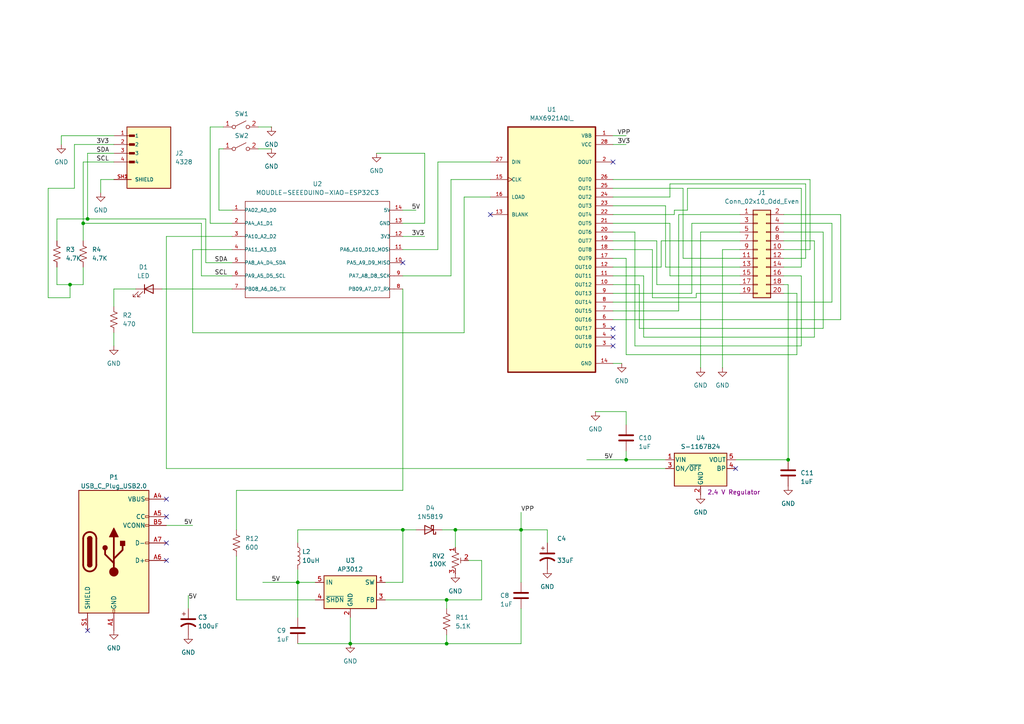
<source format=kicad_sch>
(kicad_sch
	(version 20250114)
	(generator "eeschema")
	(generator_version "9.0")
	(uuid "f4ccf12f-2c39-4319-adc8-75ef731d1807")
	(paper "A4")
	(lib_symbols
		(symbol "Connector:USB_C_Plug_USB2.0"
			(pin_names
				(offset 1.016)
			)
			(exclude_from_sim no)
			(in_bom yes)
			(on_board yes)
			(property "Reference" "P"
				(at -10.16 19.05 0)
				(effects
					(font
						(size 1.27 1.27)
					)
					(justify left)
				)
			)
			(property "Value" "USB_C_Plug_USB2.0"
				(at 12.7 19.05 0)
				(effects
					(font
						(size 1.27 1.27)
					)
					(justify right)
				)
			)
			(property "Footprint" ""
				(at 3.81 0 0)
				(effects
					(font
						(size 1.27 1.27)
					)
					(hide yes)
				)
			)
			(property "Datasheet" "https://www.usb.org/sites/default/files/documents/usb_type-c.zip"
				(at 3.81 0 0)
				(effects
					(font
						(size 1.27 1.27)
					)
					(hide yes)
				)
			)
			(property "Description" "USB 2.0-only Type-C Plug connector"
				(at 0 0 0)
				(effects
					(font
						(size 1.27 1.27)
					)
					(hide yes)
				)
			)
			(property "ki_keywords" "usb universal serial bus type-C USB2.0"
				(at 0 0 0)
				(effects
					(font
						(size 1.27 1.27)
					)
					(hide yes)
				)
			)
			(property "ki_fp_filters" "USB*C*Plug*"
				(at 0 0 0)
				(effects
					(font
						(size 1.27 1.27)
					)
					(hide yes)
				)
			)
			(symbol "USB_C_Plug_USB2.0_0_0"
				(rectangle
					(start -0.254 -17.78)
					(end 0.254 -16.764)
					(stroke
						(width 0)
						(type default)
					)
					(fill
						(type none)
					)
				)
				(rectangle
					(start 10.16 15.494)
					(end 9.144 14.986)
					(stroke
						(width 0)
						(type default)
					)
					(fill
						(type none)
					)
				)
				(rectangle
					(start 10.16 10.414)
					(end 9.144 9.906)
					(stroke
						(width 0)
						(type default)
					)
					(fill
						(type none)
					)
				)
				(rectangle
					(start 10.16 7.874)
					(end 9.144 7.366)
					(stroke
						(width 0)
						(type default)
					)
					(fill
						(type none)
					)
				)
				(rectangle
					(start 10.16 2.794)
					(end 9.144 2.286)
					(stroke
						(width 0)
						(type default)
					)
					(fill
						(type none)
					)
				)
				(rectangle
					(start 10.16 -2.286)
					(end 9.144 -2.794)
					(stroke
						(width 0)
						(type default)
					)
					(fill
						(type none)
					)
				)
			)
			(symbol "USB_C_Plug_USB2.0_0_1"
				(rectangle
					(start -10.16 17.78)
					(end 10.16 -17.78)
					(stroke
						(width 0.254)
						(type default)
					)
					(fill
						(type background)
					)
				)
				(polyline
					(pts
						(xy -8.89 -3.81) (xy -8.89 3.81)
					)
					(stroke
						(width 0.508)
						(type default)
					)
					(fill
						(type none)
					)
				)
				(rectangle
					(start -7.62 -3.81)
					(end -6.35 3.81)
					(stroke
						(width 0.254)
						(type default)
					)
					(fill
						(type outline)
					)
				)
				(arc
					(start -7.62 3.81)
					(mid -6.985 4.4423)
					(end -6.35 3.81)
					(stroke
						(width 0.254)
						(type default)
					)
					(fill
						(type none)
					)
				)
				(arc
					(start -7.62 3.81)
					(mid -6.985 4.4423)
					(end -6.35 3.81)
					(stroke
						(width 0.254)
						(type default)
					)
					(fill
						(type outline)
					)
				)
				(arc
					(start -8.89 3.81)
					(mid -6.985 5.7067)
					(end -5.08 3.81)
					(stroke
						(width 0.508)
						(type default)
					)
					(fill
						(type none)
					)
				)
				(arc
					(start -5.08 -3.81)
					(mid -6.985 -5.7067)
					(end -8.89 -3.81)
					(stroke
						(width 0.508)
						(type default)
					)
					(fill
						(type none)
					)
				)
				(arc
					(start -6.35 -3.81)
					(mid -6.985 -4.4423)
					(end -7.62 -3.81)
					(stroke
						(width 0.254)
						(type default)
					)
					(fill
						(type none)
					)
				)
				(arc
					(start -6.35 -3.81)
					(mid -6.985 -4.4423)
					(end -7.62 -3.81)
					(stroke
						(width 0.254)
						(type default)
					)
					(fill
						(type outline)
					)
				)
				(polyline
					(pts
						(xy -5.08 3.81) (xy -5.08 -3.81)
					)
					(stroke
						(width 0.508)
						(type default)
					)
					(fill
						(type none)
					)
				)
				(circle
					(center -2.54 1.143)
					(radius 0.635)
					(stroke
						(width 0.254)
						(type default)
					)
					(fill
						(type outline)
					)
				)
				(polyline
					(pts
						(xy -1.27 4.318) (xy 0 6.858) (xy 1.27 4.318) (xy -1.27 4.318)
					)
					(stroke
						(width 0.254)
						(type default)
					)
					(fill
						(type outline)
					)
				)
				(polyline
					(pts
						(xy 0 -2.032) (xy 2.54 0.508) (xy 2.54 1.778)
					)
					(stroke
						(width 0.508)
						(type default)
					)
					(fill
						(type none)
					)
				)
				(polyline
					(pts
						(xy 0 -3.302) (xy -2.54 -0.762) (xy -2.54 0.508)
					)
					(stroke
						(width 0.508)
						(type default)
					)
					(fill
						(type none)
					)
				)
				(polyline
					(pts
						(xy 0 -5.842) (xy 0 4.318)
					)
					(stroke
						(width 0.508)
						(type default)
					)
					(fill
						(type none)
					)
				)
				(circle
					(center 0 -5.842)
					(radius 1.27)
					(stroke
						(width 0)
						(type default)
					)
					(fill
						(type outline)
					)
				)
				(rectangle
					(start 1.905 1.778)
					(end 3.175 3.048)
					(stroke
						(width 0.254)
						(type default)
					)
					(fill
						(type outline)
					)
				)
			)
			(symbol "USB_C_Plug_USB2.0_1_1"
				(pin passive line
					(at -7.62 -22.86 90)
					(length 5.08)
					(name "SHIELD"
						(effects
							(font
								(size 1.27 1.27)
							)
						)
					)
					(number "S1"
						(effects
							(font
								(size 1.27 1.27)
							)
						)
					)
				)
				(pin passive line
					(at 0 -22.86 90)
					(length 5.08)
					(name "GND"
						(effects
							(font
								(size 1.27 1.27)
							)
						)
					)
					(number "A1"
						(effects
							(font
								(size 1.27 1.27)
							)
						)
					)
				)
				(pin passive line
					(at 0 -22.86 90)
					(length 5.08)
					(hide yes)
					(name "GND"
						(effects
							(font
								(size 1.27 1.27)
							)
						)
					)
					(number "A12"
						(effects
							(font
								(size 1.27 1.27)
							)
						)
					)
				)
				(pin passive line
					(at 0 -22.86 90)
					(length 5.08)
					(hide yes)
					(name "GND"
						(effects
							(font
								(size 1.27 1.27)
							)
						)
					)
					(number "B1"
						(effects
							(font
								(size 1.27 1.27)
							)
						)
					)
				)
				(pin passive line
					(at 0 -22.86 90)
					(length 5.08)
					(hide yes)
					(name "GND"
						(effects
							(font
								(size 1.27 1.27)
							)
						)
					)
					(number "B12"
						(effects
							(font
								(size 1.27 1.27)
							)
						)
					)
				)
				(pin passive line
					(at 15.24 15.24 180)
					(length 5.08)
					(name "VBUS"
						(effects
							(font
								(size 1.27 1.27)
							)
						)
					)
					(number "A4"
						(effects
							(font
								(size 1.27 1.27)
							)
						)
					)
				)
				(pin passive line
					(at 15.24 15.24 180)
					(length 5.08)
					(hide yes)
					(name "VBUS"
						(effects
							(font
								(size 1.27 1.27)
							)
						)
					)
					(number "A9"
						(effects
							(font
								(size 1.27 1.27)
							)
						)
					)
				)
				(pin passive line
					(at 15.24 15.24 180)
					(length 5.08)
					(hide yes)
					(name "VBUS"
						(effects
							(font
								(size 1.27 1.27)
							)
						)
					)
					(number "B4"
						(effects
							(font
								(size 1.27 1.27)
							)
						)
					)
				)
				(pin passive line
					(at 15.24 15.24 180)
					(length 5.08)
					(hide yes)
					(name "VBUS"
						(effects
							(font
								(size 1.27 1.27)
							)
						)
					)
					(number "B9"
						(effects
							(font
								(size 1.27 1.27)
							)
						)
					)
				)
				(pin bidirectional line
					(at 15.24 10.16 180)
					(length 5.08)
					(name "CC"
						(effects
							(font
								(size 1.27 1.27)
							)
						)
					)
					(number "A5"
						(effects
							(font
								(size 1.27 1.27)
							)
						)
					)
				)
				(pin bidirectional line
					(at 15.24 7.62 180)
					(length 5.08)
					(name "VCONN"
						(effects
							(font
								(size 1.27 1.27)
							)
						)
					)
					(number "B5"
						(effects
							(font
								(size 1.27 1.27)
							)
						)
					)
				)
				(pin bidirectional line
					(at 15.24 2.54 180)
					(length 5.08)
					(name "D-"
						(effects
							(font
								(size 1.27 1.27)
							)
						)
					)
					(number "A7"
						(effects
							(font
								(size 1.27 1.27)
							)
						)
					)
				)
				(pin bidirectional line
					(at 15.24 -2.54 180)
					(length 5.08)
					(name "D+"
						(effects
							(font
								(size 1.27 1.27)
							)
						)
					)
					(number "A6"
						(effects
							(font
								(size 1.27 1.27)
							)
						)
					)
				)
			)
			(embedded_fonts no)
		)
		(symbol "Connector_Generic:Conn_02x10_Odd_Even"
			(pin_names
				(offset 1.016)
				(hide yes)
			)
			(exclude_from_sim no)
			(in_bom yes)
			(on_board yes)
			(property "Reference" "J"
				(at 1.27 12.7 0)
				(effects
					(font
						(size 1.27 1.27)
					)
				)
			)
			(property "Value" "Conn_02x10_Odd_Even"
				(at 1.27 -15.24 0)
				(effects
					(font
						(size 1.27 1.27)
					)
				)
			)
			(property "Footprint" ""
				(at 0 0 0)
				(effects
					(font
						(size 1.27 1.27)
					)
					(hide yes)
				)
			)
			(property "Datasheet" "~"
				(at 0 0 0)
				(effects
					(font
						(size 1.27 1.27)
					)
					(hide yes)
				)
			)
			(property "Description" "Generic connector, double row, 02x10, odd/even pin numbering scheme (row 1 odd numbers, row 2 even numbers), script generated (kicad-library-utils/schlib/autogen/connector/)"
				(at 0 0 0)
				(effects
					(font
						(size 1.27 1.27)
					)
					(hide yes)
				)
			)
			(property "ki_keywords" "connector"
				(at 0 0 0)
				(effects
					(font
						(size 1.27 1.27)
					)
					(hide yes)
				)
			)
			(property "ki_fp_filters" "Connector*:*_2x??_*"
				(at 0 0 0)
				(effects
					(font
						(size 1.27 1.27)
					)
					(hide yes)
				)
			)
			(symbol "Conn_02x10_Odd_Even_1_1"
				(rectangle
					(start -1.27 11.43)
					(end 3.81 -13.97)
					(stroke
						(width 0.254)
						(type default)
					)
					(fill
						(type background)
					)
				)
				(rectangle
					(start -1.27 10.287)
					(end 0 10.033)
					(stroke
						(width 0.1524)
						(type default)
					)
					(fill
						(type none)
					)
				)
				(rectangle
					(start -1.27 7.747)
					(end 0 7.493)
					(stroke
						(width 0.1524)
						(type default)
					)
					(fill
						(type none)
					)
				)
				(rectangle
					(start -1.27 5.207)
					(end 0 4.953)
					(stroke
						(width 0.1524)
						(type default)
					)
					(fill
						(type none)
					)
				)
				(rectangle
					(start -1.27 2.667)
					(end 0 2.413)
					(stroke
						(width 0.1524)
						(type default)
					)
					(fill
						(type none)
					)
				)
				(rectangle
					(start -1.27 0.127)
					(end 0 -0.127)
					(stroke
						(width 0.1524)
						(type default)
					)
					(fill
						(type none)
					)
				)
				(rectangle
					(start -1.27 -2.413)
					(end 0 -2.667)
					(stroke
						(width 0.1524)
						(type default)
					)
					(fill
						(type none)
					)
				)
				(rectangle
					(start -1.27 -4.953)
					(end 0 -5.207)
					(stroke
						(width 0.1524)
						(type default)
					)
					(fill
						(type none)
					)
				)
				(rectangle
					(start -1.27 -7.493)
					(end 0 -7.747)
					(stroke
						(width 0.1524)
						(type default)
					)
					(fill
						(type none)
					)
				)
				(rectangle
					(start -1.27 -10.033)
					(end 0 -10.287)
					(stroke
						(width 0.1524)
						(type default)
					)
					(fill
						(type none)
					)
				)
				(rectangle
					(start -1.27 -12.573)
					(end 0 -12.827)
					(stroke
						(width 0.1524)
						(type default)
					)
					(fill
						(type none)
					)
				)
				(rectangle
					(start 3.81 10.287)
					(end 2.54 10.033)
					(stroke
						(width 0.1524)
						(type default)
					)
					(fill
						(type none)
					)
				)
				(rectangle
					(start 3.81 7.747)
					(end 2.54 7.493)
					(stroke
						(width 0.1524)
						(type default)
					)
					(fill
						(type none)
					)
				)
				(rectangle
					(start 3.81 5.207)
					(end 2.54 4.953)
					(stroke
						(width 0.1524)
						(type default)
					)
					(fill
						(type none)
					)
				)
				(rectangle
					(start 3.81 2.667)
					(end 2.54 2.413)
					(stroke
						(width 0.1524)
						(type default)
					)
					(fill
						(type none)
					)
				)
				(rectangle
					(start 3.81 0.127)
					(end 2.54 -0.127)
					(stroke
						(width 0.1524)
						(type default)
					)
					(fill
						(type none)
					)
				)
				(rectangle
					(start 3.81 -2.413)
					(end 2.54 -2.667)
					(stroke
						(width 0.1524)
						(type default)
					)
					(fill
						(type none)
					)
				)
				(rectangle
					(start 3.81 -4.953)
					(end 2.54 -5.207)
					(stroke
						(width 0.1524)
						(type default)
					)
					(fill
						(type none)
					)
				)
				(rectangle
					(start 3.81 -7.493)
					(end 2.54 -7.747)
					(stroke
						(width 0.1524)
						(type default)
					)
					(fill
						(type none)
					)
				)
				(rectangle
					(start 3.81 -10.033)
					(end 2.54 -10.287)
					(stroke
						(width 0.1524)
						(type default)
					)
					(fill
						(type none)
					)
				)
				(rectangle
					(start 3.81 -12.573)
					(end 2.54 -12.827)
					(stroke
						(width 0.1524)
						(type default)
					)
					(fill
						(type none)
					)
				)
				(pin passive line
					(at -5.08 10.16 0)
					(length 3.81)
					(name "Pin_1"
						(effects
							(font
								(size 1.27 1.27)
							)
						)
					)
					(number "1"
						(effects
							(font
								(size 1.27 1.27)
							)
						)
					)
				)
				(pin passive line
					(at -5.08 7.62 0)
					(length 3.81)
					(name "Pin_3"
						(effects
							(font
								(size 1.27 1.27)
							)
						)
					)
					(number "3"
						(effects
							(font
								(size 1.27 1.27)
							)
						)
					)
				)
				(pin passive line
					(at -5.08 5.08 0)
					(length 3.81)
					(name "Pin_5"
						(effects
							(font
								(size 1.27 1.27)
							)
						)
					)
					(number "5"
						(effects
							(font
								(size 1.27 1.27)
							)
						)
					)
				)
				(pin passive line
					(at -5.08 2.54 0)
					(length 3.81)
					(name "Pin_7"
						(effects
							(font
								(size 1.27 1.27)
							)
						)
					)
					(number "7"
						(effects
							(font
								(size 1.27 1.27)
							)
						)
					)
				)
				(pin passive line
					(at -5.08 0 0)
					(length 3.81)
					(name "Pin_9"
						(effects
							(font
								(size 1.27 1.27)
							)
						)
					)
					(number "9"
						(effects
							(font
								(size 1.27 1.27)
							)
						)
					)
				)
				(pin passive line
					(at -5.08 -2.54 0)
					(length 3.81)
					(name "Pin_11"
						(effects
							(font
								(size 1.27 1.27)
							)
						)
					)
					(number "11"
						(effects
							(font
								(size 1.27 1.27)
							)
						)
					)
				)
				(pin passive line
					(at -5.08 -5.08 0)
					(length 3.81)
					(name "Pin_13"
						(effects
							(font
								(size 1.27 1.27)
							)
						)
					)
					(number "13"
						(effects
							(font
								(size 1.27 1.27)
							)
						)
					)
				)
				(pin passive line
					(at -5.08 -7.62 0)
					(length 3.81)
					(name "Pin_15"
						(effects
							(font
								(size 1.27 1.27)
							)
						)
					)
					(number "15"
						(effects
							(font
								(size 1.27 1.27)
							)
						)
					)
				)
				(pin passive line
					(at -5.08 -10.16 0)
					(length 3.81)
					(name "Pin_17"
						(effects
							(font
								(size 1.27 1.27)
							)
						)
					)
					(number "17"
						(effects
							(font
								(size 1.27 1.27)
							)
						)
					)
				)
				(pin passive line
					(at -5.08 -12.7 0)
					(length 3.81)
					(name "Pin_19"
						(effects
							(font
								(size 1.27 1.27)
							)
						)
					)
					(number "19"
						(effects
							(font
								(size 1.27 1.27)
							)
						)
					)
				)
				(pin passive line
					(at 7.62 10.16 180)
					(length 3.81)
					(name "Pin_2"
						(effects
							(font
								(size 1.27 1.27)
							)
						)
					)
					(number "2"
						(effects
							(font
								(size 1.27 1.27)
							)
						)
					)
				)
				(pin passive line
					(at 7.62 7.62 180)
					(length 3.81)
					(name "Pin_4"
						(effects
							(font
								(size 1.27 1.27)
							)
						)
					)
					(number "4"
						(effects
							(font
								(size 1.27 1.27)
							)
						)
					)
				)
				(pin passive line
					(at 7.62 5.08 180)
					(length 3.81)
					(name "Pin_6"
						(effects
							(font
								(size 1.27 1.27)
							)
						)
					)
					(number "6"
						(effects
							(font
								(size 1.27 1.27)
							)
						)
					)
				)
				(pin passive line
					(at 7.62 2.54 180)
					(length 3.81)
					(name "Pin_8"
						(effects
							(font
								(size 1.27 1.27)
							)
						)
					)
					(number "8"
						(effects
							(font
								(size 1.27 1.27)
							)
						)
					)
				)
				(pin passive line
					(at 7.62 0 180)
					(length 3.81)
					(name "Pin_10"
						(effects
							(font
								(size 1.27 1.27)
							)
						)
					)
					(number "10"
						(effects
							(font
								(size 1.27 1.27)
							)
						)
					)
				)
				(pin passive line
					(at 7.62 -2.54 180)
					(length 3.81)
					(name "Pin_12"
						(effects
							(font
								(size 1.27 1.27)
							)
						)
					)
					(number "12"
						(effects
							(font
								(size 1.27 1.27)
							)
						)
					)
				)
				(pin passive line
					(at 7.62 -5.08 180)
					(length 3.81)
					(name "Pin_14"
						(effects
							(font
								(size 1.27 1.27)
							)
						)
					)
					(number "14"
						(effects
							(font
								(size 1.27 1.27)
							)
						)
					)
				)
				(pin passive line
					(at 7.62 -7.62 180)
					(length 3.81)
					(name "Pin_16"
						(effects
							(font
								(size 1.27 1.27)
							)
						)
					)
					(number "16"
						(effects
							(font
								(size 1.27 1.27)
							)
						)
					)
				)
				(pin passive line
					(at 7.62 -10.16 180)
					(length 3.81)
					(name "Pin_18"
						(effects
							(font
								(size 1.27 1.27)
							)
						)
					)
					(number "18"
						(effects
							(font
								(size 1.27 1.27)
							)
						)
					)
				)
				(pin passive line
					(at 7.62 -12.7 180)
					(length 3.81)
					(name "Pin_20"
						(effects
							(font
								(size 1.27 1.27)
							)
						)
					)
					(number "20"
						(effects
							(font
								(size 1.27 1.27)
							)
						)
					)
				)
			)
			(embedded_fonts no)
		)
		(symbol "Device:C"
			(pin_numbers
				(hide yes)
			)
			(pin_names
				(offset 0.254)
			)
			(exclude_from_sim no)
			(in_bom yes)
			(on_board yes)
			(property "Reference" "C"
				(at 0.635 2.54 0)
				(effects
					(font
						(size 1.27 1.27)
					)
					(justify left)
				)
			)
			(property "Value" "C"
				(at 0.635 -2.54 0)
				(effects
					(font
						(size 1.27 1.27)
					)
					(justify left)
				)
			)
			(property "Footprint" ""
				(at 0.9652 -3.81 0)
				(effects
					(font
						(size 1.27 1.27)
					)
					(hide yes)
				)
			)
			(property "Datasheet" "~"
				(at 0 0 0)
				(effects
					(font
						(size 1.27 1.27)
					)
					(hide yes)
				)
			)
			(property "Description" "Unpolarized capacitor"
				(at 0 0 0)
				(effects
					(font
						(size 1.27 1.27)
					)
					(hide yes)
				)
			)
			(property "ki_keywords" "cap capacitor"
				(at 0 0 0)
				(effects
					(font
						(size 1.27 1.27)
					)
					(hide yes)
				)
			)
			(property "ki_fp_filters" "C_*"
				(at 0 0 0)
				(effects
					(font
						(size 1.27 1.27)
					)
					(hide yes)
				)
			)
			(symbol "C_0_1"
				(polyline
					(pts
						(xy -2.032 0.762) (xy 2.032 0.762)
					)
					(stroke
						(width 0.508)
						(type default)
					)
					(fill
						(type none)
					)
				)
				(polyline
					(pts
						(xy -2.032 -0.762) (xy 2.032 -0.762)
					)
					(stroke
						(width 0.508)
						(type default)
					)
					(fill
						(type none)
					)
				)
			)
			(symbol "C_1_1"
				(pin passive line
					(at 0 3.81 270)
					(length 2.794)
					(name "~"
						(effects
							(font
								(size 1.27 1.27)
							)
						)
					)
					(number "1"
						(effects
							(font
								(size 1.27 1.27)
							)
						)
					)
				)
				(pin passive line
					(at 0 -3.81 90)
					(length 2.794)
					(name "~"
						(effects
							(font
								(size 1.27 1.27)
							)
						)
					)
					(number "2"
						(effects
							(font
								(size 1.27 1.27)
							)
						)
					)
				)
			)
			(embedded_fonts no)
		)
		(symbol "Device:C_Polarized_US"
			(pin_numbers
				(hide yes)
			)
			(pin_names
				(offset 0.254)
				(hide yes)
			)
			(exclude_from_sim no)
			(in_bom yes)
			(on_board yes)
			(property "Reference" "C"
				(at 0.635 2.54 0)
				(effects
					(font
						(size 1.27 1.27)
					)
					(justify left)
				)
			)
			(property "Value" "C_Polarized_US"
				(at 0.635 -2.54 0)
				(effects
					(font
						(size 1.27 1.27)
					)
					(justify left)
				)
			)
			(property "Footprint" ""
				(at 0 0 0)
				(effects
					(font
						(size 1.27 1.27)
					)
					(hide yes)
				)
			)
			(property "Datasheet" "~"
				(at 0 0 0)
				(effects
					(font
						(size 1.27 1.27)
					)
					(hide yes)
				)
			)
			(property "Description" "Polarized capacitor, US symbol"
				(at 0 0 0)
				(effects
					(font
						(size 1.27 1.27)
					)
					(hide yes)
				)
			)
			(property "ki_keywords" "cap capacitor"
				(at 0 0 0)
				(effects
					(font
						(size 1.27 1.27)
					)
					(hide yes)
				)
			)
			(property "ki_fp_filters" "CP_*"
				(at 0 0 0)
				(effects
					(font
						(size 1.27 1.27)
					)
					(hide yes)
				)
			)
			(symbol "C_Polarized_US_0_1"
				(polyline
					(pts
						(xy -2.032 0.762) (xy 2.032 0.762)
					)
					(stroke
						(width 0.508)
						(type default)
					)
					(fill
						(type none)
					)
				)
				(polyline
					(pts
						(xy -1.778 2.286) (xy -0.762 2.286)
					)
					(stroke
						(width 0)
						(type default)
					)
					(fill
						(type none)
					)
				)
				(polyline
					(pts
						(xy -1.27 1.778) (xy -1.27 2.794)
					)
					(stroke
						(width 0)
						(type default)
					)
					(fill
						(type none)
					)
				)
				(arc
					(start -2.032 -1.27)
					(mid 0 -0.5572)
					(end 2.032 -1.27)
					(stroke
						(width 0.508)
						(type default)
					)
					(fill
						(type none)
					)
				)
			)
			(symbol "C_Polarized_US_1_1"
				(pin passive line
					(at 0 3.81 270)
					(length 2.794)
					(name "~"
						(effects
							(font
								(size 1.27 1.27)
							)
						)
					)
					(number "1"
						(effects
							(font
								(size 1.27 1.27)
							)
						)
					)
				)
				(pin passive line
					(at 0 -3.81 90)
					(length 3.302)
					(name "~"
						(effects
							(font
								(size 1.27 1.27)
							)
						)
					)
					(number "2"
						(effects
							(font
								(size 1.27 1.27)
							)
						)
					)
				)
			)
			(embedded_fonts no)
		)
		(symbol "Device:L"
			(pin_numbers
				(hide yes)
			)
			(pin_names
				(offset 1.016)
				(hide yes)
			)
			(exclude_from_sim no)
			(in_bom yes)
			(on_board yes)
			(property "Reference" "L"
				(at -1.27 0 90)
				(effects
					(font
						(size 1.27 1.27)
					)
				)
			)
			(property "Value" "L"
				(at 1.905 0 90)
				(effects
					(font
						(size 1.27 1.27)
					)
				)
			)
			(property "Footprint" ""
				(at 0 0 0)
				(effects
					(font
						(size 1.27 1.27)
					)
					(hide yes)
				)
			)
			(property "Datasheet" "~"
				(at 0 0 0)
				(effects
					(font
						(size 1.27 1.27)
					)
					(hide yes)
				)
			)
			(property "Description" "Inductor"
				(at 0 0 0)
				(effects
					(font
						(size 1.27 1.27)
					)
					(hide yes)
				)
			)
			(property "ki_keywords" "inductor choke coil reactor magnetic"
				(at 0 0 0)
				(effects
					(font
						(size 1.27 1.27)
					)
					(hide yes)
				)
			)
			(property "ki_fp_filters" "Choke_* *Coil* Inductor_* L_*"
				(at 0 0 0)
				(effects
					(font
						(size 1.27 1.27)
					)
					(hide yes)
				)
			)
			(symbol "L_0_1"
				(arc
					(start 0 2.54)
					(mid 0.6323 1.905)
					(end 0 1.27)
					(stroke
						(width 0)
						(type default)
					)
					(fill
						(type none)
					)
				)
				(arc
					(start 0 1.27)
					(mid 0.6323 0.635)
					(end 0 0)
					(stroke
						(width 0)
						(type default)
					)
					(fill
						(type none)
					)
				)
				(arc
					(start 0 0)
					(mid 0.6323 -0.635)
					(end 0 -1.27)
					(stroke
						(width 0)
						(type default)
					)
					(fill
						(type none)
					)
				)
				(arc
					(start 0 -1.27)
					(mid 0.6323 -1.905)
					(end 0 -2.54)
					(stroke
						(width 0)
						(type default)
					)
					(fill
						(type none)
					)
				)
			)
			(symbol "L_1_1"
				(pin passive line
					(at 0 3.81 270)
					(length 1.27)
					(name "1"
						(effects
							(font
								(size 1.27 1.27)
							)
						)
					)
					(number "1"
						(effects
							(font
								(size 1.27 1.27)
							)
						)
					)
				)
				(pin passive line
					(at 0 -3.81 90)
					(length 1.27)
					(name "2"
						(effects
							(font
								(size 1.27 1.27)
							)
						)
					)
					(number "2"
						(effects
							(font
								(size 1.27 1.27)
							)
						)
					)
				)
			)
			(embedded_fonts no)
		)
		(symbol "Device:LED"
			(pin_numbers
				(hide yes)
			)
			(pin_names
				(offset 1.016)
				(hide yes)
			)
			(exclude_from_sim no)
			(in_bom yes)
			(on_board yes)
			(property "Reference" "D"
				(at 0 2.54 0)
				(effects
					(font
						(size 1.27 1.27)
					)
				)
			)
			(property "Value" "LED"
				(at 0 -2.54 0)
				(effects
					(font
						(size 1.27 1.27)
					)
				)
			)
			(property "Footprint" ""
				(at 0 0 0)
				(effects
					(font
						(size 1.27 1.27)
					)
					(hide yes)
				)
			)
			(property "Datasheet" "~"
				(at 0 0 0)
				(effects
					(font
						(size 1.27 1.27)
					)
					(hide yes)
				)
			)
			(property "Description" "Light emitting diode"
				(at 0 0 0)
				(effects
					(font
						(size 1.27 1.27)
					)
					(hide yes)
				)
			)
			(property "Sim.Pins" "1=K 2=A"
				(at 0 0 0)
				(effects
					(font
						(size 1.27 1.27)
					)
					(hide yes)
				)
			)
			(property "ki_keywords" "LED diode"
				(at 0 0 0)
				(effects
					(font
						(size 1.27 1.27)
					)
					(hide yes)
				)
			)
			(property "ki_fp_filters" "LED* LED_SMD:* LED_THT:*"
				(at 0 0 0)
				(effects
					(font
						(size 1.27 1.27)
					)
					(hide yes)
				)
			)
			(symbol "LED_0_1"
				(polyline
					(pts
						(xy -3.048 -0.762) (xy -4.572 -2.286) (xy -3.81 -2.286) (xy -4.572 -2.286) (xy -4.572 -1.524)
					)
					(stroke
						(width 0)
						(type default)
					)
					(fill
						(type none)
					)
				)
				(polyline
					(pts
						(xy -1.778 -0.762) (xy -3.302 -2.286) (xy -2.54 -2.286) (xy -3.302 -2.286) (xy -3.302 -1.524)
					)
					(stroke
						(width 0)
						(type default)
					)
					(fill
						(type none)
					)
				)
				(polyline
					(pts
						(xy -1.27 0) (xy 1.27 0)
					)
					(stroke
						(width 0)
						(type default)
					)
					(fill
						(type none)
					)
				)
				(polyline
					(pts
						(xy -1.27 -1.27) (xy -1.27 1.27)
					)
					(stroke
						(width 0.254)
						(type default)
					)
					(fill
						(type none)
					)
				)
				(polyline
					(pts
						(xy 1.27 -1.27) (xy 1.27 1.27) (xy -1.27 0) (xy 1.27 -1.27)
					)
					(stroke
						(width 0.254)
						(type default)
					)
					(fill
						(type none)
					)
				)
			)
			(symbol "LED_1_1"
				(pin passive line
					(at -3.81 0 0)
					(length 2.54)
					(name "K"
						(effects
							(font
								(size 1.27 1.27)
							)
						)
					)
					(number "1"
						(effects
							(font
								(size 1.27 1.27)
							)
						)
					)
				)
				(pin passive line
					(at 3.81 0 180)
					(length 2.54)
					(name "A"
						(effects
							(font
								(size 1.27 1.27)
							)
						)
					)
					(number "2"
						(effects
							(font
								(size 1.27 1.27)
							)
						)
					)
				)
			)
			(embedded_fonts no)
		)
		(symbol "Device:R_Potentiometer_Trim_US"
			(pin_names
				(offset 1.016)
				(hide yes)
			)
			(exclude_from_sim no)
			(in_bom yes)
			(on_board yes)
			(property "Reference" "RV"
				(at -4.445 0 90)
				(effects
					(font
						(size 1.27 1.27)
					)
				)
			)
			(property "Value" "R_Potentiometer_Trim_US"
				(at -2.54 0 90)
				(effects
					(font
						(size 1.27 1.27)
					)
				)
			)
			(property "Footprint" ""
				(at 0 0 0)
				(effects
					(font
						(size 1.27 1.27)
					)
					(hide yes)
				)
			)
			(property "Datasheet" "~"
				(at 0 0 0)
				(effects
					(font
						(size 1.27 1.27)
					)
					(hide yes)
				)
			)
			(property "Description" "Trim-potentiometer, US symbol"
				(at 0 0 0)
				(effects
					(font
						(size 1.27 1.27)
					)
					(hide yes)
				)
			)
			(property "ki_keywords" "resistor variable trimpot trimmer"
				(at 0 0 0)
				(effects
					(font
						(size 1.27 1.27)
					)
					(hide yes)
				)
			)
			(property "ki_fp_filters" "Potentiometer*"
				(at 0 0 0)
				(effects
					(font
						(size 1.27 1.27)
					)
					(hide yes)
				)
			)
			(symbol "R_Potentiometer_Trim_US_0_1"
				(polyline
					(pts
						(xy 0 2.286) (xy 0 2.54)
					)
					(stroke
						(width 0)
						(type default)
					)
					(fill
						(type none)
					)
				)
				(polyline
					(pts
						(xy 0 2.286) (xy 1.016 1.905) (xy 0 1.524) (xy -1.016 1.143) (xy 0 0.762)
					)
					(stroke
						(width 0)
						(type default)
					)
					(fill
						(type none)
					)
				)
				(polyline
					(pts
						(xy 0 0.762) (xy 1.016 0.381) (xy 0 0) (xy -1.016 -0.381) (xy 0 -0.762)
					)
					(stroke
						(width 0)
						(type default)
					)
					(fill
						(type none)
					)
				)
				(polyline
					(pts
						(xy 0 -0.762) (xy 1.016 -1.143) (xy 0 -1.524) (xy -1.016 -1.905) (xy 0 -2.286)
					)
					(stroke
						(width 0)
						(type default)
					)
					(fill
						(type none)
					)
				)
				(polyline
					(pts
						(xy 0 -2.286) (xy 0 -2.54)
					)
					(stroke
						(width 0)
						(type default)
					)
					(fill
						(type none)
					)
				)
				(polyline
					(pts
						(xy 1.524 0.762) (xy 1.524 -0.762)
					)
					(stroke
						(width 0)
						(type default)
					)
					(fill
						(type none)
					)
				)
				(polyline
					(pts
						(xy 2.54 0) (xy 1.524 0)
					)
					(stroke
						(width 0)
						(type default)
					)
					(fill
						(type none)
					)
				)
			)
			(symbol "R_Potentiometer_Trim_US_1_1"
				(pin passive line
					(at 0 3.81 270)
					(length 1.27)
					(name "1"
						(effects
							(font
								(size 1.27 1.27)
							)
						)
					)
					(number "1"
						(effects
							(font
								(size 1.27 1.27)
							)
						)
					)
				)
				(pin passive line
					(at 0 -3.81 90)
					(length 1.27)
					(name "3"
						(effects
							(font
								(size 1.27 1.27)
							)
						)
					)
					(number "3"
						(effects
							(font
								(size 1.27 1.27)
							)
						)
					)
				)
				(pin passive line
					(at 3.81 0 180)
					(length 1.27)
					(name "2"
						(effects
							(font
								(size 1.27 1.27)
							)
						)
					)
					(number "2"
						(effects
							(font
								(size 1.27 1.27)
							)
						)
					)
				)
			)
			(embedded_fonts no)
		)
		(symbol "Device:R_US"
			(pin_numbers
				(hide yes)
			)
			(pin_names
				(offset 0)
			)
			(exclude_from_sim no)
			(in_bom yes)
			(on_board yes)
			(property "Reference" "R"
				(at 2.54 0 90)
				(effects
					(font
						(size 1.27 1.27)
					)
				)
			)
			(property "Value" "R_US"
				(at -2.54 0 90)
				(effects
					(font
						(size 1.27 1.27)
					)
				)
			)
			(property "Footprint" ""
				(at 1.016 -0.254 90)
				(effects
					(font
						(size 1.27 1.27)
					)
					(hide yes)
				)
			)
			(property "Datasheet" "~"
				(at 0 0 0)
				(effects
					(font
						(size 1.27 1.27)
					)
					(hide yes)
				)
			)
			(property "Description" "Resistor, US symbol"
				(at 0 0 0)
				(effects
					(font
						(size 1.27 1.27)
					)
					(hide yes)
				)
			)
			(property "ki_keywords" "R res resistor"
				(at 0 0 0)
				(effects
					(font
						(size 1.27 1.27)
					)
					(hide yes)
				)
			)
			(property "ki_fp_filters" "R_*"
				(at 0 0 0)
				(effects
					(font
						(size 1.27 1.27)
					)
					(hide yes)
				)
			)
			(symbol "R_US_0_1"
				(polyline
					(pts
						(xy 0 2.286) (xy 0 2.54)
					)
					(stroke
						(width 0)
						(type default)
					)
					(fill
						(type none)
					)
				)
				(polyline
					(pts
						(xy 0 2.286) (xy 1.016 1.905) (xy 0 1.524) (xy -1.016 1.143) (xy 0 0.762)
					)
					(stroke
						(width 0)
						(type default)
					)
					(fill
						(type none)
					)
				)
				(polyline
					(pts
						(xy 0 0.762) (xy 1.016 0.381) (xy 0 0) (xy -1.016 -0.381) (xy 0 -0.762)
					)
					(stroke
						(width 0)
						(type default)
					)
					(fill
						(type none)
					)
				)
				(polyline
					(pts
						(xy 0 -0.762) (xy 1.016 -1.143) (xy 0 -1.524) (xy -1.016 -1.905) (xy 0 -2.286)
					)
					(stroke
						(width 0)
						(type default)
					)
					(fill
						(type none)
					)
				)
				(polyline
					(pts
						(xy 0 -2.286) (xy 0 -2.54)
					)
					(stroke
						(width 0)
						(type default)
					)
					(fill
						(type none)
					)
				)
			)
			(symbol "R_US_1_1"
				(pin passive line
					(at 0 3.81 270)
					(length 1.27)
					(name "~"
						(effects
							(font
								(size 1.27 1.27)
							)
						)
					)
					(number "1"
						(effects
							(font
								(size 1.27 1.27)
							)
						)
					)
				)
				(pin passive line
					(at 0 -3.81 90)
					(length 1.27)
					(name "~"
						(effects
							(font
								(size 1.27 1.27)
							)
						)
					)
					(number "2"
						(effects
							(font
								(size 1.27 1.27)
							)
						)
					)
				)
			)
			(embedded_fonts no)
		)
		(symbol "Diode:1N5818"
			(pin_numbers
				(hide yes)
			)
			(pin_names
				(offset 1.016)
				(hide yes)
			)
			(exclude_from_sim no)
			(in_bom yes)
			(on_board yes)
			(property "Reference" "D"
				(at 0 2.54 0)
				(effects
					(font
						(size 1.27 1.27)
					)
				)
			)
			(property "Value" "1N5818"
				(at 0 -2.54 0)
				(effects
					(font
						(size 1.27 1.27)
					)
				)
			)
			(property "Footprint" "Diode_THT:D_DO-41_SOD81_P10.16mm_Horizontal"
				(at 0 -4.445 0)
				(effects
					(font
						(size 1.27 1.27)
					)
					(hide yes)
				)
			)
			(property "Datasheet" "http://www.vishay.com/docs/88525/1n5817.pdf"
				(at 0 0 0)
				(effects
					(font
						(size 1.27 1.27)
					)
					(hide yes)
				)
			)
			(property "Description" "30V 1A Schottky Barrier Rectifier Diode, DO-41"
				(at 0 0 0)
				(effects
					(font
						(size 1.27 1.27)
					)
					(hide yes)
				)
			)
			(property "ki_keywords" "diode Schottky"
				(at 0 0 0)
				(effects
					(font
						(size 1.27 1.27)
					)
					(hide yes)
				)
			)
			(property "ki_fp_filters" "D*DO?41*"
				(at 0 0 0)
				(effects
					(font
						(size 1.27 1.27)
					)
					(hide yes)
				)
			)
			(symbol "1N5818_0_1"
				(polyline
					(pts
						(xy -1.905 0.635) (xy -1.905 1.27) (xy -1.27 1.27) (xy -1.27 -1.27) (xy -0.635 -1.27) (xy -0.635 -0.635)
					)
					(stroke
						(width 0.254)
						(type default)
					)
					(fill
						(type none)
					)
				)
				(polyline
					(pts
						(xy 1.27 1.27) (xy 1.27 -1.27) (xy -1.27 0) (xy 1.27 1.27)
					)
					(stroke
						(width 0.254)
						(type default)
					)
					(fill
						(type none)
					)
				)
				(polyline
					(pts
						(xy 1.27 0) (xy -1.27 0)
					)
					(stroke
						(width 0)
						(type default)
					)
					(fill
						(type none)
					)
				)
			)
			(symbol "1N5818_1_1"
				(pin passive line
					(at -3.81 0 0)
					(length 2.54)
					(name "K"
						(effects
							(font
								(size 1.27 1.27)
							)
						)
					)
					(number "1"
						(effects
							(font
								(size 1.27 1.27)
							)
						)
					)
				)
				(pin passive line
					(at 3.81 0 180)
					(length 2.54)
					(name "A"
						(effects
							(font
								(size 1.27 1.27)
							)
						)
					)
					(number "2"
						(effects
							(font
								(size 1.27 1.27)
							)
						)
					)
				)
			)
			(embedded_fonts no)
		)
		(symbol "JST SH 4-pin 4328 Shield:4328"
			(pin_names
				(offset 1.016)
			)
			(exclude_from_sim no)
			(in_bom yes)
			(on_board yes)
			(property "Reference" "J"
				(at -6.35 11.43 0)
				(effects
					(font
						(size 1.27 1.27)
					)
					(justify left bottom)
				)
			)
			(property "Value" "4328"
				(at -6.604 -10.414 0)
				(effects
					(font
						(size 1.27 1.27)
					)
					(justify left bottom)
				)
			)
			(property "Footprint" "4328:ADAFRUIT_4328"
				(at 0 0 0)
				(effects
					(font
						(size 1.27 1.27)
					)
					(justify bottom)
					(hide yes)
				)
			)
			(property "Datasheet" ""
				(at 0 0 0)
				(effects
					(font
						(size 1.27 1.27)
					)
					(hide yes)
				)
			)
			(property "Description" ""
				(at 0 0 0)
				(effects
					(font
						(size 1.27 1.27)
					)
					(hide yes)
				)
			)
			(property "MF" "Adafruit"
				(at 0 0 0)
				(effects
					(font
						(size 1.27 1.27)
					)
					(justify bottom)
					(hide yes)
				)
			)
			(property "MAXIMUM_PACKAGE_HEIGHT" "4.25mm"
				(at 0 0 0)
				(effects
					(font
						(size 1.27 1.27)
					)
					(justify bottom)
					(hide yes)
				)
			)
			(property "Package" "None"
				(at 0 0 0)
				(effects
					(font
						(size 1.27 1.27)
					)
					(justify bottom)
					(hide yes)
				)
			)
			(property "Price" "None"
				(at 0 0 0)
				(effects
					(font
						(size 1.27 1.27)
					)
					(justify bottom)
					(hide yes)
				)
			)
			(property "Check_prices" "https://www.snapeda.com/parts/4328/Adafruit+Industries/view-part/?ref=eda"
				(at 0 0 0)
				(effects
					(font
						(size 1.27 1.27)
					)
					(justify bottom)
					(hide yes)
				)
			)
			(property "STANDARD" "Manufacturer Recommendations"
				(at 0 0 0)
				(effects
					(font
						(size 1.27 1.27)
					)
					(justify bottom)
					(hide yes)
				)
			)
			(property "PARTREV" "23/3/21"
				(at 0 0 0)
				(effects
					(font
						(size 1.27 1.27)
					)
					(justify bottom)
					(hide yes)
				)
			)
			(property "SnapEDA_Link" "https://www.snapeda.com/parts/4328/Adafruit+Industries/view-part/?ref=snap"
				(at 0 0 0)
				(effects
					(font
						(size 1.27 1.27)
					)
					(justify bottom)
					(hide yes)
				)
			)
			(property "MP" "4328"
				(at 0 0 0)
				(effects
					(font
						(size 1.27 1.27)
					)
					(justify bottom)
					(hide yes)
				)
			)
			(property "Description_1" "Adafruit Accessories JST SH 4-pin Vertical Connector (10-pack) - Qwiic Compatible"
				(at 0 0 0)
				(effects
					(font
						(size 1.27 1.27)
					)
					(justify bottom)
					(hide yes)
				)
			)
			(property "Availability" "In Stock"
				(at 0 0 0)
				(effects
					(font
						(size 1.27 1.27)
					)
					(justify bottom)
					(hide yes)
				)
			)
			(property "MANUFACTURER" "Adafruit"
				(at 0 0 0)
				(effects
					(font
						(size 1.27 1.27)
					)
					(justify bottom)
					(hide yes)
				)
			)
			(symbol "4328_0_0"
				(rectangle
					(start -6.35 -7.62)
					(end 6.35 10.16)
					(stroke
						(width 0.254)
						(type default)
					)
					(fill
						(type background)
					)
				)
				(rectangle
					(start -5.715 7.3025)
					(end -4.1275 7.9375)
					(stroke
						(width 0.1)
						(type default)
					)
					(fill
						(type outline)
					)
				)
				(rectangle
					(start -5.715 4.7625)
					(end -4.1275 5.3975)
					(stroke
						(width 0.1)
						(type default)
					)
					(fill
						(type outline)
					)
				)
				(rectangle
					(start -5.715 2.2225)
					(end -4.1275 2.8575)
					(stroke
						(width 0.1)
						(type default)
					)
					(fill
						(type outline)
					)
				)
				(rectangle
					(start -5.715 -0.3175)
					(end -4.1275 0.3175)
					(stroke
						(width 0.1)
						(type default)
					)
					(fill
						(type outline)
					)
				)
				(pin passive line
					(at -10.16 7.62 0)
					(length 5.08)
					(name "1"
						(effects
							(font
								(size 1.016 1.016)
							)
						)
					)
					(number "1"
						(effects
							(font
								(size 1.016 1.016)
							)
						)
					)
				)
				(pin passive line
					(at -10.16 5.08 0)
					(length 5.08)
					(name "2"
						(effects
							(font
								(size 1.016 1.016)
							)
						)
					)
					(number "2"
						(effects
							(font
								(size 1.016 1.016)
							)
						)
					)
				)
				(pin passive line
					(at -10.16 2.54 0)
					(length 5.08)
					(name "3"
						(effects
							(font
								(size 1.016 1.016)
							)
						)
					)
					(number "3"
						(effects
							(font
								(size 1.016 1.016)
							)
						)
					)
				)
				(pin passive line
					(at -10.16 0 0)
					(length 5.08)
					(name "4"
						(effects
							(font
								(size 1.016 1.016)
							)
						)
					)
					(number "4"
						(effects
							(font
								(size 1.016 1.016)
							)
						)
					)
				)
				(pin passive line
					(at -10.16 -5.08 0)
					(length 5.08)
					(name "SHIELD"
						(effects
							(font
								(size 1.016 1.016)
							)
						)
					)
					(number "SH1"
						(effects
							(font
								(size 1.016 1.016)
							)
						)
					)
				)
				(pin passive line
					(at -10.16 -5.08 0)
					(length 5.08)
					(name "SHIELD"
						(effects
							(font
								(size 1.016 1.016)
							)
						)
					)
					(number "SH2"
						(effects
							(font
								(size 1.016 1.016)
							)
						)
					)
				)
			)
			(embedded_fonts no)
		)
		(symbol "MAX6921AQI_:MAX6921AQI_"
			(pin_names
				(offset 1.016)
			)
			(exclude_from_sim no)
			(in_bom yes)
			(on_board yes)
			(property "Reference" "U"
				(at -12.7 36.56 0)
				(effects
					(font
						(size 1.27 1.27)
					)
					(justify left bottom)
				)
			)
			(property "Value" "MAX6921AQI_"
				(at -12.7 -39.56 0)
				(effects
					(font
						(size 1.27 1.27)
					)
					(justify left bottom)
				)
			)
			(property "Footprint" "MAX6921AQI_:PLCC127P1244X1244X457-28N"
				(at 0 0 0)
				(effects
					(font
						(size 1.27 1.27)
					)
					(justify bottom)
					(hide yes)
				)
			)
			(property "Datasheet" ""
				(at 0 0 0)
				(effects
					(font
						(size 1.27 1.27)
					)
					(hide yes)
				)
			)
			(property "Description" "VFD DRVR 5.5V/76V 28-Pin PLCC"
				(at 0 0 0)
				(effects
					(font
						(size 1.27 1.27)
					)
					(justify bottom)
					(hide yes)
				)
			)
			(property "MF" "Analog Devices"
				(at 0 0 0)
				(effects
					(font
						(size 1.27 1.27)
					)
					(justify bottom)
					(hide yes)
				)
			)
			(property "DIGI-KEY_PURCHASE_URL" "https://www.digikey.in/product-detail/en/maxim-integrated/MAX6921AQI-/MAX6921AQI--ND/1512036?utm_source=snapeda&utm_medium=aggregator&utm_campaign=symbol"
				(at 0 0 0)
				(effects
					(font
						(size 1.27 1.27)
					)
					(justify bottom)
					(hide yes)
				)
			)
			(property "PACKAGE" "PLCC-28 Maxim"
				(at 0 0 0)
				(effects
					(font
						(size 1.27 1.27)
					)
					(justify bottom)
					(hide yes)
				)
			)
			(property "Price" "None"
				(at 0 0 0)
				(effects
					(font
						(size 1.27 1.27)
					)
					(justify bottom)
					(hide yes)
				)
			)
			(property "Package" "PLCC-28 Maxim"
				(at 0 0 0)
				(effects
					(font
						(size 1.27 1.27)
					)
					(justify bottom)
					(hide yes)
				)
			)
			(property "Check_prices" "https://www.snapeda.com/parts/MAX6921AQI+/Analog+Devices/view-part/?ref=eda"
				(at 0 0 0)
				(effects
					(font
						(size 1.27 1.27)
					)
					(justify bottom)
					(hide yes)
				)
			)
			(property "SnapEDA_Link" "https://www.snapeda.com/parts/MAX6921AQI+/Analog+Devices/view-part/?ref=snap"
				(at 0 0 0)
				(effects
					(font
						(size 1.27 1.27)
					)
					(justify bottom)
					(hide yes)
				)
			)
			(property "MP" "MAX6921AQI+"
				(at 0 0 0)
				(effects
					(font
						(size 1.27 1.27)
					)
					(justify bottom)
					(hide yes)
				)
			)
			(property "DIGI-KEY_PART_NUMBER" "MAX6921AQI+-ND"
				(at 0 0 0)
				(effects
					(font
						(size 1.27 1.27)
					)
					(justify bottom)
					(hide yes)
				)
			)
			(property "Availability" "In Stock"
				(at 0 0 0)
				(effects
					(font
						(size 1.27 1.27)
					)
					(justify bottom)
					(hide yes)
				)
			)
			(property "Description_1" "20-Output, 76V, Serial-Interfaced VFD Tube Drivers"
				(at 0 0 0)
				(effects
					(font
						(size 1.27 1.27)
					)
					(justify bottom)
					(hide yes)
				)
			)
			(symbol "MAX6921AQI__0_0"
				(rectangle
					(start -12.7 -35.56)
					(end 12.7 35.56)
					(stroke
						(width 0.41)
						(type default)
					)
					(fill
						(type background)
					)
				)
				(pin input line
					(at -17.78 25.4 0)
					(length 5.08)
					(name "DIN"
						(effects
							(font
								(size 1.016 1.016)
							)
						)
					)
					(number "27"
						(effects
							(font
								(size 1.016 1.016)
							)
						)
					)
				)
				(pin input clock
					(at -17.78 20.32 0)
					(length 5.08)
					(name "CLK"
						(effects
							(font
								(size 1.016 1.016)
							)
						)
					)
					(number "15"
						(effects
							(font
								(size 1.016 1.016)
							)
						)
					)
				)
				(pin input line
					(at -17.78 15.24 0)
					(length 5.08)
					(name "LOAD"
						(effects
							(font
								(size 1.016 1.016)
							)
						)
					)
					(number "16"
						(effects
							(font
								(size 1.016 1.016)
							)
						)
					)
				)
				(pin input line
					(at -17.78 10.16 0)
					(length 5.08)
					(name "BLANK"
						(effects
							(font
								(size 1.016 1.016)
							)
						)
					)
					(number "13"
						(effects
							(font
								(size 1.016 1.016)
							)
						)
					)
				)
				(pin power_in line
					(at 17.78 33.02 180)
					(length 5.08)
					(name "VBB"
						(effects
							(font
								(size 1.016 1.016)
							)
						)
					)
					(number "1"
						(effects
							(font
								(size 1.016 1.016)
							)
						)
					)
				)
				(pin power_in line
					(at 17.78 30.48 180)
					(length 5.08)
					(name "VCC"
						(effects
							(font
								(size 1.016 1.016)
							)
						)
					)
					(number "28"
						(effects
							(font
								(size 1.016 1.016)
							)
						)
					)
				)
				(pin output line
					(at 17.78 25.4 180)
					(length 5.08)
					(name "DOUT"
						(effects
							(font
								(size 1.016 1.016)
							)
						)
					)
					(number "2"
						(effects
							(font
								(size 1.016 1.016)
							)
						)
					)
				)
				(pin output line
					(at 17.78 20.32 180)
					(length 5.08)
					(name "OUT0"
						(effects
							(font
								(size 1.016 1.016)
							)
						)
					)
					(number "26"
						(effects
							(font
								(size 1.016 1.016)
							)
						)
					)
				)
				(pin output line
					(at 17.78 17.78 180)
					(length 5.08)
					(name "OUT1"
						(effects
							(font
								(size 1.016 1.016)
							)
						)
					)
					(number "25"
						(effects
							(font
								(size 1.016 1.016)
							)
						)
					)
				)
				(pin output line
					(at 17.78 15.24 180)
					(length 5.08)
					(name "OUT2"
						(effects
							(font
								(size 1.016 1.016)
							)
						)
					)
					(number "24"
						(effects
							(font
								(size 1.016 1.016)
							)
						)
					)
				)
				(pin output line
					(at 17.78 12.7 180)
					(length 5.08)
					(name "OUT3"
						(effects
							(font
								(size 1.016 1.016)
							)
						)
					)
					(number "23"
						(effects
							(font
								(size 1.016 1.016)
							)
						)
					)
				)
				(pin output line
					(at 17.78 10.16 180)
					(length 5.08)
					(name "OUT4"
						(effects
							(font
								(size 1.016 1.016)
							)
						)
					)
					(number "22"
						(effects
							(font
								(size 1.016 1.016)
							)
						)
					)
				)
				(pin output line
					(at 17.78 7.62 180)
					(length 5.08)
					(name "OUT5"
						(effects
							(font
								(size 1.016 1.016)
							)
						)
					)
					(number "21"
						(effects
							(font
								(size 1.016 1.016)
							)
						)
					)
				)
				(pin output line
					(at 17.78 5.08 180)
					(length 5.08)
					(name "OUT6"
						(effects
							(font
								(size 1.016 1.016)
							)
						)
					)
					(number "20"
						(effects
							(font
								(size 1.016 1.016)
							)
						)
					)
				)
				(pin output line
					(at 17.78 2.54 180)
					(length 5.08)
					(name "OUT7"
						(effects
							(font
								(size 1.016 1.016)
							)
						)
					)
					(number "19"
						(effects
							(font
								(size 1.016 1.016)
							)
						)
					)
				)
				(pin output line
					(at 17.78 0 180)
					(length 5.08)
					(name "OUT8"
						(effects
							(font
								(size 1.016 1.016)
							)
						)
					)
					(number "18"
						(effects
							(font
								(size 1.016 1.016)
							)
						)
					)
				)
				(pin output line
					(at 17.78 -2.54 180)
					(length 5.08)
					(name "OUT9"
						(effects
							(font
								(size 1.016 1.016)
							)
						)
					)
					(number "17"
						(effects
							(font
								(size 1.016 1.016)
							)
						)
					)
				)
				(pin output line
					(at 17.78 -5.08 180)
					(length 5.08)
					(name "OUT10"
						(effects
							(font
								(size 1.016 1.016)
							)
						)
					)
					(number "12"
						(effects
							(font
								(size 1.016 1.016)
							)
						)
					)
				)
				(pin output line
					(at 17.78 -7.62 180)
					(length 5.08)
					(name "OUT11"
						(effects
							(font
								(size 1.016 1.016)
							)
						)
					)
					(number "11"
						(effects
							(font
								(size 1.016 1.016)
							)
						)
					)
				)
				(pin output line
					(at 17.78 -10.16 180)
					(length 5.08)
					(name "OUT12"
						(effects
							(font
								(size 1.016 1.016)
							)
						)
					)
					(number "10"
						(effects
							(font
								(size 1.016 1.016)
							)
						)
					)
				)
				(pin output line
					(at 17.78 -12.7 180)
					(length 5.08)
					(name "OUT13"
						(effects
							(font
								(size 1.016 1.016)
							)
						)
					)
					(number "9"
						(effects
							(font
								(size 1.016 1.016)
							)
						)
					)
				)
				(pin output line
					(at 17.78 -15.24 180)
					(length 5.08)
					(name "OUT14"
						(effects
							(font
								(size 1.016 1.016)
							)
						)
					)
					(number "8"
						(effects
							(font
								(size 1.016 1.016)
							)
						)
					)
				)
				(pin output line
					(at 17.78 -17.78 180)
					(length 5.08)
					(name "OUT15"
						(effects
							(font
								(size 1.016 1.016)
							)
						)
					)
					(number "7"
						(effects
							(font
								(size 1.016 1.016)
							)
						)
					)
				)
				(pin output line
					(at 17.78 -20.32 180)
					(length 5.08)
					(name "OUT16"
						(effects
							(font
								(size 1.016 1.016)
							)
						)
					)
					(number "6"
						(effects
							(font
								(size 1.016 1.016)
							)
						)
					)
				)
				(pin output line
					(at 17.78 -22.86 180)
					(length 5.08)
					(name "OUT17"
						(effects
							(font
								(size 1.016 1.016)
							)
						)
					)
					(number "5"
						(effects
							(font
								(size 1.016 1.016)
							)
						)
					)
				)
				(pin output line
					(at 17.78 -25.4 180)
					(length 5.08)
					(name "OUT18"
						(effects
							(font
								(size 1.016 1.016)
							)
						)
					)
					(number "4"
						(effects
							(font
								(size 1.016 1.016)
							)
						)
					)
				)
				(pin output line
					(at 17.78 -27.94 180)
					(length 5.08)
					(name "OUT19"
						(effects
							(font
								(size 1.016 1.016)
							)
						)
					)
					(number "3"
						(effects
							(font
								(size 1.016 1.016)
							)
						)
					)
				)
				(pin power_in line
					(at 17.78 -33.02 180)
					(length 5.08)
					(name "GND"
						(effects
							(font
								(size 1.016 1.016)
							)
						)
					)
					(number "14"
						(effects
							(font
								(size 1.016 1.016)
							)
						)
					)
				)
			)
			(embedded_fonts no)
		)
		(symbol "MOUDLE-SEEEDUINO-XIAO-ESP32C3:MOUDLE-SEEEDUINO-XIAO-ESP32C3"
			(pin_names
				(offset 1.016)
			)
			(exclude_from_sim no)
			(in_bom yes)
			(on_board yes)
			(property "Reference" "U"
				(at -21.59 15.24 0)
				(effects
					(font
						(size 1.27 1.27)
					)
					(justify left bottom)
				)
			)
			(property "Value" "MOUDLE-SEEEDUINO-XIAO-ESP32C3"
				(at -21.59 13.97 0)
				(effects
					(font
						(size 1.27 1.27)
					)
					(justify left bottom)
				)
			)
			(property "Footprint" "MOUDLE14P-SMD-2.54-21X17.8MM"
				(at 0 0 0)
				(effects
					(font
						(size 1.27 1.27)
					)
					(justify bottom)
					(hide yes)
				)
			)
			(property "Datasheet" ""
				(at 0 0 0)
				(effects
					(font
						(size 1.27 1.27)
					)
					(hide yes)
				)
			)
			(property "Description" ""
				(at 0 0 0)
				(effects
					(font
						(size 1.27 1.27)
					)
					(hide yes)
				)
			)
			(symbol "MOUDLE-SEEEDUINO-XIAO-ESP32C3_0_0"
				(polyline
					(pts
						(xy -21.59 13.97) (xy 20.32 13.97)
					)
					(stroke
						(width 0.1524)
						(type default)
					)
					(fill
						(type none)
					)
				)
				(polyline
					(pts
						(xy -21.59 11.43) (xy -22.86 11.43)
					)
					(stroke
						(width 0.1524)
						(type default)
					)
					(fill
						(type none)
					)
				)
				(polyline
					(pts
						(xy -21.59 11.43) (xy -21.59 13.97)
					)
					(stroke
						(width 0.1524)
						(type default)
					)
					(fill
						(type none)
					)
				)
				(polyline
					(pts
						(xy -21.59 7.62) (xy -22.86 7.62)
					)
					(stroke
						(width 0.1524)
						(type default)
					)
					(fill
						(type none)
					)
				)
				(polyline
					(pts
						(xy -21.59 7.62) (xy -21.59 11.43)
					)
					(stroke
						(width 0.1524)
						(type default)
					)
					(fill
						(type none)
					)
				)
				(polyline
					(pts
						(xy -21.59 3.81) (xy -22.86 3.81)
					)
					(stroke
						(width 0.1524)
						(type default)
					)
					(fill
						(type none)
					)
				)
				(polyline
					(pts
						(xy -21.59 3.81) (xy -21.59 7.62)
					)
					(stroke
						(width 0.1524)
						(type default)
					)
					(fill
						(type none)
					)
				)
				(polyline
					(pts
						(xy -21.59 0) (xy -22.86 0)
					)
					(stroke
						(width 0.1524)
						(type default)
					)
					(fill
						(type none)
					)
				)
				(polyline
					(pts
						(xy -21.59 0) (xy -21.59 3.81)
					)
					(stroke
						(width 0.1524)
						(type default)
					)
					(fill
						(type none)
					)
				)
				(polyline
					(pts
						(xy -21.59 -3.81) (xy -22.86 -3.81)
					)
					(stroke
						(width 0.1524)
						(type default)
					)
					(fill
						(type none)
					)
				)
				(polyline
					(pts
						(xy -21.59 -7.62) (xy -22.86 -7.62)
					)
					(stroke
						(width 0.1524)
						(type default)
					)
					(fill
						(type none)
					)
				)
				(polyline
					(pts
						(xy -21.59 -11.43) (xy -22.86 -11.43)
					)
					(stroke
						(width 0.1524)
						(type default)
					)
					(fill
						(type none)
					)
				)
				(polyline
					(pts
						(xy -21.59 -13.97) (xy -21.59 0)
					)
					(stroke
						(width 0.1524)
						(type default)
					)
					(fill
						(type none)
					)
				)
				(polyline
					(pts
						(xy 20.32 13.97) (xy 20.32 11.43)
					)
					(stroke
						(width 0.1524)
						(type default)
					)
					(fill
						(type none)
					)
				)
				(polyline
					(pts
						(xy 20.32 11.43) (xy 20.32 7.62)
					)
					(stroke
						(width 0.1524)
						(type default)
					)
					(fill
						(type none)
					)
				)
				(polyline
					(pts
						(xy 20.32 7.62) (xy 20.32 3.81)
					)
					(stroke
						(width 0.1524)
						(type default)
					)
					(fill
						(type none)
					)
				)
				(polyline
					(pts
						(xy 20.32 3.81) (xy 20.32 -13.97)
					)
					(stroke
						(width 0.1524)
						(type default)
					)
					(fill
						(type none)
					)
				)
				(polyline
					(pts
						(xy 20.32 -13.97) (xy -21.59 -13.97)
					)
					(stroke
						(width 0.1524)
						(type default)
					)
					(fill
						(type none)
					)
				)
				(polyline
					(pts
						(xy 21.59 11.43) (xy 20.32 11.43)
					)
					(stroke
						(width 0.1524)
						(type default)
					)
					(fill
						(type none)
					)
				)
				(polyline
					(pts
						(xy 21.59 7.62) (xy 20.32 7.62)
					)
					(stroke
						(width 0.1524)
						(type default)
					)
					(fill
						(type none)
					)
				)
				(polyline
					(pts
						(xy 21.59 3.81) (xy 20.32 3.81)
					)
					(stroke
						(width 0.1524)
						(type default)
					)
					(fill
						(type none)
					)
				)
				(polyline
					(pts
						(xy 21.59 0) (xy 20.32 0)
					)
					(stroke
						(width 0.1524)
						(type default)
					)
					(fill
						(type none)
					)
				)
				(polyline
					(pts
						(xy 21.59 -3.81) (xy 20.32 -3.81)
					)
					(stroke
						(width 0.1524)
						(type default)
					)
					(fill
						(type none)
					)
				)
				(polyline
					(pts
						(xy 21.59 -7.62) (xy 20.32 -7.62)
					)
					(stroke
						(width 0.1524)
						(type default)
					)
					(fill
						(type none)
					)
				)
				(polyline
					(pts
						(xy 21.59 -11.43) (xy 20.32 -11.43)
					)
					(stroke
						(width 0.1524)
						(type default)
					)
					(fill
						(type none)
					)
				)
				(pin bidirectional line
					(at -25.4 11.43 0)
					(length 2.54)
					(name "PA02_A0_D0"
						(effects
							(font
								(size 1.016 1.016)
							)
						)
					)
					(number "1"
						(effects
							(font
								(size 1.016 1.016)
							)
						)
					)
				)
				(pin bidirectional line
					(at -25.4 7.62 0)
					(length 2.54)
					(name "PA4_A1_D1"
						(effects
							(font
								(size 1.016 1.016)
							)
						)
					)
					(number "2"
						(effects
							(font
								(size 1.016 1.016)
							)
						)
					)
				)
				(pin bidirectional line
					(at -25.4 3.81 0)
					(length 2.54)
					(name "PA10_A2_D2"
						(effects
							(font
								(size 1.016 1.016)
							)
						)
					)
					(number "3"
						(effects
							(font
								(size 1.016 1.016)
							)
						)
					)
				)
				(pin bidirectional line
					(at -25.4 0 0)
					(length 2.54)
					(name "PA11_A3_D3"
						(effects
							(font
								(size 1.016 1.016)
							)
						)
					)
					(number "4"
						(effects
							(font
								(size 1.016 1.016)
							)
						)
					)
				)
				(pin bidirectional line
					(at -25.4 -3.81 0)
					(length 2.54)
					(name "PA8_A4_D4_SDA"
						(effects
							(font
								(size 1.016 1.016)
							)
						)
					)
					(number "5"
						(effects
							(font
								(size 1.016 1.016)
							)
						)
					)
				)
				(pin bidirectional line
					(at -25.4 -7.62 0)
					(length 2.54)
					(name "PA9_A5_D5_SCL"
						(effects
							(font
								(size 1.016 1.016)
							)
						)
					)
					(number "6"
						(effects
							(font
								(size 1.016 1.016)
							)
						)
					)
				)
				(pin bidirectional line
					(at -25.4 -11.43 0)
					(length 2.54)
					(name "PB08_A6_D6_TX"
						(effects
							(font
								(size 1.016 1.016)
							)
						)
					)
					(number "7"
						(effects
							(font
								(size 1.016 1.016)
							)
						)
					)
				)
				(pin bidirectional line
					(at 24.13 11.43 180)
					(length 2.54)
					(name "5V"
						(effects
							(font
								(size 1.016 1.016)
							)
						)
					)
					(number "14"
						(effects
							(font
								(size 1.016 1.016)
							)
						)
					)
				)
				(pin bidirectional line
					(at 24.13 7.62 180)
					(length 2.54)
					(name "GND"
						(effects
							(font
								(size 1.016 1.016)
							)
						)
					)
					(number "13"
						(effects
							(font
								(size 1.016 1.016)
							)
						)
					)
				)
				(pin bidirectional line
					(at 24.13 3.81 180)
					(length 2.54)
					(name "3V3"
						(effects
							(font
								(size 1.016 1.016)
							)
						)
					)
					(number "12"
						(effects
							(font
								(size 1.016 1.016)
							)
						)
					)
				)
				(pin bidirectional line
					(at 24.13 0 180)
					(length 2.54)
					(name "PA6_A10_D10_MOSI"
						(effects
							(font
								(size 1.016 1.016)
							)
						)
					)
					(number "11"
						(effects
							(font
								(size 1.016 1.016)
							)
						)
					)
				)
				(pin bidirectional line
					(at 24.13 -3.81 180)
					(length 2.54)
					(name "PA5_A9_D9_MISO"
						(effects
							(font
								(size 1.016 1.016)
							)
						)
					)
					(number "10"
						(effects
							(font
								(size 1.016 1.016)
							)
						)
					)
				)
				(pin bidirectional line
					(at 24.13 -7.62 180)
					(length 2.54)
					(name "PA7_A8_D8_SCK"
						(effects
							(font
								(size 1.016 1.016)
							)
						)
					)
					(number "9"
						(effects
							(font
								(size 1.016 1.016)
							)
						)
					)
				)
				(pin bidirectional line
					(at 24.13 -11.43 180)
					(length 2.54)
					(name "PB09_A7_D7_RX"
						(effects
							(font
								(size 1.016 1.016)
							)
						)
					)
					(number "8"
						(effects
							(font
								(size 1.016 1.016)
							)
						)
					)
				)
			)
			(embedded_fonts no)
		)
		(symbol "Regulator_Linear:LP2985-1.8"
			(pin_names
				(offset 0.254)
			)
			(exclude_from_sim no)
			(in_bom yes)
			(on_board yes)
			(property "Reference" "U"
				(at -6.35 5.715 0)
				(effects
					(font
						(size 1.27 1.27)
					)
				)
			)
			(property "Value" "LP2985-1.8"
				(at 0 5.715 0)
				(effects
					(font
						(size 1.27 1.27)
					)
					(justify left)
				)
			)
			(property "Footprint" "Package_TO_SOT_SMD:SOT-23-5"
				(at 0 8.255 0)
				(effects
					(font
						(size 1.27 1.27)
					)
					(hide yes)
				)
			)
			(property "Datasheet" "http://www.ti.com/lit/ds/symlink/lp2985.pdf"
				(at 0 0 0)
				(effects
					(font
						(size 1.27 1.27)
					)
					(hide yes)
				)
			)
			(property "Description" "150mA 16V Low-noise Low-dropout Regulator With Shutdown, 1.8V output voltage, SOT-23-5"
				(at 0 0 0)
				(effects
					(font
						(size 1.27 1.27)
					)
					(hide yes)
				)
			)
			(property "ki_keywords" "LDO regulator linear  SOT-23-5"
				(at 0 0 0)
				(effects
					(font
						(size 1.27 1.27)
					)
					(hide yes)
				)
			)
			(property "ki_fp_filters" "SOT?23*"
				(at 0 0 0)
				(effects
					(font
						(size 1.27 1.27)
					)
					(hide yes)
				)
			)
			(symbol "LP2985-1.8_0_1"
				(rectangle
					(start -7.62 -5.08)
					(end 7.62 4.445)
					(stroke
						(width 0.254)
						(type default)
					)
					(fill
						(type background)
					)
				)
			)
			(symbol "LP2985-1.8_1_1"
				(pin power_in line
					(at -10.16 2.54 0)
					(length 2.54)
					(name "VIN"
						(effects
							(font
								(size 1.27 1.27)
							)
						)
					)
					(number "1"
						(effects
							(font
								(size 1.27 1.27)
							)
						)
					)
				)
				(pin input line
					(at -10.16 0 0)
					(length 2.54)
					(name "ON/~{OFF}"
						(effects
							(font
								(size 1.27 1.27)
							)
						)
					)
					(number "3"
						(effects
							(font
								(size 1.27 1.27)
							)
						)
					)
				)
				(pin power_in line
					(at 0 -7.62 90)
					(length 2.54)
					(name "GND"
						(effects
							(font
								(size 1.27 1.27)
							)
						)
					)
					(number "2"
						(effects
							(font
								(size 1.27 1.27)
							)
						)
					)
				)
				(pin power_out line
					(at 10.16 2.54 180)
					(length 2.54)
					(name "VOUT"
						(effects
							(font
								(size 1.27 1.27)
							)
						)
					)
					(number "5"
						(effects
							(font
								(size 1.27 1.27)
							)
						)
					)
				)
				(pin input line
					(at 10.16 0 180)
					(length 2.54)
					(name "BP"
						(effects
							(font
								(size 1.27 1.27)
							)
						)
					)
					(number "4"
						(effects
							(font
								(size 1.27 1.27)
							)
						)
					)
				)
			)
			(embedded_fonts no)
		)
		(symbol "Regulator_Switching:AP3012"
			(exclude_from_sim no)
			(in_bom yes)
			(on_board yes)
			(property "Reference" "U"
				(at -7.62 5.715 0)
				(effects
					(font
						(size 1.27 1.27)
					)
					(justify left)
				)
			)
			(property "Value" "AP3012"
				(at 0 5.715 0)
				(effects
					(font
						(size 1.27 1.27)
					)
					(justify left)
				)
			)
			(property "Footprint" "Package_TO_SOT_SMD:SOT-23-5"
				(at 0.635 -6.35 0)
				(effects
					(font
						(size 1.27 1.27)
						(italic yes)
					)
					(justify left)
					(hide yes)
				)
			)
			(property "Datasheet" "https://www.diodes.com/assets/Datasheets/AP3012.pdf"
				(at 0 0 0)
				(effects
					(font
						(size 1.27 1.27)
					)
					(hide yes)
				)
			)
			(property "Description" "500mA, Adjustable Step-Up Voltage Regulator, 1.5MHz Frequency, SOT-23-5"
				(at 0 0 0)
				(effects
					(font
						(size 1.27 1.27)
					)
					(hide yes)
				)
			)
			(property "ki_keywords" "Step-Up Boost Voltage Regulator"
				(at 0 0 0)
				(effects
					(font
						(size 1.27 1.27)
					)
					(hide yes)
				)
			)
			(property "ki_fp_filters" "SOT?23*"
				(at 0 0 0)
				(effects
					(font
						(size 1.27 1.27)
					)
					(hide yes)
				)
			)
			(symbol "AP3012_0_1"
				(rectangle
					(start -7.62 4.445)
					(end 7.62 -5.08)
					(stroke
						(width 0.254)
						(type default)
					)
					(fill
						(type background)
					)
				)
			)
			(symbol "AP3012_1_1"
				(pin power_in line
					(at -10.16 2.54 0)
					(length 2.54)
					(name "IN"
						(effects
							(font
								(size 1.27 1.27)
							)
						)
					)
					(number "5"
						(effects
							(font
								(size 1.27 1.27)
							)
						)
					)
				)
				(pin input line
					(at -10.16 -2.54 0)
					(length 2.54)
					(name "~{SHDN}"
						(effects
							(font
								(size 1.27 1.27)
							)
						)
					)
					(number "4"
						(effects
							(font
								(size 1.27 1.27)
							)
						)
					)
				)
				(pin power_in line
					(at 0 -7.62 90)
					(length 2.54)
					(name "GND"
						(effects
							(font
								(size 1.27 1.27)
							)
						)
					)
					(number "2"
						(effects
							(font
								(size 1.27 1.27)
							)
						)
					)
				)
				(pin passive line
					(at 10.16 2.54 180)
					(length 2.54)
					(name "SW"
						(effects
							(font
								(size 1.27 1.27)
							)
						)
					)
					(number "1"
						(effects
							(font
								(size 1.27 1.27)
							)
						)
					)
				)
				(pin input line
					(at 10.16 -2.54 180)
					(length 2.54)
					(name "FB"
						(effects
							(font
								(size 1.27 1.27)
							)
						)
					)
					(number "3"
						(effects
							(font
								(size 1.27 1.27)
							)
						)
					)
				)
			)
			(embedded_fonts no)
		)
		(symbol "Switch:SW_SPST"
			(pin_names
				(offset 0)
				(hide yes)
			)
			(exclude_from_sim no)
			(in_bom yes)
			(on_board yes)
			(property "Reference" "SW"
				(at 0 3.175 0)
				(effects
					(font
						(size 1.27 1.27)
					)
				)
			)
			(property "Value" "SW_SPST"
				(at 0 -2.54 0)
				(effects
					(font
						(size 1.27 1.27)
					)
				)
			)
			(property "Footprint" ""
				(at 0 0 0)
				(effects
					(font
						(size 1.27 1.27)
					)
					(hide yes)
				)
			)
			(property "Datasheet" "~"
				(at 0 0 0)
				(effects
					(font
						(size 1.27 1.27)
					)
					(hide yes)
				)
			)
			(property "Description" "Single Pole Single Throw (SPST) switch"
				(at 0 0 0)
				(effects
					(font
						(size 1.27 1.27)
					)
					(hide yes)
				)
			)
			(property "ki_keywords" "switch lever"
				(at 0 0 0)
				(effects
					(font
						(size 1.27 1.27)
					)
					(hide yes)
				)
			)
			(symbol "SW_SPST_0_0"
				(circle
					(center -2.032 0)
					(radius 0.508)
					(stroke
						(width 0)
						(type default)
					)
					(fill
						(type none)
					)
				)
				(polyline
					(pts
						(xy -1.524 0.254) (xy 1.524 1.778)
					)
					(stroke
						(width 0)
						(type default)
					)
					(fill
						(type none)
					)
				)
				(circle
					(center 2.032 0)
					(radius 0.508)
					(stroke
						(width 0)
						(type default)
					)
					(fill
						(type none)
					)
				)
			)
			(symbol "SW_SPST_1_1"
				(pin passive line
					(at -5.08 0 0)
					(length 2.54)
					(name "A"
						(effects
							(font
								(size 1.27 1.27)
							)
						)
					)
					(number "1"
						(effects
							(font
								(size 1.27 1.27)
							)
						)
					)
				)
				(pin passive line
					(at 5.08 0 180)
					(length 2.54)
					(name "B"
						(effects
							(font
								(size 1.27 1.27)
							)
						)
					)
					(number "2"
						(effects
							(font
								(size 1.27 1.27)
							)
						)
					)
				)
			)
			(embedded_fonts no)
		)
		(symbol "power:GND"
			(power)
			(pin_numbers
				(hide yes)
			)
			(pin_names
				(offset 0)
				(hide yes)
			)
			(exclude_from_sim no)
			(in_bom yes)
			(on_board yes)
			(property "Reference" "#PWR"
				(at 0 -6.35 0)
				(effects
					(font
						(size 1.27 1.27)
					)
					(hide yes)
				)
			)
			(property "Value" "GND"
				(at 0 -3.81 0)
				(effects
					(font
						(size 1.27 1.27)
					)
				)
			)
			(property "Footprint" ""
				(at 0 0 0)
				(effects
					(font
						(size 1.27 1.27)
					)
					(hide yes)
				)
			)
			(property "Datasheet" ""
				(at 0 0 0)
				(effects
					(font
						(size 1.27 1.27)
					)
					(hide yes)
				)
			)
			(property "Description" "Power symbol creates a global label with name \"GND\" , ground"
				(at 0 0 0)
				(effects
					(font
						(size 1.27 1.27)
					)
					(hide yes)
				)
			)
			(property "ki_keywords" "global power"
				(at 0 0 0)
				(effects
					(font
						(size 1.27 1.27)
					)
					(hide yes)
				)
			)
			(symbol "GND_0_1"
				(polyline
					(pts
						(xy 0 0) (xy 0 -1.27) (xy 1.27 -1.27) (xy 0 -2.54) (xy -1.27 -1.27) (xy 0 -1.27)
					)
					(stroke
						(width 0)
						(type default)
					)
					(fill
						(type none)
					)
				)
			)
			(symbol "GND_1_1"
				(pin power_in line
					(at 0 0 270)
					(length 0)
					(name "~"
						(effects
							(font
								(size 1.27 1.27)
							)
						)
					)
					(number "1"
						(effects
							(font
								(size 1.27 1.27)
							)
						)
					)
				)
			)
			(embedded_fonts no)
		)
	)
	(junction
		(at 129.54 173.99)
		(diameter 0)
		(color 0 0 0 0)
		(uuid "27a67ee4-ec42-4980-9162-e0f48983bcf9")
	)
	(junction
		(at 181.61 133.35)
		(diameter 0)
		(color 0 0 0 0)
		(uuid "49c19568-fe6d-406a-b339-4f2b4ee0a651")
	)
	(junction
		(at 86.36 168.91)
		(diameter 0)
		(color 0 0 0 0)
		(uuid "5c48d685-f50b-4d36-9a20-0dd6306266b5")
	)
	(junction
		(at 132.08 153.67)
		(diameter 0)
		(color 0 0 0 0)
		(uuid "619400e4-082c-4b1d-a4ca-d9abfa756b2a")
	)
	(junction
		(at 101.6 186.69)
		(diameter 0)
		(color 0 0 0 0)
		(uuid "697dc97a-dfaa-4e01-8a50-b9a328cc3e05")
	)
	(junction
		(at 116.84 153.67)
		(diameter 0)
		(color 0 0 0 0)
		(uuid "78f8df93-e819-475a-87c7-a697fcf6fe90")
	)
	(junction
		(at 25.4 63.5)
		(diameter 0)
		(color 0 0 0 0)
		(uuid "88043e73-a8c1-4599-8955-b601e02bcc5d")
	)
	(junction
		(at 129.54 186.69)
		(diameter 0)
		(color 0 0 0 0)
		(uuid "940d5244-9d3d-476d-815e-41c1c43ea078")
	)
	(junction
		(at 228.6 133.35)
		(diameter 0)
		(color 0 0 0 0)
		(uuid "aa23d0c2-732e-4400-8b57-de32e604c971")
	)
	(junction
		(at 24.13 64.77)
		(diameter 0)
		(color 0 0 0 0)
		(uuid "cc54acd0-f19c-49a4-bb8d-8981645084bb")
	)
	(junction
		(at 151.13 153.67)
		(diameter 0)
		(color 0 0 0 0)
		(uuid "ec1c4afb-5515-4cab-9f0d-81c950114f5f")
	)
	(junction
		(at 20.32 82.55)
		(diameter 0)
		(color 0 0 0 0)
		(uuid "fdce63c8-c368-4089-a78e-48ca7339908b")
	)
	(no_connect
		(at 177.8 100.33)
		(uuid "0a65a33a-7481-48cc-b9e8-8fd280298fd6")
	)
	(no_connect
		(at 48.26 162.56)
		(uuid "10b7197a-d253-4416-aff3-1d7889cc09c7")
	)
	(no_connect
		(at 25.4 182.88)
		(uuid "33679373-82fd-454a-a8cb-ee75889a4d46")
	)
	(no_connect
		(at 116.84 76.2)
		(uuid "33f7fb27-c3fd-4c06-8079-1cadaa233eb7")
	)
	(no_connect
		(at 177.8 46.99)
		(uuid "36841fe7-0227-4e56-8ac4-5c0d280f5f2b")
	)
	(no_connect
		(at 48.26 157.48)
		(uuid "553bc5dc-0f36-40a5-bf62-e7a9d78e2a27")
	)
	(no_connect
		(at 142.24 62.23)
		(uuid "74ad4cb0-cb29-47e3-9aa0-81df73148f6f")
	)
	(no_connect
		(at 213.36 135.89)
		(uuid "7b58e936-1be4-4fbc-bea4-b98fa5314a4c")
	)
	(no_connect
		(at 48.26 149.86)
		(uuid "af42ee1c-7356-4c69-bbc5-13def1913fb6")
	)
	(no_connect
		(at 48.26 144.78)
		(uuid "b9bf52a5-f804-4de9-a75b-14a27154db4c")
	)
	(no_connect
		(at 177.8 95.25)
		(uuid "c8499c14-6182-4ba4-9cc5-a096bf48de05")
	)
	(no_connect
		(at 177.8 97.79)
		(uuid "f15378b4-4338-4d07-b6ae-f31a3229c078")
	)
	(wire
		(pts
			(xy 129.54 186.69) (xy 151.13 186.69)
		)
		(stroke
			(width 0)
			(type default)
		)
		(uuid "027344e0-0c23-4a91-a5f9-261a06fcd8ee")
	)
	(wire
		(pts
			(xy 129.54 173.99) (xy 139.7 173.99)
		)
		(stroke
			(width 0)
			(type default)
		)
		(uuid "043ecea4-2e46-4144-8aa2-07c304d02cd4")
	)
	(wire
		(pts
			(xy 48.26 68.58) (xy 67.31 68.58)
		)
		(stroke
			(width 0)
			(type default)
		)
		(uuid "0ece759c-8a71-4cb4-ac71-f457749c23d8")
	)
	(wire
		(pts
			(xy 48.26 135.89) (xy 48.26 68.58)
		)
		(stroke
			(width 0)
			(type default)
		)
		(uuid "12283827-70c2-43ff-974a-92de2e00d9f4")
	)
	(wire
		(pts
			(xy 127 46.99) (xy 142.24 46.99)
		)
		(stroke
			(width 0)
			(type default)
		)
		(uuid "135ee8f4-9e26-42b1-a374-e4484b00df5b")
	)
	(wire
		(pts
			(xy 201.93 86.36) (xy 189.23 86.36)
		)
		(stroke
			(width 0)
			(type default)
		)
		(uuid "137a1144-6826-4066-8ddf-c38e2075a8fc")
	)
	(wire
		(pts
			(xy 58.42 64.77) (xy 58.42 80.01)
		)
		(stroke
			(width 0)
			(type default)
		)
		(uuid "13db059a-4ba7-4b3b-96c1-bf14233b3933")
	)
	(wire
		(pts
			(xy 33.02 52.07) (xy 29.21 52.07)
		)
		(stroke
			(width 0)
			(type default)
		)
		(uuid "146b2581-d640-4ac2-882a-bda283eed7a1")
	)
	(wire
		(pts
			(xy 13.97 54.61) (xy 21.59 54.61)
		)
		(stroke
			(width 0)
			(type default)
		)
		(uuid "14c6fc01-5f99-4e46-b0be-aae036d681d4")
	)
	(wire
		(pts
			(xy 17.78 39.37) (xy 17.78 41.91)
		)
		(stroke
			(width 0)
			(type default)
		)
		(uuid "16597a62-a046-410c-92d9-33b1f2d6edec")
	)
	(wire
		(pts
			(xy 33.02 44.45) (xy 25.4 44.45)
		)
		(stroke
			(width 0)
			(type default)
		)
		(uuid "16ebed4d-977b-4ad1-af24-176003544e2a")
	)
	(wire
		(pts
			(xy 29.21 52.07) (xy 29.21 55.88)
		)
		(stroke
			(width 0)
			(type default)
		)
		(uuid "17f34eb9-818e-4d5d-862b-c15edab62b2c")
	)
	(wire
		(pts
			(xy 177.8 59.69) (xy 193.04 59.69)
		)
		(stroke
			(width 0)
			(type default)
		)
		(uuid "19ca1b6c-4b10-4327-8510-5f7b9ebcf1ab")
	)
	(wire
		(pts
			(xy 24.13 46.99) (xy 24.13 64.77)
		)
		(stroke
			(width 0)
			(type default)
		)
		(uuid "1b3a543a-05c6-441f-aaf3-a400b5540ada")
	)
	(wire
		(pts
			(xy 132.08 153.67) (xy 132.08 158.75)
		)
		(stroke
			(width 0)
			(type default)
		)
		(uuid "1ba3fdeb-da87-4ea5-8b8a-54c8db23395a")
	)
	(wire
		(pts
			(xy 24.13 64.77) (xy 24.13 69.85)
		)
		(stroke
			(width 0)
			(type default)
		)
		(uuid "1d9cbbcc-266c-46ca-b147-fa5187427937")
	)
	(wire
		(pts
			(xy 236.22 97.79) (xy 186.69 97.79)
		)
		(stroke
			(width 0)
			(type default)
		)
		(uuid "1ef51864-8dea-458d-8d57-3b3461d776ff")
	)
	(wire
		(pts
			(xy 200.66 64.77) (xy 200.66 85.09)
		)
		(stroke
			(width 0)
			(type default)
		)
		(uuid "2057de0f-7851-4aed-9fe8-d415fabfe911")
	)
	(wire
		(pts
			(xy 227.33 69.85) (xy 236.22 69.85)
		)
		(stroke
			(width 0)
			(type default)
		)
		(uuid "213ad0ab-520a-4566-b8cd-e578bf20d450")
	)
	(wire
		(pts
			(xy 241.3 64.77) (xy 241.3 87.63)
		)
		(stroke
			(width 0)
			(type default)
		)
		(uuid "22bcbe90-238a-48b9-97e7-a468907560de")
	)
	(wire
		(pts
			(xy 116.84 64.77) (xy 123.19 64.77)
		)
		(stroke
			(width 0)
			(type default)
		)
		(uuid "23e1b6a5-134b-4452-b1b3-9dd356050309")
	)
	(wire
		(pts
			(xy 48.26 135.89) (xy 193.04 135.89)
		)
		(stroke
			(width 0)
			(type default)
		)
		(uuid "26edea28-b17e-4895-bdad-e1231a323ce4")
	)
	(wire
		(pts
			(xy 203.2 67.31) (xy 203.2 106.68)
		)
		(stroke
			(width 0)
			(type default)
		)
		(uuid "299185e4-08bd-49c4-b42d-16b35a9d349f")
	)
	(wire
		(pts
			(xy 214.63 72.39) (xy 209.55 72.39)
		)
		(stroke
			(width 0)
			(type default)
		)
		(uuid "2eb37535-d43b-4674-b329-ee56ff03aee7")
	)
	(wire
		(pts
			(xy 33.02 46.99) (xy 24.13 46.99)
		)
		(stroke
			(width 0)
			(type default)
		)
		(uuid "2ffb0cd9-019b-4478-b6d0-9d08ed7541cb")
	)
	(wire
		(pts
			(xy 199.39 60.96) (xy 195.58 60.96)
		)
		(stroke
			(width 0)
			(type default)
		)
		(uuid "301b31d6-5470-470e-9ed7-d8de731282d5")
	)
	(wire
		(pts
			(xy 111.76 168.91) (xy 116.84 168.91)
		)
		(stroke
			(width 0)
			(type default)
		)
		(uuid "326e2191-80e5-4a0d-8144-469ab7251d17")
	)
	(wire
		(pts
			(xy 123.19 64.77) (xy 123.19 44.45)
		)
		(stroke
			(width 0)
			(type default)
		)
		(uuid "33394ed1-0a9c-4731-aa42-afa02a702af1")
	)
	(wire
		(pts
			(xy 181.61 133.35) (xy 193.04 133.35)
		)
		(stroke
			(width 0)
			(type default)
		)
		(uuid "3356b39a-3f35-40f5-8519-d21d2aea3de9")
	)
	(wire
		(pts
			(xy 120.65 153.67) (xy 116.84 153.67)
		)
		(stroke
			(width 0)
			(type default)
		)
		(uuid "33fbdcfc-6f81-42ec-bfbe-1aeac86587d0")
	)
	(wire
		(pts
			(xy 151.13 176.53) (xy 151.13 186.69)
		)
		(stroke
			(width 0)
			(type default)
		)
		(uuid "3593aa1e-9338-4de1-9181-cb41a2416a17")
	)
	(wire
		(pts
			(xy 200.66 85.09) (xy 177.8 85.09)
		)
		(stroke
			(width 0)
			(type default)
		)
		(uuid "366c3e03-01da-41b5-9bc2-cd5440758b90")
	)
	(wire
		(pts
			(xy 63.5 43.18) (xy 63.5 60.96)
		)
		(stroke
			(width 0)
			(type default)
		)
		(uuid "3a6548da-22e8-4585-86ea-688e58183230")
	)
	(wire
		(pts
			(xy 214.63 64.77) (xy 200.66 64.77)
		)
		(stroke
			(width 0)
			(type default)
		)
		(uuid "3b3dc835-914b-41e4-a8fc-b0d762803622")
	)
	(wire
		(pts
			(xy 181.61 74.93) (xy 177.8 74.93)
		)
		(stroke
			(width 0)
			(type default)
		)
		(uuid "3cba5261-9062-49f2-a3ef-a58e34677ead")
	)
	(wire
		(pts
			(xy 86.36 153.67) (xy 116.84 153.67)
		)
		(stroke
			(width 0)
			(type default)
		)
		(uuid "3f5c3049-9d4d-4046-87ec-306e143ba0da")
	)
	(wire
		(pts
			(xy 227.33 67.31) (xy 238.76 67.31)
		)
		(stroke
			(width 0)
			(type default)
		)
		(uuid "40327237-a742-46ed-937e-6a24efde63ae")
	)
	(wire
		(pts
			(xy 194.31 57.15) (xy 177.8 57.15)
		)
		(stroke
			(width 0)
			(type default)
		)
		(uuid "433112a0-082e-4374-a4f7-4c94a8d7ec2b")
	)
	(wire
		(pts
			(xy 68.58 173.99) (xy 91.44 173.99)
		)
		(stroke
			(width 0)
			(type default)
		)
		(uuid "43768100-ee63-439d-bc6a-0cc170483d6c")
	)
	(wire
		(pts
			(xy 151.13 153.67) (xy 158.75 153.67)
		)
		(stroke
			(width 0)
			(type default)
		)
		(uuid "471c9e0a-3be1-42ee-9fd2-9521f58b2075")
	)
	(wire
		(pts
			(xy 238.76 67.31) (xy 238.76 95.25)
		)
		(stroke
			(width 0)
			(type default)
		)
		(uuid "49b54ade-1c5f-4cfd-a4c5-17391bd11d0e")
	)
	(wire
		(pts
			(xy 68.58 142.24) (xy 116.84 142.24)
		)
		(stroke
			(width 0)
			(type default)
		)
		(uuid "4b795517-f31a-479b-a21e-cd6c952a3de7")
	)
	(wire
		(pts
			(xy 33.02 39.37) (xy 17.78 39.37)
		)
		(stroke
			(width 0)
			(type default)
		)
		(uuid "4c88f76f-2898-4096-b657-661cb7c83f94")
	)
	(wire
		(pts
			(xy 243.84 62.23) (xy 243.84 92.71)
		)
		(stroke
			(width 0)
			(type default)
		)
		(uuid "4d3c96e6-0cf0-41ea-a5c6-416c4c0a3d89")
	)
	(wire
		(pts
			(xy 74.93 43.18) (xy 78.74 43.18)
		)
		(stroke
			(width 0)
			(type default)
		)
		(uuid "4f9dd86d-095a-4260-aa4b-645fa1ef8196")
	)
	(wire
		(pts
			(xy 177.8 105.41) (xy 180.34 105.41)
		)
		(stroke
			(width 0)
			(type default)
		)
		(uuid "502e444f-2786-40b1-b40e-1d89696aff77")
	)
	(wire
		(pts
			(xy 233.68 74.93) (xy 233.68 53.34)
		)
		(stroke
			(width 0)
			(type default)
		)
		(uuid "5083bf70-d90a-427a-8e58-c48c622cfab9")
	)
	(wire
		(pts
			(xy 227.33 64.77) (xy 241.3 64.77)
		)
		(stroke
			(width 0)
			(type default)
		)
		(uuid "5275b57e-30f1-4fbe-bf37-c3b6cfd2e981")
	)
	(wire
		(pts
			(xy 227.33 74.93) (xy 233.68 74.93)
		)
		(stroke
			(width 0)
			(type default)
		)
		(uuid "53066870-e5b2-4e8e-9ae8-b870fd89d6ad")
	)
	(wire
		(pts
			(xy 25.4 63.5) (xy 59.69 63.5)
		)
		(stroke
			(width 0)
			(type default)
		)
		(uuid "53835775-aaa6-4f80-9726-cf9e6dfc39c2")
	)
	(wire
		(pts
			(xy 55.88 72.39) (xy 55.88 96.52)
		)
		(stroke
			(width 0)
			(type default)
		)
		(uuid "547dd627-d675-4ca5-854b-068f248603bb")
	)
	(wire
		(pts
			(xy 238.76 95.25) (xy 185.42 95.25)
		)
		(stroke
			(width 0)
			(type default)
		)
		(uuid "54edb72e-da99-4d37-890b-1189450cd9f2")
	)
	(wire
		(pts
			(xy 214.63 74.93) (xy 198.12 74.93)
		)
		(stroke
			(width 0)
			(type default)
		)
		(uuid "582bc537-e4ad-4868-bccc-ef03d58e40f2")
	)
	(wire
		(pts
			(xy 68.58 161.29) (xy 68.58 173.99)
		)
		(stroke
			(width 0)
			(type default)
		)
		(uuid "5bbd01ae-5158-4551-a78d-4bdf37b64ed1")
	)
	(wire
		(pts
			(xy 214.63 82.55) (xy 190.5 82.55)
		)
		(stroke
			(width 0)
			(type default)
		)
		(uuid "5d53362c-1798-46ac-9648-86b277f110d9")
	)
	(wire
		(pts
			(xy 232.41 100.33) (xy 184.15 100.33)
		)
		(stroke
			(width 0)
			(type default)
		)
		(uuid "6022af00-7ac7-4feb-bc81-1cb966670b89")
	)
	(wire
		(pts
			(xy 214.63 80.01) (xy 194.31 80.01)
		)
		(stroke
			(width 0)
			(type default)
		)
		(uuid "609d6576-a228-4f79-8665-e560b6328a12")
	)
	(wire
		(pts
			(xy 25.4 44.45) (xy 25.4 63.5)
		)
		(stroke
			(width 0)
			(type default)
		)
		(uuid "60ff8be0-7dbe-4455-9291-aaa0b564c4e8")
	)
	(wire
		(pts
			(xy 24.13 82.55) (xy 20.32 82.55)
		)
		(stroke
			(width 0)
			(type default)
		)
		(uuid "668443ba-2338-4ff8-b417-deef928040f8")
	)
	(wire
		(pts
			(xy 191.77 69.85) (xy 191.77 77.47)
		)
		(stroke
			(width 0)
			(type default)
		)
		(uuid "682d1a9d-8529-4c7a-9697-db8b8b033b8d")
	)
	(wire
		(pts
			(xy 181.61 119.38) (xy 172.72 119.38)
		)
		(stroke
			(width 0)
			(type default)
		)
		(uuid "69c4be09-5f2e-4499-9d21-2b497d3a422f")
	)
	(wire
		(pts
			(xy 241.3 87.63) (xy 177.8 87.63)
		)
		(stroke
			(width 0)
			(type default)
		)
		(uuid "6a6ecf26-ccea-4729-9f80-313b961dc639")
	)
	(wire
		(pts
			(xy 116.84 80.01) (xy 130.81 80.01)
		)
		(stroke
			(width 0)
			(type default)
		)
		(uuid "6aabc6eb-5f9b-436a-8177-cc9db8733a33")
	)
	(wire
		(pts
			(xy 227.33 85.09) (xy 231.14 85.09)
		)
		(stroke
			(width 0)
			(type default)
		)
		(uuid "6d35eaad-c989-4f94-bfed-ddf874cde6fe")
	)
	(wire
		(pts
			(xy 116.84 60.96) (xy 120.65 60.96)
		)
		(stroke
			(width 0)
			(type default)
		)
		(uuid "6ea13884-f403-4746-a364-74ab94503674")
	)
	(wire
		(pts
			(xy 194.31 64.77) (xy 177.8 64.77)
		)
		(stroke
			(width 0)
			(type default)
		)
		(uuid "6eb7571e-47bd-41fb-85b5-ed9ae048f524")
	)
	(wire
		(pts
			(xy 55.88 96.52) (xy 134.62 96.52)
		)
		(stroke
			(width 0)
			(type default)
		)
		(uuid "7004037e-867b-49e4-85ed-5b51c5e89493")
	)
	(wire
		(pts
			(xy 129.54 173.99) (xy 129.54 176.53)
		)
		(stroke
			(width 0)
			(type default)
		)
		(uuid "70594818-e4d2-4321-a941-6735ff43c07e")
	)
	(wire
		(pts
			(xy 64.77 43.18) (xy 63.5 43.18)
		)
		(stroke
			(width 0)
			(type default)
		)
		(uuid "71281e63-61e6-4a83-9d7c-606b44e96998")
	)
	(wire
		(pts
			(xy 58.42 80.01) (xy 67.31 80.01)
		)
		(stroke
			(width 0)
			(type default)
		)
		(uuid "71c4f445-9086-4f94-bf44-2c8aba01d84e")
	)
	(wire
		(pts
			(xy 129.54 184.15) (xy 129.54 186.69)
		)
		(stroke
			(width 0)
			(type default)
		)
		(uuid "725109b4-e421-4c23-898a-568aee8b8b30")
	)
	(wire
		(pts
			(xy 16.51 63.5) (xy 25.4 63.5)
		)
		(stroke
			(width 0)
			(type default)
		)
		(uuid "74a06844-637d-4771-8f57-4dd791be0d1f")
	)
	(wire
		(pts
			(xy 24.13 77.47) (xy 24.13 82.55)
		)
		(stroke
			(width 0)
			(type default)
		)
		(uuid "74d37913-1827-41bb-9330-e5d3af789010")
	)
	(wire
		(pts
			(xy 76.2 168.91) (xy 86.36 168.91)
		)
		(stroke
			(width 0)
			(type default)
		)
		(uuid "75c5648e-0ce5-44c9-9f09-a17574296789")
	)
	(wire
		(pts
			(xy 86.36 168.91) (xy 86.36 179.07)
		)
		(stroke
			(width 0)
			(type default)
		)
		(uuid "7881c637-d377-4b8c-80b8-00fe04406bea")
	)
	(wire
		(pts
			(xy 116.84 68.58) (xy 123.19 68.58)
		)
		(stroke
			(width 0)
			(type default)
		)
		(uuid "79657312-7721-4404-91bc-62962d9df598")
	)
	(wire
		(pts
			(xy 189.23 72.39) (xy 177.8 72.39)
		)
		(stroke
			(width 0)
			(type default)
		)
		(uuid "79fd7e50-4475-49c3-9cbf-9f487761087b")
	)
	(wire
		(pts
			(xy 190.5 82.55) (xy 190.5 69.85)
		)
		(stroke
			(width 0)
			(type default)
		)
		(uuid "7e7c2459-10ca-4ab7-9a15-b8c7d26c5db6")
	)
	(wire
		(pts
			(xy 39.37 83.82) (xy 33.02 83.82)
		)
		(stroke
			(width 0)
			(type default)
		)
		(uuid "8028b8ff-3e94-4b1d-ba9a-9f72003a9f49")
	)
	(wire
		(pts
			(xy 142.24 52.07) (xy 130.81 52.07)
		)
		(stroke
			(width 0)
			(type default)
		)
		(uuid "80df043b-dcaa-4874-929d-b3f794c641ae")
	)
	(wire
		(pts
			(xy 21.59 54.61) (xy 21.59 41.91)
		)
		(stroke
			(width 0)
			(type default)
		)
		(uuid "88fb21b2-9e0d-4afc-a59f-52ba72daab70")
	)
	(wire
		(pts
			(xy 24.13 64.77) (xy 58.42 64.77)
		)
		(stroke
			(width 0)
			(type default)
		)
		(uuid "8907fdb3-43cd-4a6d-84bb-48bc408cfa80")
	)
	(wire
		(pts
			(xy 184.15 100.33) (xy 184.15 67.31)
		)
		(stroke
			(width 0)
			(type default)
		)
		(uuid "891a644f-0fdc-48c0-9be7-22b211536d69")
	)
	(wire
		(pts
			(xy 60.96 64.77) (xy 67.31 64.77)
		)
		(stroke
			(width 0)
			(type default)
		)
		(uuid "8ca45dea-fdef-48c3-9e6e-47050a731b43")
	)
	(wire
		(pts
			(xy 33.02 83.82) (xy 33.02 88.9)
		)
		(stroke
			(width 0)
			(type default)
		)
		(uuid "8dd80230-01ca-416d-857e-41492a565757")
	)
	(wire
		(pts
			(xy 132.08 153.67) (xy 151.13 153.67)
		)
		(stroke
			(width 0)
			(type default)
		)
		(uuid "8fd57fe0-d6c5-4c46-b1e3-a4ff3e682f0c")
	)
	(wire
		(pts
			(xy 74.93 36.83) (xy 78.74 36.83)
		)
		(stroke
			(width 0)
			(type default)
		)
		(uuid "94a7a040-1379-4017-bb26-105100131246")
	)
	(wire
		(pts
			(xy 227.33 72.39) (xy 234.95 72.39)
		)
		(stroke
			(width 0)
			(type default)
		)
		(uuid "94eefced-755f-4a51-9f93-766477686fba")
	)
	(wire
		(pts
			(xy 134.62 57.15) (xy 142.24 57.15)
		)
		(stroke
			(width 0)
			(type default)
		)
		(uuid "96c89bf3-6a41-4c9f-b8f3-b4152c8031cd")
	)
	(wire
		(pts
			(xy 139.7 162.56) (xy 139.7 173.99)
		)
		(stroke
			(width 0)
			(type default)
		)
		(uuid "9786e700-57b7-4dc9-8c49-a3f9e24cd455")
	)
	(wire
		(pts
			(xy 177.8 80.01) (xy 186.69 80.01)
		)
		(stroke
			(width 0)
			(type default)
		)
		(uuid "9935d415-6503-49a4-bd02-209279b85147")
	)
	(wire
		(pts
			(xy 21.59 41.91) (xy 33.02 41.91)
		)
		(stroke
			(width 0)
			(type default)
		)
		(uuid "998e5036-64a0-4844-bf3e-48465862ea05")
	)
	(wire
		(pts
			(xy 236.22 69.85) (xy 236.22 97.79)
		)
		(stroke
			(width 0)
			(type default)
		)
		(uuid "9af65cc5-5c8a-43c9-949e-25db15c5f06b")
	)
	(wire
		(pts
			(xy 194.31 53.34) (xy 194.31 57.15)
		)
		(stroke
			(width 0)
			(type default)
		)
		(uuid "9c70b55e-0d3d-40ce-9dc1-87c6e1d03c83")
	)
	(wire
		(pts
			(xy 59.69 76.2) (xy 67.31 76.2)
		)
		(stroke
			(width 0)
			(type default)
		)
		(uuid "9d89b15e-f085-4d79-8f98-0c73d814d79f")
	)
	(wire
		(pts
			(xy 177.8 62.23) (xy 195.58 62.23)
		)
		(stroke
			(width 0)
			(type default)
		)
		(uuid "9db5f043-e788-4246-9252-9db8dfe8f349")
	)
	(wire
		(pts
			(xy 54.61 172.72) (xy 54.61 176.53)
		)
		(stroke
			(width 0)
			(type default)
		)
		(uuid "9ec3ceee-528f-49ee-a5bb-e10372c4873b")
	)
	(wire
		(pts
			(xy 16.51 77.47) (xy 16.51 82.55)
		)
		(stroke
			(width 0)
			(type default)
		)
		(uuid "9f5901ac-8271-4628-b4c9-95f804c6b7dd")
	)
	(wire
		(pts
			(xy 16.51 82.55) (xy 20.32 82.55)
		)
		(stroke
			(width 0)
			(type default)
		)
		(uuid "a07db518-d5ad-4826-8851-c1d526c17d9d")
	)
	(wire
		(pts
			(xy 214.63 62.23) (xy 196.85 62.23)
		)
		(stroke
			(width 0)
			(type default)
		)
		(uuid "a15f4504-ff4b-4807-a1be-5e7e451731e0")
	)
	(wire
		(pts
			(xy 190.5 69.85) (xy 177.8 69.85)
		)
		(stroke
			(width 0)
			(type default)
		)
		(uuid "a20035ed-afa4-477a-a391-2c8a44f2252f")
	)
	(wire
		(pts
			(xy 181.61 123.19) (xy 181.61 119.38)
		)
		(stroke
			(width 0)
			(type default)
		)
		(uuid "a244a322-ae36-44f7-9827-cbfcc4e06ccc")
	)
	(wire
		(pts
			(xy 201.93 85.09) (xy 201.93 86.36)
		)
		(stroke
			(width 0)
			(type default)
		)
		(uuid "a29f8016-21b9-41ac-b8f8-71896177b784")
	)
	(wire
		(pts
			(xy 151.13 148.59) (xy 151.13 153.67)
		)
		(stroke
			(width 0)
			(type default)
		)
		(uuid "a52d40e9-6917-4ee3-b753-29667a83547d")
	)
	(wire
		(pts
			(xy 20.32 82.55) (xy 20.32 86.36)
		)
		(stroke
			(width 0)
			(type default)
		)
		(uuid "a61db612-0485-46ed-831f-151605049594")
	)
	(wire
		(pts
			(xy 158.75 153.67) (xy 158.75 157.48)
		)
		(stroke
			(width 0)
			(type default)
		)
		(uuid "a6b8ccd8-1ee2-4d8e-84c3-7d334c102062")
	)
	(wire
		(pts
			(xy 59.69 63.5) (xy 59.69 76.2)
		)
		(stroke
			(width 0)
			(type default)
		)
		(uuid "a8ca2a22-f2b0-4a26-9818-493bfc6d5e95")
	)
	(wire
		(pts
			(xy 186.69 97.79) (xy 186.69 80.01)
		)
		(stroke
			(width 0)
			(type default)
		)
		(uuid "aae12924-0110-496f-aa2f-0776e86fa67a")
	)
	(wire
		(pts
			(xy 233.68 53.34) (xy 194.31 53.34)
		)
		(stroke
			(width 0)
			(type default)
		)
		(uuid "aca9be8a-e3b9-4a4a-9d36-7ef42c831287")
	)
	(wire
		(pts
			(xy 177.8 54.61) (xy 198.12 54.61)
		)
		(stroke
			(width 0)
			(type default)
		)
		(uuid "af846c47-ead5-4b7b-a677-acb9d79ba5a1")
	)
	(wire
		(pts
			(xy 16.51 63.5) (xy 16.51 69.85)
		)
		(stroke
			(width 0)
			(type default)
		)
		(uuid "b326cf98-e427-4e17-8fcd-b426c9e269d0")
	)
	(wire
		(pts
			(xy 234.95 72.39) (xy 234.95 52.07)
		)
		(stroke
			(width 0)
			(type default)
		)
		(uuid "b3492d9d-165f-4e56-a4a9-d278b6301dd5")
	)
	(wire
		(pts
			(xy 135.89 162.56) (xy 139.7 162.56)
		)
		(stroke
			(width 0)
			(type default)
		)
		(uuid "b5c50fc3-8f27-4b64-b8d9-2111f3524805")
	)
	(wire
		(pts
			(xy 64.77 36.83) (xy 60.96 36.83)
		)
		(stroke
			(width 0)
			(type default)
		)
		(uuid "b5da3f99-8ac1-4b47-84f8-8c7c1fe9f2c5")
	)
	(wire
		(pts
			(xy 109.22 44.45) (xy 123.19 44.45)
		)
		(stroke
			(width 0)
			(type default)
		)
		(uuid "b62af913-76b6-4434-815d-70108f715eeb")
	)
	(wire
		(pts
			(xy 189.23 86.36) (xy 189.23 72.39)
		)
		(stroke
			(width 0)
			(type default)
		)
		(uuid "b6518d93-3c28-4b77-9268-c5fd9bb4aa15")
	)
	(wire
		(pts
			(xy 127 72.39) (xy 127 46.99)
		)
		(stroke
			(width 0)
			(type default)
		)
		(uuid "b90925d2-8448-43da-895c-4979a342ecc7")
	)
	(wire
		(pts
			(xy 46.99 83.82) (xy 67.31 83.82)
		)
		(stroke
			(width 0)
			(type default)
		)
		(uuid "b9905ff5-6205-45cd-91cf-9fcda09c77af")
	)
	(wire
		(pts
			(xy 48.26 152.4) (xy 55.88 152.4)
		)
		(stroke
			(width 0)
			(type default)
		)
		(uuid "b9e32c3b-15ce-48c7-beed-4ab5139c8150")
	)
	(wire
		(pts
			(xy 227.33 62.23) (xy 243.84 62.23)
		)
		(stroke
			(width 0)
			(type default)
		)
		(uuid "bdda2af9-d39d-4860-8c07-fa7663808b9e")
	)
	(wire
		(pts
			(xy 196.85 90.17) (xy 177.8 90.17)
		)
		(stroke
			(width 0)
			(type default)
		)
		(uuid "be32a6c9-79be-46b6-bb06-af473d2afc88")
	)
	(wire
		(pts
			(xy 199.39 54.61) (xy 199.39 60.96)
		)
		(stroke
			(width 0)
			(type default)
		)
		(uuid "bed1f867-986b-4e9f-8de2-a0f50ad67d12")
	)
	(wire
		(pts
			(xy 231.14 85.09) (xy 231.14 102.87)
		)
		(stroke
			(width 0)
			(type default)
		)
		(uuid "bf433528-11ff-4f78-97a8-b6823ff2951a")
	)
	(wire
		(pts
			(xy 209.55 72.39) (xy 209.55 106.68)
		)
		(stroke
			(width 0)
			(type default)
		)
		(uuid "bffe6ce5-f75a-4031-8329-bfb0ea1861aa")
	)
	(wire
		(pts
			(xy 13.97 86.36) (xy 13.97 54.61)
		)
		(stroke
			(width 0)
			(type default)
		)
		(uuid "c2a39331-9d4b-4efc-871c-a0915d4d7fd4")
	)
	(wire
		(pts
			(xy 68.58 142.24) (xy 68.58 153.67)
		)
		(stroke
			(width 0)
			(type default)
		)
		(uuid "c3f4bb68-d646-4c61-8d20-e35e450fa8d4")
	)
	(wire
		(pts
			(xy 232.41 80.01) (xy 232.41 100.33)
		)
		(stroke
			(width 0)
			(type default)
		)
		(uuid "c51868f4-9d59-463c-859d-4ee1fdf503d5")
	)
	(wire
		(pts
			(xy 128.27 153.67) (xy 132.08 153.67)
		)
		(stroke
			(width 0)
			(type default)
		)
		(uuid "c5ef7bc1-1a8d-4f47-9161-d1c2c8f866e1")
	)
	(wire
		(pts
			(xy 231.14 102.87) (xy 181.61 102.87)
		)
		(stroke
			(width 0)
			(type default)
		)
		(uuid "c79eaa23-9512-423e-89f0-1c031ceb4b64")
	)
	(wire
		(pts
			(xy 181.61 130.81) (xy 181.61 133.35)
		)
		(stroke
			(width 0)
			(type default)
		)
		(uuid "cb6b9642-559c-4b7d-8d2e-b164a0391fab")
	)
	(wire
		(pts
			(xy 243.84 92.71) (xy 177.8 92.71)
		)
		(stroke
			(width 0)
			(type default)
		)
		(uuid "cb9432f4-6a8f-429f-8496-f45fa4c4970e")
	)
	(wire
		(pts
			(xy 86.36 165.1) (xy 86.36 168.91)
		)
		(stroke
			(width 0)
			(type default)
		)
		(uuid "cc1f2e30-655c-4946-a630-c8da4b53818f")
	)
	(wire
		(pts
			(xy 214.63 69.85) (xy 191.77 69.85)
		)
		(stroke
			(width 0)
			(type default)
		)
		(uuid "cd8f6af6-38cf-450b-8b1b-a6940b030b19")
	)
	(wire
		(pts
			(xy 232.41 54.61) (xy 199.39 54.61)
		)
		(stroke
			(width 0)
			(type default)
		)
		(uuid "cd9f7674-caf5-4944-a40f-f11011bda028")
	)
	(wire
		(pts
			(xy 86.36 186.69) (xy 101.6 186.69)
		)
		(stroke
			(width 0)
			(type default)
		)
		(uuid "ce6ddfe6-02a1-48c9-ba69-348251bb78a3")
	)
	(wire
		(pts
			(xy 227.33 80.01) (xy 232.41 80.01)
		)
		(stroke
			(width 0)
			(type default)
		)
		(uuid "d157d001-ddf7-4031-9e71-56fdb532e5f3")
	)
	(wire
		(pts
			(xy 134.62 96.52) (xy 134.62 57.15)
		)
		(stroke
			(width 0)
			(type default)
		)
		(uuid "d1ea75bc-f689-4b00-99d7-786e595d2c25")
	)
	(wire
		(pts
			(xy 116.84 153.67) (xy 116.84 168.91)
		)
		(stroke
			(width 0)
			(type default)
		)
		(uuid "d1f56a58-ce58-483f-912a-045e6253470f")
	)
	(wire
		(pts
			(xy 214.63 85.09) (xy 201.93 85.09)
		)
		(stroke
			(width 0)
			(type default)
		)
		(uuid "d245b04f-91a3-4106-a8a3-4b6994f1d2cc")
	)
	(wire
		(pts
			(xy 198.12 74.93) (xy 198.12 54.61)
		)
		(stroke
			(width 0)
			(type default)
		)
		(uuid "d554d3e0-916a-48fc-875f-413fd4dd88ef")
	)
	(wire
		(pts
			(xy 213.36 133.35) (xy 228.6 133.35)
		)
		(stroke
			(width 0)
			(type default)
		)
		(uuid "d65f6601-746f-409d-8bdf-017984443542")
	)
	(wire
		(pts
			(xy 101.6 186.69) (xy 129.54 186.69)
		)
		(stroke
			(width 0)
			(type default)
		)
		(uuid "d6856f36-1322-47c0-b8b9-957129a6ffc1")
	)
	(wire
		(pts
			(xy 86.36 168.91) (xy 91.44 168.91)
		)
		(stroke
			(width 0)
			(type default)
		)
		(uuid "da245776-1812-44e8-8382-306bd417be0e")
	)
	(wire
		(pts
			(xy 193.04 77.47) (xy 193.04 59.69)
		)
		(stroke
			(width 0)
			(type default)
		)
		(uuid "dac67954-4613-4334-a426-a19be5892d11")
	)
	(wire
		(pts
			(xy 232.41 77.47) (xy 232.41 54.61)
		)
		(stroke
			(width 0)
			(type default)
		)
		(uuid "dc0deac9-ec63-4e76-a340-3847f6fb3518")
	)
	(wire
		(pts
			(xy 116.84 72.39) (xy 127 72.39)
		)
		(stroke
			(width 0)
			(type default)
		)
		(uuid "dd8aa74c-a919-43d7-b945-cff97a888066")
	)
	(wire
		(pts
			(xy 184.15 67.31) (xy 177.8 67.31)
		)
		(stroke
			(width 0)
			(type default)
		)
		(uuid "ddb54e73-9d5b-411c-9b73-f0be9b02b339")
	)
	(wire
		(pts
			(xy 116.84 83.82) (xy 116.84 142.24)
		)
		(stroke
			(width 0)
			(type default)
		)
		(uuid "de0e4f7e-dc12-4b94-8a67-6a428b1a1f81")
	)
	(wire
		(pts
			(xy 181.61 102.87) (xy 181.61 74.93)
		)
		(stroke
			(width 0)
			(type default)
		)
		(uuid "de9fc76a-bf52-470e-8bd9-ca44d323ef03")
	)
	(wire
		(pts
			(xy 20.32 86.36) (xy 13.97 86.36)
		)
		(stroke
			(width 0)
			(type default)
		)
		(uuid "df1c6d7f-b8d4-4bbc-82a8-81994e4c2e58")
	)
	(wire
		(pts
			(xy 101.6 179.07) (xy 101.6 186.69)
		)
		(stroke
			(width 0)
			(type default)
		)
		(uuid "df8de882-4bbf-4595-9890-e05cf7595b80")
	)
	(wire
		(pts
			(xy 177.8 39.37) (xy 181.61 39.37)
		)
		(stroke
			(width 0)
			(type default)
		)
		(uuid "dffe5493-a9d7-4901-adfe-4e657af92b3e")
	)
	(wire
		(pts
			(xy 111.76 173.99) (xy 129.54 173.99)
		)
		(stroke
			(width 0)
			(type default)
		)
		(uuid "e039cdd0-ebf3-415d-8025-9c1b5d7ac2ca")
	)
	(wire
		(pts
			(xy 151.13 153.67) (xy 151.13 168.91)
		)
		(stroke
			(width 0)
			(type default)
		)
		(uuid "e0d41946-8c88-46ed-8817-2e597db217e5")
	)
	(wire
		(pts
			(xy 196.85 62.23) (xy 196.85 90.17)
		)
		(stroke
			(width 0)
			(type default)
		)
		(uuid "e4e6d1e0-18f3-4884-b4a3-e3f59f97cbd7")
	)
	(wire
		(pts
			(xy 63.5 60.96) (xy 67.31 60.96)
		)
		(stroke
			(width 0)
			(type default)
		)
		(uuid "e5076d84-d392-4ee9-a15c-d549ad3464f0")
	)
	(wire
		(pts
			(xy 191.77 77.47) (xy 177.8 77.47)
		)
		(stroke
			(width 0)
			(type default)
		)
		(uuid "e7127203-6a22-4be4-9965-d9867d44c55d")
	)
	(wire
		(pts
			(xy 227.33 77.47) (xy 232.41 77.47)
		)
		(stroke
			(width 0)
			(type default)
		)
		(uuid "e7389413-df17-482d-87f0-eef5543e10b0")
	)
	(wire
		(pts
			(xy 170.18 133.35) (xy 181.61 133.35)
		)
		(stroke
			(width 0)
			(type default)
		)
		(uuid "e9a2e032-8037-4ae1-b441-6f2bcc0db659")
	)
	(wire
		(pts
			(xy 86.36 157.48) (xy 86.36 153.67)
		)
		(stroke
			(width 0)
			(type default)
		)
		(uuid "eaa9130e-687f-4ad1-8052-8065a7e140b4")
	)
	(wire
		(pts
			(xy 195.58 60.96) (xy 195.58 62.23)
		)
		(stroke
			(width 0)
			(type default)
		)
		(uuid "eb06d5a6-dc9f-46c5-82a3-4d8f15482ed4")
	)
	(wire
		(pts
			(xy 194.31 80.01) (xy 194.31 64.77)
		)
		(stroke
			(width 0)
			(type default)
		)
		(uuid "ec305039-f9e9-4373-a6d3-4a26aef49194")
	)
	(wire
		(pts
			(xy 130.81 52.07) (xy 130.81 80.01)
		)
		(stroke
			(width 0)
			(type default)
		)
		(uuid "ee59aa09-bdbf-4cdd-8567-424ca1841def")
	)
	(wire
		(pts
			(xy 214.63 77.47) (xy 193.04 77.47)
		)
		(stroke
			(width 0)
			(type default)
		)
		(uuid "ef52634b-4409-4240-93cb-cb8f1b42cd24")
	)
	(wire
		(pts
			(xy 228.6 82.55) (xy 228.6 133.35)
		)
		(stroke
			(width 0)
			(type default)
		)
		(uuid "eff7c076-bc70-46d7-a5ff-ffbb0eeeb811")
	)
	(wire
		(pts
			(xy 234.95 52.07) (xy 177.8 52.07)
		)
		(stroke
			(width 0)
			(type default)
		)
		(uuid "f1eeb4b5-57e3-4b85-8bd1-f5d0f58aae0e")
	)
	(wire
		(pts
			(xy 185.42 82.55) (xy 177.8 82.55)
		)
		(stroke
			(width 0)
			(type default)
		)
		(uuid "f253c186-25b4-4316-a37a-fe6496549ee1")
	)
	(wire
		(pts
			(xy 228.6 82.55) (xy 227.33 82.55)
		)
		(stroke
			(width 0)
			(type default)
		)
		(uuid "f2a795f1-fe65-4061-aff7-e2fbdf01a3e6")
	)
	(wire
		(pts
			(xy 60.96 36.83) (xy 60.96 64.77)
		)
		(stroke
			(width 0)
			(type default)
		)
		(uuid "f2b9309c-a340-42f0-85a2-57f09fbf3e21")
	)
	(wire
		(pts
			(xy 55.88 72.39) (xy 67.31 72.39)
		)
		(stroke
			(width 0)
			(type default)
		)
		(uuid "f51dcb58-a73a-48c7-a0bc-efd8d9934d02")
	)
	(wire
		(pts
			(xy 185.42 95.25) (xy 185.42 82.55)
		)
		(stroke
			(width 0)
			(type default)
		)
		(uuid "f5611c41-5d8e-45d9-bc7e-27d30c9bd221")
	)
	(wire
		(pts
			(xy 177.8 41.91) (xy 181.61 41.91)
		)
		(stroke
			(width 0)
			(type default)
		)
		(uuid "f59db76a-c879-494b-8334-3f7ead6300d3")
	)
	(wire
		(pts
			(xy 33.02 96.52) (xy 33.02 100.33)
		)
		(stroke
			(width 0)
			(type default)
		)
		(uuid "f6dd0859-a1f1-4ce8-b9d2-673ef7c6831c")
	)
	(wire
		(pts
			(xy 203.2 67.31) (xy 214.63 67.31)
		)
		(stroke
			(width 0)
			(type default)
		)
		(uuid "f9acc2d6-4774-4da6-9f60-8a88db47b221")
	)
	(label "5V"
		(at 53.34 152.4 0)
		(effects
			(font
				(size 1.27 1.27)
			)
			(justify left bottom)
		)
		(uuid "00f6b387-4a1c-4c5b-aeee-73654dbcd325")
	)
	(label "5V"
		(at 54.61 173.99 0)
		(effects
			(font
				(size 1.27 1.27)
			)
			(justify left bottom)
		)
		(uuid "1fa1aef1-b2b5-48be-90aa-97c4e1a9558c")
	)
	(label "SCL"
		(at 62.23 80.01 0)
		(effects
			(font
				(size 1.27 1.27)
			)
			(justify left bottom)
		)
		(uuid "288e598a-f985-4c42-ad8f-b04d0fb0164c")
	)
	(label "SCL"
		(at 27.94 46.99 0)
		(effects
			(font
				(size 1.27 1.27)
			)
			(justify left bottom)
		)
		(uuid "697e1718-0833-4d52-a37e-75725507d44b")
	)
	(label "3V3"
		(at 119.38 68.58 0)
		(effects
			(font
				(size 1.27 1.27)
			)
			(justify left bottom)
		)
		(uuid "6a731c41-8e77-461f-8995-1e7688d7a7ec")
	)
	(label "5V"
		(at 175.26 133.35 0)
		(effects
			(font
				(size 1.27 1.27)
			)
			(justify left bottom)
		)
		(uuid "7f5b057a-0350-47e9-8948-c09e94909621")
	)
	(label "5V"
		(at 78.74 168.91 0)
		(effects
			(font
				(size 1.27 1.27)
			)
			(justify left bottom)
		)
		(uuid "9ad0c7e8-e756-4122-83d7-51e6886ceb37")
	)
	(label "VPP"
		(at 151.13 148.59 0)
		(effects
			(font
				(size 1.27 1.27)
			)
			(justify left bottom)
		)
		(uuid "9e4aac96-bd25-4d8d-9d0c-5cada7d01cad")
	)
	(label "3V3"
		(at 179.07 41.91 0)
		(effects
			(font
				(size 1.27 1.27)
			)
			(justify left bottom)
		)
		(uuid "a2feb310-5293-44ad-a97e-86f331150a31")
	)
	(label "3V3"
		(at 27.94 41.91 0)
		(effects
			(font
				(size 1.27 1.27)
			)
			(justify left bottom)
		)
		(uuid "b87e1bed-b2e9-4a5e-8c32-4510d2ca06da")
	)
	(label "SDA"
		(at 27.94 44.45 0)
		(effects
			(font
				(size 1.27 1.27)
			)
			(justify left bottom)
		)
		(uuid "c8805a13-39b7-4b12-8c48-dfb0b659c7b0")
	)
	(label "5V"
		(at 119.38 60.96 0)
		(effects
			(font
				(size 1.27 1.27)
			)
			(justify left bottom)
		)
		(uuid "cd18407a-0a3d-4e6d-84ae-c5b8ccad0f1c")
	)
	(label "SDA"
		(at 62.23 76.2 0)
		(effects
			(font
				(size 1.27 1.27)
			)
			(justify left bottom)
		)
		(uuid "e23590e9-5706-404c-b38c-7ebad3eb7997")
	)
	(label "VPP"
		(at 179.07 39.37 0)
		(effects
			(font
				(size 1.27 1.27)
			)
			(justify left bottom)
		)
		(uuid "e35408db-8f36-455d-a430-9a2194f5c982")
	)
	(symbol
		(lib_id "Device:R_US")
		(at 129.54 180.34 0)
		(unit 1)
		(exclude_from_sim no)
		(in_bom yes)
		(on_board yes)
		(dnp no)
		(fields_autoplaced yes)
		(uuid "13c897da-63c6-4b41-9b76-30a2a6a4ecd4")
		(property "Reference" "R11"
			(at 132.08 179.0699 0)
			(effects
				(font
					(size 1.27 1.27)
				)
				(justify left)
			)
		)
		(property "Value" "5.1K"
			(at 132.08 181.6099 0)
			(effects
				(font
					(size 1.27 1.27)
				)
				(justify left)
			)
		)
		(property "Footprint" "Resistor_SMD:R_0805_2012Metric_Pad1.20x1.40mm_HandSolder"
			(at 130.556 180.594 90)
			(effects
				(font
					(size 1.27 1.27)
				)
				(hide yes)
			)
		)
		(property "Datasheet" "~"
			(at 129.54 180.34 0)
			(effects
				(font
					(size 1.27 1.27)
				)
				(hide yes)
			)
		)
		(property "Description" "Resistor, US symbol"
			(at 129.54 180.34 0)
			(effects
				(font
					(size 1.27 1.27)
				)
				(hide yes)
			)
		)
		(pin "1"
			(uuid "9f80421b-9673-4077-a68e-3e47c8ace672")
		)
		(pin "2"
			(uuid "a58fecf5-519d-4ecc-be50-3f60e0cc7b1e")
		)
		(instances
			(project "iv21-vfd-clock-with-esp32"
				(path "/f4ccf12f-2c39-4319-adc8-75ef731d1807"
					(reference "R11")
					(unit 1)
				)
			)
		)
	)
	(symbol
		(lib_id "Device:R_US")
		(at 68.58 157.48 0)
		(unit 1)
		(exclude_from_sim no)
		(in_bom yes)
		(on_board yes)
		(dnp no)
		(fields_autoplaced yes)
		(uuid "146715c9-254f-4081-beac-da8626d99c4e")
		(property "Reference" "R12"
			(at 71.12 156.2099 0)
			(effects
				(font
					(size 1.27 1.27)
				)
				(justify left)
			)
		)
		(property "Value" "600"
			(at 71.12 158.7499 0)
			(effects
				(font
					(size 1.27 1.27)
				)
				(justify left)
			)
		)
		(property "Footprint" "Resistor_SMD:R_0805_2012Metric_Pad1.20x1.40mm_HandSolder"
			(at 69.596 157.734 90)
			(effects
				(font
					(size 1.27 1.27)
				)
				(hide yes)
			)
		)
		(property "Datasheet" "~"
			(at 68.58 157.48 0)
			(effects
				(font
					(size 1.27 1.27)
				)
				(hide yes)
			)
		)
		(property "Description" "Resistor, US symbol"
			(at 68.58 157.48 0)
			(effects
				(font
					(size 1.27 1.27)
				)
				(hide yes)
			)
		)
		(pin "1"
			(uuid "2d27d32f-4fa1-43e9-a63b-b80bc08fca50")
		)
		(pin "2"
			(uuid "7b9e8123-6fde-4830-b08f-ed20368c791c")
		)
		(instances
			(project "iv21-vfd-clock-with-esp32"
				(path "/f4ccf12f-2c39-4319-adc8-75ef731d1807"
					(reference "R12")
					(unit 1)
				)
			)
		)
	)
	(symbol
		(lib_id "power:GND")
		(at 33.02 182.88 0)
		(unit 1)
		(exclude_from_sim no)
		(in_bom yes)
		(on_board yes)
		(dnp no)
		(fields_autoplaced yes)
		(uuid "14b04860-f003-4b1d-8b23-676bb1d9de3c")
		(property "Reference" "#PWR020"
			(at 33.02 189.23 0)
			(effects
				(font
					(size 1.27 1.27)
				)
				(hide yes)
			)
		)
		(property "Value" "GND"
			(at 33.02 187.96 0)
			(effects
				(font
					(size 1.27 1.27)
				)
			)
		)
		(property "Footprint" ""
			(at 33.02 182.88 0)
			(effects
				(font
					(size 1.27 1.27)
				)
				(hide yes)
			)
		)
		(property "Datasheet" ""
			(at 33.02 182.88 0)
			(effects
				(font
					(size 1.27 1.27)
				)
				(hide yes)
			)
		)
		(property "Description" "Power symbol creates a global label with name \"GND\" , ground"
			(at 33.02 182.88 0)
			(effects
				(font
					(size 1.27 1.27)
				)
				(hide yes)
			)
		)
		(pin "1"
			(uuid "200132d3-6368-4099-bd2c-adaf9b824810")
		)
		(instances
			(project "iv21-vfd-clock-with-esp32"
				(path "/f4ccf12f-2c39-4319-adc8-75ef731d1807"
					(reference "#PWR020")
					(unit 1)
				)
			)
		)
	)
	(symbol
		(lib_id "Regulator_Switching:AP3012")
		(at 101.6 171.45 0)
		(unit 1)
		(exclude_from_sim no)
		(in_bom yes)
		(on_board yes)
		(dnp no)
		(fields_autoplaced yes)
		(uuid "15edd85c-6059-4087-b2c1-9a5fa9cb40b9")
		(property "Reference" "U3"
			(at 101.6 162.56 0)
			(effects
				(font
					(size 1.27 1.27)
				)
			)
		)
		(property "Value" "AP3012"
			(at 101.6 165.1 0)
			(effects
				(font
					(size 1.27 1.27)
				)
			)
		)
		(property "Footprint" "Package_TO_SOT_SMD:SOT-23-5"
			(at 102.235 177.8 0)
			(effects
				(font
					(size 1.27 1.27)
					(italic yes)
				)
				(justify left)
				(hide yes)
			)
		)
		(property "Datasheet" "https://www.mouser.com/datasheet/2/115/AP3012-3213883.pdf"
			(at 101.6 171.45 0)
			(effects
				(font
					(size 1.27 1.27)
				)
				(hide yes)
			)
		)
		(property "Description" "500mA, Adjustable Step-Up Voltage Regulator, 1.5MHz Frequency, SOT-23-5"
			(at 101.6 171.45 0)
			(effects
				(font
					(size 1.27 1.27)
				)
				(hide yes)
			)
		)
		(property "Product URL" "https://www.mouser.com/ProductDetail/Diodes-Incorporated/AP3012KTR-G1?qs=x6A8l6qLYDDQ%252B3KTjfzHFg%3D%3D&utm_id=10957129881&utm_source=google&utm_medium=cpc&utm_marketing_tactic=amercorp&gad_source=1&gad_campaignid=10957129881&gbraid=0AAAAADn_wf2NOgWrNFLWm_NbqlR-JFQw2&gclid=CjwKCAjwgb_CBhBMEiwA0p3oOPqiAKu0i-ob7gnyUfQvK1WNjeHxCwvRZGTp8m5EGEQxHWQWORnTDBoCZbEQAvD_BwE"
			(at 101.6 171.45 0)
			(effects
				(font
					(size 1.27 1.27)
				)
				(hide yes)
			)
		)
		(pin "2"
			(uuid "7cef47bc-03c0-46bd-b309-b4c92586c6bd")
		)
		(pin "1"
			(uuid "6435deb5-2e97-4812-ba18-e90773b8376f")
		)
		(pin "3"
			(uuid "f78da6ed-ff19-40d5-816d-5dd148667b0c")
		)
		(pin "5"
			(uuid "d5e61ef1-c7d5-441a-9e41-977ee3082f66")
		)
		(pin "4"
			(uuid "e1b61254-2fa5-44cc-a27b-4ed9e4d8aee9")
		)
		(instances
			(project ""
				(path "/f4ccf12f-2c39-4319-adc8-75ef731d1807"
					(reference "U3")
					(unit 1)
				)
			)
		)
	)
	(symbol
		(lib_id "power:GND")
		(at 132.08 166.37 0)
		(unit 1)
		(exclude_from_sim no)
		(in_bom yes)
		(on_board yes)
		(dnp no)
		(fields_autoplaced yes)
		(uuid "16776735-2433-4dd7-a3f8-604ec06d8166")
		(property "Reference" "#PWR015"
			(at 132.08 172.72 0)
			(effects
				(font
					(size 1.27 1.27)
				)
				(hide yes)
			)
		)
		(property "Value" "GND"
			(at 132.08 171.45 0)
			(effects
				(font
					(size 1.27 1.27)
				)
			)
		)
		(property "Footprint" ""
			(at 132.08 166.37 0)
			(effects
				(font
					(size 1.27 1.27)
				)
				(hide yes)
			)
		)
		(property "Datasheet" ""
			(at 132.08 166.37 0)
			(effects
				(font
					(size 1.27 1.27)
				)
				(hide yes)
			)
		)
		(property "Description" "Power symbol creates a global label with name \"GND\" , ground"
			(at 132.08 166.37 0)
			(effects
				(font
					(size 1.27 1.27)
				)
				(hide yes)
			)
		)
		(pin "1"
			(uuid "c2d128ba-3c6d-4d51-a40b-4bb20e397dda")
		)
		(instances
			(project "iv21-vfd-clock-with-esp32"
				(path "/f4ccf12f-2c39-4319-adc8-75ef731d1807"
					(reference "#PWR015")
					(unit 1)
				)
			)
		)
	)
	(symbol
		(lib_id "power:GND")
		(at 33.02 100.33 0)
		(unit 1)
		(exclude_from_sim no)
		(in_bom yes)
		(on_board yes)
		(dnp no)
		(fields_autoplaced yes)
		(uuid "177fa5a6-21c2-48f7-ba70-c28cc3b23605")
		(property "Reference" "#PWR05"
			(at 33.02 106.68 0)
			(effects
				(font
					(size 1.27 1.27)
				)
				(hide yes)
			)
		)
		(property "Value" "GND"
			(at 33.02 105.41 0)
			(effects
				(font
					(size 1.27 1.27)
				)
			)
		)
		(property "Footprint" ""
			(at 33.02 100.33 0)
			(effects
				(font
					(size 1.27 1.27)
				)
				(hide yes)
			)
		)
		(property "Datasheet" ""
			(at 33.02 100.33 0)
			(effects
				(font
					(size 1.27 1.27)
				)
				(hide yes)
			)
		)
		(property "Description" "Power symbol creates a global label with name \"GND\" , ground"
			(at 33.02 100.33 0)
			(effects
				(font
					(size 1.27 1.27)
				)
				(hide yes)
			)
		)
		(pin "1"
			(uuid "f1a965bc-93c0-4d92-ade7-90117302ad07")
		)
		(instances
			(project "iv21-vfd-clock-with-esp32"
				(path "/f4ccf12f-2c39-4319-adc8-75ef731d1807"
					(reference "#PWR05")
					(unit 1)
				)
			)
		)
	)
	(symbol
		(lib_id "Device:LED")
		(at 43.18 83.82 0)
		(unit 1)
		(exclude_from_sim no)
		(in_bom yes)
		(on_board yes)
		(dnp no)
		(fields_autoplaced yes)
		(uuid "1ee1d095-0c5d-47ed-8d87-43a8ddcf3712")
		(property "Reference" "D1"
			(at 41.5925 77.47 0)
			(effects
				(font
					(size 1.27 1.27)
				)
			)
		)
		(property "Value" "LED"
			(at 41.5925 80.01 0)
			(effects
				(font
					(size 1.27 1.27)
				)
			)
		)
		(property "Footprint" "LED_SMD:LED_1206_3216Metric"
			(at 43.18 83.82 0)
			(effects
				(font
					(size 1.27 1.27)
				)
				(hide yes)
			)
		)
		(property "Datasheet" "~"
			(at 43.18 83.82 0)
			(effects
				(font
					(size 1.27 1.27)
				)
				(hide yes)
			)
		)
		(property "Description" "Light emitting diode"
			(at 43.18 83.82 0)
			(effects
				(font
					(size 1.27 1.27)
				)
				(hide yes)
			)
		)
		(property "Sim.Pins" "1=K 2=A"
			(at 43.18 83.82 0)
			(effects
				(font
					(size 1.27 1.27)
				)
				(hide yes)
			)
		)
		(pin "1"
			(uuid "45734d5c-8700-44f6-867d-acb632eb3819")
		)
		(pin "2"
			(uuid "2ab6cb48-4a85-4a3c-89b8-114baf8b4105")
		)
		(instances
			(project ""
				(path "/f4ccf12f-2c39-4319-adc8-75ef731d1807"
					(reference "D1")
					(unit 1)
				)
			)
		)
	)
	(symbol
		(lib_id "Device:R_US")
		(at 16.51 73.66 0)
		(unit 1)
		(exclude_from_sim no)
		(in_bom yes)
		(on_board yes)
		(dnp no)
		(fields_autoplaced yes)
		(uuid "25bc4adc-da99-4721-a1ec-ab0f546dbb62")
		(property "Reference" "R3"
			(at 19.05 72.3899 0)
			(effects
				(font
					(size 1.27 1.27)
				)
				(justify left)
			)
		)
		(property "Value" "4.7K"
			(at 19.05 74.9299 0)
			(effects
				(font
					(size 1.27 1.27)
				)
				(justify left)
			)
		)
		(property "Footprint" "Resistor_SMD:R_0805_2012Metric_Pad1.20x1.40mm_HandSolder"
			(at 17.526 73.914 90)
			(effects
				(font
					(size 1.27 1.27)
				)
				(hide yes)
			)
		)
		(property "Datasheet" "~"
			(at 16.51 73.66 0)
			(effects
				(font
					(size 1.27 1.27)
				)
				(hide yes)
			)
		)
		(property "Description" "Resistor, US symbol"
			(at 16.51 73.66 0)
			(effects
				(font
					(size 1.27 1.27)
				)
				(hide yes)
			)
		)
		(pin "2"
			(uuid "82bd04a4-ac2f-44b5-af5f-aad696078b82")
		)
		(pin "1"
			(uuid "f5831293-1dc0-4920-a24d-213f83d7a640")
		)
		(instances
			(project "iv21-vfd-clock-with-esp32"
				(path "/f4ccf12f-2c39-4319-adc8-75ef731d1807"
					(reference "R3")
					(unit 1)
				)
			)
		)
	)
	(symbol
		(lib_id "Connector:USB_C_Plug_USB2.0")
		(at 33.02 160.02 0)
		(unit 1)
		(exclude_from_sim no)
		(in_bom yes)
		(on_board yes)
		(dnp no)
		(fields_autoplaced yes)
		(uuid "2e39fdc7-4cac-4d73-9251-78830f5a3567")
		(property "Reference" "P1"
			(at 33.02 138.43 0)
			(effects
				(font
					(size 1.27 1.27)
				)
			)
		)
		(property "Value" "USB_C_Plug_USB2.0"
			(at 33.02 140.97 0)
			(effects
				(font
					(size 1.27 1.27)
				)
			)
		)
		(property "Footprint" "Connector_USB:USB_C_Receptacle_GCT_USB4105-xx-A_16P_TopMnt_Horizontal"
			(at 36.83 160.02 0)
			(effects
				(font
					(size 1.27 1.27)
				)
				(hide yes)
			)
		)
		(property "Datasheet" "https://www.mouser.com/datasheet/2/1628/uj20_c_h_g_smt_1_p16_tr-3511223.pdf"
			(at 36.83 160.02 0)
			(effects
				(font
					(size 1.27 1.27)
				)
				(hide yes)
			)
		)
		(property "Description" "USB 2.0-only Type-C Plug connector"
			(at 33.02 160.02 0)
			(effects
				(font
					(size 1.27 1.27)
				)
				(hide yes)
			)
		)
		(property "Product URL" "https://www.mouser.com/ProductDetail/179-UJ20CHGSMT1P16TR"
			(at 33.02 160.02 0)
			(effects
				(font
					(size 1.27 1.27)
				)
				(hide yes)
			)
		)
		(pin "A12"
			(uuid "96953a72-75a0-4833-bc42-f484bb12bfa4")
		)
		(pin "A9"
			(uuid "b4b6fa19-6440-44bb-9f59-1ef5eaab2670")
		)
		(pin "A1"
			(uuid "48187e3f-74e0-40db-80ea-52e6c96327ce")
		)
		(pin "B12"
			(uuid "86bf49d4-25d5-4f3a-b372-98726686e895")
		)
		(pin "B4"
			(uuid "b18d4c37-5c74-4690-bc2a-d259aae0eda4")
		)
		(pin "B5"
			(uuid "41e08f95-56e7-435a-a3d5-10f435d1a65c")
		)
		(pin "S1"
			(uuid "c6724458-7275-484d-847c-de0a0ea2dc5b")
		)
		(pin "B1"
			(uuid "ca1fd8b7-b79a-4544-8e2e-ba02d4391de9")
		)
		(pin "B9"
			(uuid "6ea8d599-04a2-468f-8dfc-a91ee83a0aa1")
		)
		(pin "A5"
			(uuid "3da6cae6-42bb-45c2-92de-fb820fef9ed0")
		)
		(pin "A7"
			(uuid "26cf7e89-179c-41e4-b68f-aea5bd8c7fb8")
		)
		(pin "A6"
			(uuid "5c00eeb2-9c74-469e-b70b-6be1ac40f987")
		)
		(pin "A4"
			(uuid "45f1c232-040f-469b-a861-006811f0a034")
		)
		(instances
			(project ""
				(path "/f4ccf12f-2c39-4319-adc8-75ef731d1807"
					(reference "P1")
					(unit 1)
				)
			)
		)
	)
	(symbol
		(lib_id "power:GND")
		(at 203.2 143.51 0)
		(unit 1)
		(exclude_from_sim no)
		(in_bom yes)
		(on_board yes)
		(dnp no)
		(fields_autoplaced yes)
		(uuid "36bc9969-0308-42dd-b16d-63d5ffb17c75")
		(property "Reference" "#PWR08"
			(at 203.2 149.86 0)
			(effects
				(font
					(size 1.27 1.27)
				)
				(hide yes)
			)
		)
		(property "Value" "GND"
			(at 203.2 148.59 0)
			(effects
				(font
					(size 1.27 1.27)
				)
			)
		)
		(property "Footprint" ""
			(at 203.2 143.51 0)
			(effects
				(font
					(size 1.27 1.27)
				)
				(hide yes)
			)
		)
		(property "Datasheet" ""
			(at 203.2 143.51 0)
			(effects
				(font
					(size 1.27 1.27)
				)
				(hide yes)
			)
		)
		(property "Description" "Power symbol creates a global label with name \"GND\" , ground"
			(at 203.2 143.51 0)
			(effects
				(font
					(size 1.27 1.27)
				)
				(hide yes)
			)
		)
		(pin "1"
			(uuid "888732a5-faaf-4e13-b0ad-ee65d675437f")
		)
		(instances
			(project "iv21-vfd-clock-with-esp32"
				(path "/f4ccf12f-2c39-4319-adc8-75ef731d1807"
					(reference "#PWR08")
					(unit 1)
				)
			)
		)
	)
	(symbol
		(lib_id "power:GND")
		(at 203.2 106.68 0)
		(unit 1)
		(exclude_from_sim no)
		(in_bom yes)
		(on_board yes)
		(dnp no)
		(fields_autoplaced yes)
		(uuid "39121777-7f47-4a20-8367-77bca51fe63c")
		(property "Reference" "#PWR01"
			(at 203.2 113.03 0)
			(effects
				(font
					(size 1.27 1.27)
				)
				(hide yes)
			)
		)
		(property "Value" "GND"
			(at 203.2 111.76 0)
			(effects
				(font
					(size 1.27 1.27)
				)
			)
		)
		(property "Footprint" ""
			(at 203.2 106.68 0)
			(effects
				(font
					(size 1.27 1.27)
				)
				(hide yes)
			)
		)
		(property "Datasheet" ""
			(at 203.2 106.68 0)
			(effects
				(font
					(size 1.27 1.27)
				)
				(hide yes)
			)
		)
		(property "Description" "Power symbol creates a global label with name \"GND\" , ground"
			(at 203.2 106.68 0)
			(effects
				(font
					(size 1.27 1.27)
				)
				(hide yes)
			)
		)
		(pin "1"
			(uuid "8eb584d7-600d-4bec-8f34-23971c10bfdf")
		)
		(instances
			(project ""
				(path "/f4ccf12f-2c39-4319-adc8-75ef731d1807"
					(reference "#PWR01")
					(unit 1)
				)
			)
		)
	)
	(symbol
		(lib_id "Diode:1N5818")
		(at 124.46 153.67 180)
		(unit 1)
		(exclude_from_sim no)
		(in_bom yes)
		(on_board yes)
		(dnp no)
		(fields_autoplaced yes)
		(uuid "39b4bb7c-9c16-41f8-9b78-07609c8abef1")
		(property "Reference" "D4"
			(at 124.7775 147.32 0)
			(effects
				(font
					(size 1.27 1.27)
				)
			)
		)
		(property "Value" "1N5819"
			(at 124.7775 149.86 0)
			(effects
				(font
					(size 1.27 1.27)
				)
			)
		)
		(property "Footprint" "Diode_SMD:D_SOD-123"
			(at 124.46 149.225 0)
			(effects
				(font
					(size 1.27 1.27)
				)
				(hide yes)
			)
		)
		(property "Datasheet" "https://www.mouser.com/ProductDetail/Diodes-Incorporated/1N5819HWQ-7-F?qs=gZXFycFWdAPDr8BmsK1ygg%3D%3D"
			(at 124.46 153.67 0)
			(effects
				(font
					(size 1.27 1.27)
				)
				(hide yes)
			)
		)
		(property "Description" "1N5819HWQ"
			(at 124.46 153.67 0)
			(effects
				(font
					(size 1.27 1.27)
				)
				(hide yes)
			)
		)
		(pin "2"
			(uuid "94633c58-3285-45bf-8de8-4eb1ae6f728e")
		)
		(pin "1"
			(uuid "012006b2-552e-4021-a4dc-aedf55210d81")
		)
		(instances
			(project "iv21-vfd-clock-with-esp32"
				(path "/f4ccf12f-2c39-4319-adc8-75ef731d1807"
					(reference "D4")
					(unit 1)
				)
			)
		)
	)
	(symbol
		(lib_id "Device:R_Potentiometer_Trim_US")
		(at 132.08 162.56 0)
		(unit 1)
		(exclude_from_sim no)
		(in_bom yes)
		(on_board yes)
		(dnp no)
		(uuid "458a0c3d-f179-4b4c-8257-700b9999d215")
		(property "Reference" "RV2"
			(at 129.032 161.29 0)
			(effects
				(font
					(size 1.27 1.27)
				)
				(justify right)
			)
		)
		(property "Value" "100K"
			(at 129.54 163.5761 0)
			(effects
				(font
					(size 1.27 1.27)
				)
				(justify right)
			)
		)
		(property "Footprint" "Potentiometer_THT:Potentiometer_Vishay_T93XA_Horizontal"
			(at 132.08 162.56 0)
			(effects
				(font
					(size 1.27 1.27)
				)
				(hide yes)
			)
		)
		(property "Datasheet" "~"
			(at 132.08 162.56 0)
			(effects
				(font
					(size 1.27 1.27)
				)
				(hide yes)
			)
		)
		(property "Description" "Trim-potentiometer, US symbol"
			(at 132.08 162.56 0)
			(effects
				(font
					(size 1.27 1.27)
				)
				(hide yes)
			)
		)
		(pin "2"
			(uuid "6a752417-dcb7-4ab2-8fc4-7dcdd2a3a305")
		)
		(pin "3"
			(uuid "58df96ab-ab23-4cf9-9da6-02d1cd66b53e")
		)
		(pin "1"
			(uuid "0017b5f0-db92-4048-b876-abd55764b1d2")
		)
		(instances
			(project "iv21-vfd-clock-with-esp32"
				(path "/f4ccf12f-2c39-4319-adc8-75ef731d1807"
					(reference "RV2")
					(unit 1)
				)
			)
		)
	)
	(symbol
		(lib_id "Device:R_US")
		(at 33.02 92.71 0)
		(unit 1)
		(exclude_from_sim no)
		(in_bom yes)
		(on_board yes)
		(dnp no)
		(fields_autoplaced yes)
		(uuid "49959689-3fdd-42ee-bdbb-2c035427ceb7")
		(property "Reference" "R2"
			(at 35.56 91.4399 0)
			(effects
				(font
					(size 1.27 1.27)
				)
				(justify left)
			)
		)
		(property "Value" "470"
			(at 35.56 93.9799 0)
			(effects
				(font
					(size 1.27 1.27)
				)
				(justify left)
			)
		)
		(property "Footprint" "Resistor_SMD:R_0805_2012Metric_Pad1.20x1.40mm_HandSolder"
			(at 34.036 92.964 90)
			(effects
				(font
					(size 1.27 1.27)
				)
				(hide yes)
			)
		)
		(property "Datasheet" "~"
			(at 33.02 92.71 0)
			(effects
				(font
					(size 1.27 1.27)
				)
				(hide yes)
			)
		)
		(property "Description" "Resistor, US symbol"
			(at 33.02 92.71 0)
			(effects
				(font
					(size 1.27 1.27)
				)
				(hide yes)
			)
		)
		(pin "2"
			(uuid "89fd96bc-0231-4237-869b-ad894b6cdf3b")
		)
		(pin "1"
			(uuid "932b02b1-5d5c-4b31-ad79-b151c3fa473c")
		)
		(instances
			(project ""
				(path "/f4ccf12f-2c39-4319-adc8-75ef731d1807"
					(reference "R2")
					(unit 1)
				)
			)
		)
	)
	(symbol
		(lib_id "Device:C_Polarized_US")
		(at 54.61 180.34 0)
		(unit 1)
		(exclude_from_sim no)
		(in_bom yes)
		(on_board yes)
		(dnp no)
		(uuid "54329149-ca84-4217-8767-213d2e33bcff")
		(property "Reference" "C3"
			(at 57.404 179.07 0)
			(effects
				(font
					(size 1.27 1.27)
				)
				(justify left)
			)
		)
		(property "Value" "100uF"
			(at 57.404 181.61 0)
			(effects
				(font
					(size 1.27 1.27)
				)
				(justify left)
			)
		)
		(property "Footprint" "Capacitor_SMD:CP_Elec_8x10.5"
			(at 54.61 180.34 0)
			(effects
				(font
					(size 1.27 1.27)
				)
				(hide yes)
			)
		)
		(property "Datasheet" "https://www.mouser.com/datasheet/2/40/kyocera_avx_aha_series-2887216.pdf"
			(at 54.61 180.34 0)
			(effects
				(font
					(size 1.27 1.27)
				)
				(hide yes)
			)
		)
		(property "Description" "Polarized capacitor, US symbol"
			(at 54.61 180.34 0)
			(effects
				(font
					(size 1.27 1.27)
				)
				(hide yes)
			)
		)
		(property "Voltage Rating" "35V DC"
			(at 54.61 180.34 0)
			(effects
				(font
					(size 1.27 1.27)
				)
				(hide yes)
			)
		)
		(property "Product URL" "https://www.mouser.com/ProductDetail/581-AHA0810101M035R"
			(at 54.61 180.34 0)
			(effects
				(font
					(size 1.27 1.27)
				)
				(hide yes)
			)
		)
		(pin "1"
			(uuid "4f5bd462-7e1f-47d9-b622-4d16258b65cf")
		)
		(pin "2"
			(uuid "0c189b3e-271b-48a1-a107-9beb8ceb6051")
		)
		(instances
			(project "iv21-vfd-clock-with-esp32"
				(path "/f4ccf12f-2c39-4319-adc8-75ef731d1807"
					(reference "C3")
					(unit 1)
				)
			)
		)
	)
	(symbol
		(lib_id "Device:C")
		(at 228.6 137.16 0)
		(unit 1)
		(exclude_from_sim no)
		(in_bom yes)
		(on_board yes)
		(dnp no)
		(uuid "57dd5860-5e5c-43b3-8875-e05038b0713b")
		(property "Reference" "C11"
			(at 232.156 137.16 0)
			(effects
				(font
					(size 1.27 1.27)
				)
				(justify left)
			)
		)
		(property "Value" "1uF"
			(at 232.156 139.7 0)
			(effects
				(font
					(size 1.27 1.27)
				)
				(justify left)
			)
		)
		(property "Footprint" "Resistor_SMD:R_0805_2012Metric_Pad1.20x1.40mm_HandSolder"
			(at 229.5652 140.97 0)
			(effects
				(font
					(size 1.27 1.27)
				)
				(hide yes)
			)
		)
		(property "Datasheet" "~"
			(at 228.6 137.16 0)
			(effects
				(font
					(size 1.27 1.27)
				)
				(hide yes)
			)
		)
		(property "Description" "Unpolarized capacitor"
			(at 228.6 137.16 0)
			(effects
				(font
					(size 1.27 1.27)
				)
				(hide yes)
			)
		)
		(pin "2"
			(uuid "f3f0d88c-079f-41e8-ba53-e63a99b22814")
		)
		(pin "1"
			(uuid "a283b923-c8f8-4492-a29a-2837013950dd")
		)
		(instances
			(project "iv21-vfd-clock-with-esp32"
				(path "/f4ccf12f-2c39-4319-adc8-75ef731d1807"
					(reference "C11")
					(unit 1)
				)
			)
		)
	)
	(symbol
		(lib_id "power:GND")
		(at 101.6 186.69 0)
		(unit 1)
		(exclude_from_sim no)
		(in_bom yes)
		(on_board yes)
		(dnp no)
		(fields_autoplaced yes)
		(uuid "5aa7ec0e-b20d-4002-be1d-fc66f858e5e4")
		(property "Reference" "#PWR014"
			(at 101.6 193.04 0)
			(effects
				(font
					(size 1.27 1.27)
				)
				(hide yes)
			)
		)
		(property "Value" "GND"
			(at 101.6 191.77 0)
			(effects
				(font
					(size 1.27 1.27)
				)
			)
		)
		(property "Footprint" ""
			(at 101.6 186.69 0)
			(effects
				(font
					(size 1.27 1.27)
				)
				(hide yes)
			)
		)
		(property "Datasheet" ""
			(at 101.6 186.69 0)
			(effects
				(font
					(size 1.27 1.27)
				)
				(hide yes)
			)
		)
		(property "Description" "Power symbol creates a global label with name \"GND\" , ground"
			(at 101.6 186.69 0)
			(effects
				(font
					(size 1.27 1.27)
				)
				(hide yes)
			)
		)
		(pin "1"
			(uuid "ad424421-c401-40ef-b225-724e57a6a800")
		)
		(instances
			(project "iv21-vfd-clock-with-esp32"
				(path "/f4ccf12f-2c39-4319-adc8-75ef731d1807"
					(reference "#PWR014")
					(unit 1)
				)
			)
		)
	)
	(symbol
		(lib_id "JST SH 4-pin 4328 Shield:4328")
		(at 43.18 46.99 0)
		(unit 1)
		(exclude_from_sim no)
		(in_bom yes)
		(on_board yes)
		(dnp no)
		(fields_autoplaced yes)
		(uuid "642f420e-f2bc-4bee-b3ff-216cd48cc9d5")
		(property "Reference" "J2"
			(at 50.8 44.4499 0)
			(effects
				(font
					(size 1.27 1.27)
				)
				(justify left)
			)
		)
		(property "Value" "4328"
			(at 50.8 46.9899 0)
			(effects
				(font
					(size 1.27 1.27)
				)
				(justify left)
			)
		)
		(property "Footprint" "JST SH 4-pin 4328 Shield:ADAFRUIT_4328"
			(at 43.18 46.99 0)
			(effects
				(font
					(size 1.27 1.27)
				)
				(justify bottom)
				(hide yes)
			)
		)
		(property "Datasheet" ""
			(at 43.18 46.99 0)
			(effects
				(font
					(size 1.27 1.27)
				)
				(hide yes)
			)
		)
		(property "Description" ""
			(at 43.18 46.99 0)
			(effects
				(font
					(size 1.27 1.27)
				)
				(hide yes)
			)
		)
		(property "MF" "Adafruit"
			(at 43.18 46.99 0)
			(effects
				(font
					(size 1.27 1.27)
				)
				(justify bottom)
				(hide yes)
			)
		)
		(property "MAXIMUM_PACKAGE_HEIGHT" "4.25mm"
			(at 43.18 46.99 0)
			(effects
				(font
					(size 1.27 1.27)
				)
				(justify bottom)
				(hide yes)
			)
		)
		(property "Package" "None"
			(at 43.18 46.99 0)
			(effects
				(font
					(size 1.27 1.27)
				)
				(justify bottom)
				(hide yes)
			)
		)
		(property "Price" "None"
			(at 43.18 46.99 0)
			(effects
				(font
					(size 1.27 1.27)
				)
				(justify bottom)
				(hide yes)
			)
		)
		(property "Check_prices" "https://www.snapeda.com/parts/4328/Adafruit+Industries/view-part/?ref=eda"
			(at 43.18 46.99 0)
			(effects
				(font
					(size 1.27 1.27)
				)
				(justify bottom)
				(hide yes)
			)
		)
		(property "STANDARD" "Manufacturer Recommendations"
			(at 43.18 46.99 0)
			(effects
				(font
					(size 1.27 1.27)
				)
				(justify bottom)
				(hide yes)
			)
		)
		(property "PARTREV" "23/3/21"
			(at 43.18 46.99 0)
			(effects
				(font
					(size 1.27 1.27)
				)
				(justify bottom)
				(hide yes)
			)
		)
		(property "SnapEDA_Link" "https://www.snapeda.com/parts/4328/Adafruit+Industries/view-part/?ref=snap"
			(at 43.18 46.99 0)
			(effects
				(font
					(size 1.27 1.27)
				)
				(justify bottom)
				(hide yes)
			)
		)
		(property "MP" "4328"
			(at 43.18 46.99 0)
			(effects
				(font
					(size 1.27 1.27)
				)
				(justify bottom)
				(hide yes)
			)
		)
		(property "Description_1" "Adafruit Accessories JST SH 4-pin Vertical Connector (10-pack) - Qwiic Compatible"
			(at 43.18 46.99 0)
			(effects
				(font
					(size 1.27 1.27)
				)
				(justify bottom)
				(hide yes)
			)
		)
		(property "Availability" "In Stock"
			(at 43.18 46.99 0)
			(effects
				(font
					(size 1.27 1.27)
				)
				(justify bottom)
				(hide yes)
			)
		)
		(property "MANUFACTURER" "Adafruit"
			(at 43.18 46.99 0)
			(effects
				(font
					(size 1.27 1.27)
				)
				(justify bottom)
				(hide yes)
			)
		)
		(pin "1"
			(uuid "049574a0-ae9f-4866-8647-22dc47ae6c97")
		)
		(pin "3"
			(uuid "f0eae05f-a8ec-41a3-ae12-025619b8618d")
		)
		(pin "SH1"
			(uuid "fb5dfb08-7dad-4422-bc52-b4d8d9149498")
		)
		(pin "SH2"
			(uuid "b0850e75-bf44-453d-b472-f0b31ea273f4")
		)
		(pin "2"
			(uuid "e5ced049-eabe-4c54-9e14-f9a9410f9b18")
		)
		(pin "4"
			(uuid "f3ea5d7b-617b-4bf1-acb2-aa56946e7fe3")
		)
		(instances
			(project ""
				(path "/f4ccf12f-2c39-4319-adc8-75ef731d1807"
					(reference "J2")
					(unit 1)
				)
			)
		)
	)
	(symbol
		(lib_id "power:GND")
		(at 180.34 105.41 0)
		(unit 1)
		(exclude_from_sim no)
		(in_bom yes)
		(on_board yes)
		(dnp no)
		(fields_autoplaced yes)
		(uuid "658d61af-b4cb-4a75-be7f-342ce654f166")
		(property "Reference" "#PWR02"
			(at 180.34 111.76 0)
			(effects
				(font
					(size 1.27 1.27)
				)
				(hide yes)
			)
		)
		(property "Value" "GND"
			(at 180.34 110.49 0)
			(effects
				(font
					(size 1.27 1.27)
				)
			)
		)
		(property "Footprint" ""
			(at 180.34 105.41 0)
			(effects
				(font
					(size 1.27 1.27)
				)
				(hide yes)
			)
		)
		(property "Datasheet" ""
			(at 180.34 105.41 0)
			(effects
				(font
					(size 1.27 1.27)
				)
				(hide yes)
			)
		)
		(property "Description" "Power symbol creates a global label with name \"GND\" , ground"
			(at 180.34 105.41 0)
			(effects
				(font
					(size 1.27 1.27)
				)
				(hide yes)
			)
		)
		(pin "1"
			(uuid "9ebf08c4-b965-488a-bfb1-a6ff7bd797f4")
		)
		(instances
			(project "iv21-vfd-clock-with-esp32"
				(path "/f4ccf12f-2c39-4319-adc8-75ef731d1807"
					(reference "#PWR02")
					(unit 1)
				)
			)
		)
	)
	(symbol
		(lib_id "Switch:SW_SPST")
		(at 69.85 43.18 0)
		(unit 1)
		(exclude_from_sim no)
		(in_bom yes)
		(on_board yes)
		(dnp no)
		(uuid "670da4ba-a742-41f0-944a-a2def9187243")
		(property "Reference" "SW2"
			(at 70.104 39.37 0)
			(effects
				(font
					(size 1.27 1.27)
				)
			)
		)
		(property "Value" "SW_SPST"
			(at 69.85 39.37 0)
			(effects
				(font
					(size 1.27 1.27)
				)
				(hide yes)
			)
		)
		(property "Footprint" "Button_Switch_THT:SW_Tactile_SPST_Angled_PTS645Vx58-2LFS"
			(at 69.85 43.18 0)
			(effects
				(font
					(size 1.27 1.27)
				)
				(hide yes)
			)
		)
		(property "Datasheet" "~"
			(at 69.85 43.18 0)
			(effects
				(font
					(size 1.27 1.27)
				)
				(hide yes)
			)
		)
		(property "Description" "Single Pole Single Throw (SPST) switch"
			(at 69.85 43.18 0)
			(effects
				(font
					(size 1.27 1.27)
				)
				(hide yes)
			)
		)
		(pin "2"
			(uuid "64574e7e-4110-4024-bd68-9c99a828c40b")
		)
		(pin "1"
			(uuid "d886aed6-5cb2-472b-a664-4fb5fd309a75")
		)
		(instances
			(project "iv21-vfd-clock-with-esp32"
				(path "/f4ccf12f-2c39-4319-adc8-75ef731d1807"
					(reference "SW2")
					(unit 1)
				)
			)
		)
	)
	(symbol
		(lib_id "Switch:SW_SPST")
		(at 69.85 36.83 0)
		(unit 1)
		(exclude_from_sim no)
		(in_bom yes)
		(on_board yes)
		(dnp no)
		(uuid "7214ff48-3ef5-4f11-beab-05944f8af793")
		(property "Reference" "SW1"
			(at 70.104 33.02 0)
			(effects
				(font
					(size 1.27 1.27)
				)
			)
		)
		(property "Value" "SW_SPST"
			(at 69.85 33.02 0)
			(effects
				(font
					(size 1.27 1.27)
				)
				(hide yes)
			)
		)
		(property "Footprint" "Button_Switch_THT:SW_Tactile_SPST_Angled_PTS645Vx58-2LFS"
			(at 69.85 36.83 0)
			(effects
				(font
					(size 1.27 1.27)
				)
				(hide yes)
			)
		)
		(property "Datasheet" "~"
			(at 69.85 36.83 0)
			(effects
				(font
					(size 1.27 1.27)
				)
				(hide yes)
			)
		)
		(property "Description" "Single Pole Single Throw (SPST) switch"
			(at 69.85 36.83 0)
			(effects
				(font
					(size 1.27 1.27)
				)
				(hide yes)
			)
		)
		(pin "2"
			(uuid "fa0faf02-be3e-40bb-aa47-a81649ec8d10")
		)
		(pin "1"
			(uuid "4931cdd0-fb8c-4dd8-83e7-5494f2c0d87d")
		)
		(instances
			(project ""
				(path "/f4ccf12f-2c39-4319-adc8-75ef731d1807"
					(reference "SW1")
					(unit 1)
				)
			)
		)
	)
	(symbol
		(lib_id "Device:L")
		(at 86.36 161.29 0)
		(unit 1)
		(exclude_from_sim no)
		(in_bom yes)
		(on_board yes)
		(dnp no)
		(fields_autoplaced yes)
		(uuid "73730d3b-a7c9-43d4-8aa8-4246c3c1d923")
		(property "Reference" "L2"
			(at 87.63 160.0199 0)
			(effects
				(font
					(size 1.27 1.27)
				)
				(justify left)
			)
		)
		(property "Value" "10uH"
			(at 87.63 162.5599 0)
			(effects
				(font
					(size 1.27 1.27)
				)
				(justify left)
			)
		)
		(property "Footprint" "Inductor_THT:L_Radial_D7.5mm_P3.50mm_Fastron_07P"
			(at 86.36 161.29 0)
			(effects
				(font
					(size 1.27 1.27)
				)
				(hide yes)
			)
		)
		(property "Datasheet" "~"
			(at 86.36 161.29 0)
			(effects
				(font
					(size 1.27 1.27)
				)
				(hide yes)
			)
		)
		(property "Description" "Inductor"
			(at 86.36 161.29 0)
			(effects
				(font
					(size 1.27 1.27)
				)
				(hide yes)
			)
		)
		(pin "2"
			(uuid "a159d789-c959-4a68-aabe-578a482cb99d")
		)
		(pin "1"
			(uuid "aa00fac5-d492-496d-a46e-866c90ed04b5")
		)
		(instances
			(project "iv21-vfd-clock-with-esp32"
				(path "/f4ccf12f-2c39-4319-adc8-75ef731d1807"
					(reference "L2")
					(unit 1)
				)
			)
		)
	)
	(symbol
		(lib_id "Connector_Generic:Conn_02x10_Odd_Even")
		(at 219.71 72.39 0)
		(unit 1)
		(exclude_from_sim no)
		(in_bom yes)
		(on_board yes)
		(dnp no)
		(fields_autoplaced yes)
		(uuid "753b3939-3881-449e-842c-f11a6ae8d5cd")
		(property "Reference" "J1"
			(at 220.98 55.88 0)
			(effects
				(font
					(size 1.27 1.27)
				)
			)
		)
		(property "Value" "Conn_02x10_Odd_Even"
			(at 220.98 58.42 0)
			(effects
				(font
					(size 1.27 1.27)
				)
			)
		)
		(property "Footprint" "Connector_PinHeader_2.54mm:PinHeader_2x10_P2.54mm_Vertical"
			(at 219.71 72.39 0)
			(effects
				(font
					(size 1.27 1.27)
				)
				(hide yes)
			)
		)
		(property "Datasheet" "~"
			(at 219.71 72.39 0)
			(effects
				(font
					(size 1.27 1.27)
				)
				(hide yes)
			)
		)
		(property "Description" "Generic connector, double row, 02x10, odd/even pin numbering scheme (row 1 odd numbers, row 2 even numbers), script generated (kicad-library-utils/schlib/autogen/connector/)"
			(at 219.71 72.39 0)
			(effects
				(font
					(size 1.27 1.27)
				)
				(hide yes)
			)
		)
		(pin "9"
			(uuid "120553b5-eb62-4a96-8880-e96c5cac3cc7")
		)
		(pin "4"
			(uuid "53a3d3b5-b36e-4727-b5f2-ad4fe271deb3")
		)
		(pin "14"
			(uuid "0f28e4ad-3178-4433-a76d-84960eb3c8a0")
		)
		(pin "15"
			(uuid "c0b69b11-ed69-444d-9dbf-4025a7e09a46")
		)
		(pin "1"
			(uuid "e752769c-27af-4130-8b82-c38cfc81dc40")
		)
		(pin "3"
			(uuid "af49dfdd-1b29-4cde-99d4-0c882cf340b8")
		)
		(pin "11"
			(uuid "f6afb46b-118a-4195-8367-873d7b0a16ec")
		)
		(pin "13"
			(uuid "4e1ef16f-d42e-48e8-83bf-d425935a8d68")
		)
		(pin "8"
			(uuid "40bbe029-ccac-4209-824f-e98f7be2e35c")
		)
		(pin "10"
			(uuid "71448b62-ee84-4144-a706-0ec082dfe9ac")
		)
		(pin "2"
			(uuid "1f8dc3b0-4039-49b4-bd0f-6029bf1a46e5")
		)
		(pin "5"
			(uuid "81c37d84-82cf-412f-9482-0673719f88ef")
		)
		(pin "6"
			(uuid "16b2954a-5829-48c3-8306-4b0b47a16b6d")
		)
		(pin "16"
			(uuid "493a2a1a-e969-4fd3-892f-4f34db97b6e4")
		)
		(pin "18"
			(uuid "dfe2ff10-87ff-446d-b537-6dcdd4319457")
		)
		(pin "7"
			(uuid "9971e971-aff2-4fa9-909f-47de36f040f8")
		)
		(pin "19"
			(uuid "7ab4e6f2-faea-4d73-93ab-ae189a2cac6a")
		)
		(pin "17"
			(uuid "8f037208-443f-493b-9f8e-ef1b968982f6")
		)
		(pin "12"
			(uuid "c26d98cb-75cc-40a1-8e07-7688cc4b9f20")
		)
		(pin "20"
			(uuid "612994fc-9615-4e3a-b00c-aaa5064e4a0c")
		)
		(instances
			(project ""
				(path "/f4ccf12f-2c39-4319-adc8-75ef731d1807"
					(reference "J1")
					(unit 1)
				)
			)
		)
	)
	(symbol
		(lib_id "power:GND")
		(at 158.75 165.1 0)
		(unit 1)
		(exclude_from_sim no)
		(in_bom yes)
		(on_board yes)
		(dnp no)
		(fields_autoplaced yes)
		(uuid "786307b0-4f20-499c-ad60-2c74ac3cb401")
		(property "Reference" "#PWR019"
			(at 158.75 171.45 0)
			(effects
				(font
					(size 1.27 1.27)
				)
				(hide yes)
			)
		)
		(property "Value" "GND"
			(at 158.75 170.18 0)
			(effects
				(font
					(size 1.27 1.27)
				)
			)
		)
		(property "Footprint" ""
			(at 158.75 165.1 0)
			(effects
				(font
					(size 1.27 1.27)
				)
				(hide yes)
			)
		)
		(property "Datasheet" ""
			(at 158.75 165.1 0)
			(effects
				(font
					(size 1.27 1.27)
				)
				(hide yes)
			)
		)
		(property "Description" "Power symbol creates a global label with name \"GND\" , ground"
			(at 158.75 165.1 0)
			(effects
				(font
					(size 1.27 1.27)
				)
				(hide yes)
			)
		)
		(pin "1"
			(uuid "b70c072d-cf2b-4ab8-8da4-d3add4f91b86")
		)
		(instances
			(project "iv21-vfd-clock-with-esp32"
				(path "/f4ccf12f-2c39-4319-adc8-75ef731d1807"
					(reference "#PWR019")
					(unit 1)
				)
			)
		)
	)
	(symbol
		(lib_id "MOUDLE-SEEEDUINO-XIAO-ESP32C3:MOUDLE-SEEEDUINO-XIAO-ESP32C3")
		(at 92.71 72.39 0)
		(unit 1)
		(exclude_from_sim no)
		(in_bom yes)
		(on_board yes)
		(dnp no)
		(fields_autoplaced yes)
		(uuid "790f145e-fc93-4419-a89d-35c796d17667")
		(property "Reference" "U2"
			(at 92.075 53.34 0)
			(effects
				(font
					(size 1.27 1.27)
				)
			)
		)
		(property "Value" "MOUDLE-SEEEDUINO-XIAO-ESP32C3"
			(at 92.075 55.88 0)
			(effects
				(font
					(size 1.27 1.27)
				)
			)
		)
		(property "Footprint" "Seeeduino xiao ESP32C3 KiCAD Library:MOUDLE14P-SMD-2.54-21X17.8MM (With Through Holes)"
			(at 92.71 72.39 0)
			(effects
				(font
					(size 1.27 1.27)
				)
				(justify bottom)
				(hide yes)
			)
		)
		(property "Datasheet" ""
			(at 92.71 72.39 0)
			(effects
				(font
					(size 1.27 1.27)
				)
				(hide yes)
			)
		)
		(property "Description" ""
			(at 92.71 72.39 0)
			(effects
				(font
					(size 1.27 1.27)
				)
				(hide yes)
			)
		)
		(pin "6"
			(uuid "6a223245-abfc-493b-ba37-984dc3c82973")
		)
		(pin "4"
			(uuid "2b7f9243-0939-4d68-aa4a-9fda325dc821")
		)
		(pin "7"
			(uuid "2bc091f6-e3b1-47d5-972c-3684a099caeb")
		)
		(pin "13"
			(uuid "b5859a5e-f252-4373-a51b-3e41b746270c")
		)
		(pin "1"
			(uuid "c73d0966-b47f-4004-a080-051ff375ddba")
		)
		(pin "5"
			(uuid "42a8cc8f-3800-4198-9e8d-9a19bfe5bba1")
		)
		(pin "14"
			(uuid "b2f4f430-15e6-495f-b992-9b6cd662f0b3")
		)
		(pin "12"
			(uuid "cb6faa35-5dee-4703-98fd-01d9caeded41")
		)
		(pin "11"
			(uuid "eeb1098d-260a-43ba-9e7b-a0752292c581")
		)
		(pin "10"
			(uuid "96dc264f-58a8-4f5e-937c-e1abea7b30df")
		)
		(pin "9"
			(uuid "1e1d6bee-d4b5-43ab-93ab-9eb200750433")
		)
		(pin "3"
			(uuid "b0e98169-fe27-4556-8b02-36f9d822a2ac")
		)
		(pin "2"
			(uuid "eaf48bff-731b-468a-b407-f0a5b4c50580")
		)
		(pin "8"
			(uuid "b4f4141a-3ebc-4a2e-8a0e-48767af7ee5c")
		)
		(instances
			(project ""
				(path "/f4ccf12f-2c39-4319-adc8-75ef731d1807"
					(reference "U2")
					(unit 1)
				)
			)
		)
	)
	(symbol
		(lib_id "power:GND")
		(at 54.61 184.15 0)
		(unit 1)
		(exclude_from_sim no)
		(in_bom yes)
		(on_board yes)
		(dnp no)
		(fields_autoplaced yes)
		(uuid "7a648868-babe-4318-9ed3-bdb7bdbb4b2c")
		(property "Reference" "#PWR016"
			(at 54.61 190.5 0)
			(effects
				(font
					(size 1.27 1.27)
				)
				(hide yes)
			)
		)
		(property "Value" "GND"
			(at 54.61 189.23 0)
			(effects
				(font
					(size 1.27 1.27)
				)
			)
		)
		(property "Footprint" ""
			(at 54.61 184.15 0)
			(effects
				(font
					(size 1.27 1.27)
				)
				(hide yes)
			)
		)
		(property "Datasheet" ""
			(at 54.61 184.15 0)
			(effects
				(font
					(size 1.27 1.27)
				)
				(hide yes)
			)
		)
		(property "Description" "Power symbol creates a global label with name \"GND\" , ground"
			(at 54.61 184.15 0)
			(effects
				(font
					(size 1.27 1.27)
				)
				(hide yes)
			)
		)
		(pin "1"
			(uuid "cd6e8ba2-e701-4c85-981a-f35123bcaa36")
		)
		(instances
			(project "iv21-vfd-clock-with-esp32"
				(path "/f4ccf12f-2c39-4319-adc8-75ef731d1807"
					(reference "#PWR016")
					(unit 1)
				)
			)
		)
	)
	(symbol
		(lib_id "power:GND")
		(at 209.55 106.68 0)
		(unit 1)
		(exclude_from_sim no)
		(in_bom yes)
		(on_board yes)
		(dnp no)
		(fields_autoplaced yes)
		(uuid "83e13991-a91d-49ff-9ec0-8edf7b63e805")
		(property "Reference" "#PWR04"
			(at 209.55 113.03 0)
			(effects
				(font
					(size 1.27 1.27)
				)
				(hide yes)
			)
		)
		(property "Value" "GND"
			(at 209.55 111.76 0)
			(effects
				(font
					(size 1.27 1.27)
				)
			)
		)
		(property "Footprint" ""
			(at 209.55 106.68 0)
			(effects
				(font
					(size 1.27 1.27)
				)
				(hide yes)
			)
		)
		(property "Datasheet" ""
			(at 209.55 106.68 0)
			(effects
				(font
					(size 1.27 1.27)
				)
				(hide yes)
			)
		)
		(property "Description" "Power symbol creates a global label with name \"GND\" , ground"
			(at 209.55 106.68 0)
			(effects
				(font
					(size 1.27 1.27)
				)
				(hide yes)
			)
		)
		(pin "1"
			(uuid "58577cba-3cb1-4d26-a131-1d6fa5a0b275")
		)
		(instances
			(project "iv21-vfd-clock-with-esp32"
				(path "/f4ccf12f-2c39-4319-adc8-75ef731d1807"
					(reference "#PWR04")
					(unit 1)
				)
			)
		)
	)
	(symbol
		(lib_id "power:GND")
		(at 17.78 41.91 0)
		(unit 1)
		(exclude_from_sim no)
		(in_bom yes)
		(on_board yes)
		(dnp no)
		(fields_autoplaced yes)
		(uuid "84dfcacf-60fc-4243-815a-ddad2f4f760c")
		(property "Reference" "#PWR06"
			(at 17.78 48.26 0)
			(effects
				(font
					(size 1.27 1.27)
				)
				(hide yes)
			)
		)
		(property "Value" "GND"
			(at 17.78 46.99 0)
			(effects
				(font
					(size 1.27 1.27)
				)
			)
		)
		(property "Footprint" ""
			(at 17.78 41.91 0)
			(effects
				(font
					(size 1.27 1.27)
				)
				(hide yes)
			)
		)
		(property "Datasheet" ""
			(at 17.78 41.91 0)
			(effects
				(font
					(size 1.27 1.27)
				)
				(hide yes)
			)
		)
		(property "Description" "Power symbol creates a global label with name \"GND\" , ground"
			(at 17.78 41.91 0)
			(effects
				(font
					(size 1.27 1.27)
				)
				(hide yes)
			)
		)
		(pin "1"
			(uuid "2bb8ff8c-692d-46ba-b0e3-07eecd4c27e7")
		)
		(instances
			(project "iv21-vfd-clock-with-esp32"
				(path "/f4ccf12f-2c39-4319-adc8-75ef731d1807"
					(reference "#PWR06")
					(unit 1)
				)
			)
		)
	)
	(symbol
		(lib_id "power:GND")
		(at 172.72 119.38 0)
		(unit 1)
		(exclude_from_sim no)
		(in_bom yes)
		(on_board yes)
		(dnp no)
		(fields_autoplaced yes)
		(uuid "860dea54-b2ba-4c72-afac-efbc448f97dd")
		(property "Reference" "#PWR010"
			(at 172.72 125.73 0)
			(effects
				(font
					(size 1.27 1.27)
				)
				(hide yes)
			)
		)
		(property "Value" "GND"
			(at 172.72 124.46 0)
			(effects
				(font
					(size 1.27 1.27)
				)
			)
		)
		(property "Footprint" ""
			(at 172.72 119.38 0)
			(effects
				(font
					(size 1.27 1.27)
				)
				(hide yes)
			)
		)
		(property "Datasheet" ""
			(at 172.72 119.38 0)
			(effects
				(font
					(size 1.27 1.27)
				)
				(hide yes)
			)
		)
		(property "Description" "Power symbol creates a global label with name \"GND\" , ground"
			(at 172.72 119.38 0)
			(effects
				(font
					(size 1.27 1.27)
				)
				(hide yes)
			)
		)
		(pin "1"
			(uuid "d85e78f0-76af-42f6-a6a6-07bc16253c33")
		)
		(instances
			(project "iv21-vfd-clock-with-esp32"
				(path "/f4ccf12f-2c39-4319-adc8-75ef731d1807"
					(reference "#PWR010")
					(unit 1)
				)
			)
		)
	)
	(symbol
		(lib_id "Device:C")
		(at 181.61 127 0)
		(unit 1)
		(exclude_from_sim no)
		(in_bom yes)
		(on_board yes)
		(dnp no)
		(uuid "9a5788f3-02e3-449f-93cb-9478e0ca386b")
		(property "Reference" "C10"
			(at 185.166 127 0)
			(effects
				(font
					(size 1.27 1.27)
				)
				(justify left)
			)
		)
		(property "Value" "1uF"
			(at 185.166 129.54 0)
			(effects
				(font
					(size 1.27 1.27)
				)
				(justify left)
			)
		)
		(property "Footprint" "Resistor_SMD:R_0805_2012Metric_Pad1.20x1.40mm_HandSolder"
			(at 182.5752 130.81 0)
			(effects
				(font
					(size 1.27 1.27)
				)
				(hide yes)
			)
		)
		(property "Datasheet" "~"
			(at 181.61 127 0)
			(effects
				(font
					(size 1.27 1.27)
				)
				(hide yes)
			)
		)
		(property "Description" "Unpolarized capacitor"
			(at 181.61 127 0)
			(effects
				(font
					(size 1.27 1.27)
				)
				(hide yes)
			)
		)
		(pin "2"
			(uuid "09767783-4fc2-4fc6-a1f5-88537caf955b")
		)
		(pin "1"
			(uuid "4091a017-c81b-4cf4-bdbb-85a77fed90f5")
		)
		(instances
			(project "iv21-vfd-clock-with-esp32"
				(path "/f4ccf12f-2c39-4319-adc8-75ef731d1807"
					(reference "C10")
					(unit 1)
				)
			)
		)
	)
	(symbol
		(lib_id "Regulator_Linear:LP2985-1.8")
		(at 203.2 135.89 0)
		(unit 1)
		(exclude_from_sim no)
		(in_bom yes)
		(on_board yes)
		(dnp no)
		(uuid "a3c1ca51-e828-42ff-9979-fbfa296cf6c4")
		(property "Reference" "U4"
			(at 203.2 127 0)
			(effects
				(font
					(size 1.27 1.27)
				)
			)
		)
		(property "Value" "S-1167B24"
			(at 203.2 129.54 0)
			(effects
				(font
					(size 1.27 1.27)
				)
			)
		)
		(property "Footprint" "Package_TO_SOT_SMD:SOT-23-5"
			(at 203.2 127.635 0)
			(effects
				(font
					(size 1.27 1.27)
				)
				(hide yes)
			)
		)
		(property "Datasheet" "https://www.mouser.com/datasheet/2/1490/S1167_E-3431012.pdf"
			(at 203.2 135.89 0)
			(effects
				(font
					(size 1.27 1.27)
				)
				(hide yes)
			)
		)
		(property "Description" "S-1167B24-M5T1U: LDO Voltage Regulators ULTRA LOW CURRENT CONSUMPTION, HIGH RIPPLE REJECTION AND LOW DROPOUT CMOS VOLTAGE REGULATOR"
			(at 203.2 135.89 0)
			(effects
				(font
					(size 1.27 1.27)
				)
				(hide yes)
			)
		)
		(property "URL" "https://www.mouser.com/ProductDetail/ABLIC/S-1167B24-M5T1U?qs=2wMNvWM5ZX5qdX7pUf9HBw%3D%3D"
			(at 203.2 135.89 0)
			(effects
				(font
					(size 1.27 1.27)
				)
				(hide yes)
			)
		)
		(property "Label" "2.4 V Regulator"
			(at 212.852 142.748 0)
			(effects
				(font
					(size 1.27 1.27)
				)
			)
		)
		(pin "4"
			(uuid "cf65e9a2-bab9-4bf4-8168-6c3fc593620b")
		)
		(pin "1"
			(uuid "af55c5f4-9099-44e1-a76e-03c6517f349f")
		)
		(pin "3"
			(uuid "fa4936d2-d455-4c02-b5b0-9705c773d8be")
		)
		(pin "2"
			(uuid "d30d1a4f-4d24-4cad-ab99-e2e07bbd182e")
		)
		(pin "5"
			(uuid "6088c126-722d-4865-91f8-d757ccbe3393")
		)
		(instances
			(project ""
				(path "/f4ccf12f-2c39-4319-adc8-75ef731d1807"
					(reference "U4")
					(unit 1)
				)
			)
		)
	)
	(symbol
		(lib_id "MAX6921AQI_:MAX6921AQI_")
		(at 160.02 72.39 0)
		(unit 1)
		(exclude_from_sim no)
		(in_bom yes)
		(on_board yes)
		(dnp no)
		(fields_autoplaced yes)
		(uuid "a6a73503-f70b-4986-9ee8-1e68a2d554a6")
		(property "Reference" "U1"
			(at 160.02 31.75 0)
			(effects
				(font
					(size 1.27 1.27)
				)
			)
		)
		(property "Value" "MAX6921AQI_"
			(at 160.02 34.29 0)
			(effects
				(font
					(size 1.27 1.27)
				)
			)
		)
		(property "Footprint" "MAX6921AQI_:PLCC127P1244X1244X457-28N"
			(at 160.02 72.39 0)
			(effects
				(font
					(size 1.27 1.27)
				)
				(justify bottom)
				(hide yes)
			)
		)
		(property "Datasheet" ""
			(at 160.02 72.39 0)
			(effects
				(font
					(size 1.27 1.27)
				)
				(hide yes)
			)
		)
		(property "Description" ""
			(at 160.02 72.39 0)
			(effects
				(font
					(size 1.27 1.27)
				)
				(hide yes)
			)
		)
		(property "MF" "Analog Devices"
			(at 160.02 72.39 0)
			(effects
				(font
					(size 1.27 1.27)
				)
				(justify bottom)
				(hide yes)
			)
		)
		(property "DIGI-KEY_PURCHASE_URL" "https://www.digikey.in/product-detail/en/maxim-integrated/MAX6921AQI-/MAX6921AQI--ND/1512036?utm_source=snapeda&utm_medium=aggregator&utm_campaign=symbol"
			(at 160.02 72.39 0)
			(effects
				(font
					(size 1.27 1.27)
				)
				(justify bottom)
				(hide yes)
			)
		)
		(property "DESCRIPTION" "VFD DRVR 5.5V/76V 28-Pin PLCC"
			(at 160.02 72.39 0)
			(effects
				(font
					(size 1.27 1.27)
				)
				(justify bottom)
				(hide yes)
			)
		)
		(property "PACKAGE" "PLCC-28 Maxim"
			(at 160.02 72.39 0)
			(effects
				(font
					(size 1.27 1.27)
				)
				(justify bottom)
				(hide yes)
			)
		)
		(property "Price" "None"
			(at 160.02 72.39 0)
			(effects
				(font
					(size 1.27 1.27)
				)
				(justify bottom)
				(hide yes)
			)
		)
		(property "Package" "PLCC-28 Maxim"
			(at 160.02 72.39 0)
			(effects
				(font
					(size 1.27 1.27)
				)
				(justify bottom)
				(hide yes)
			)
		)
		(property "Check_prices" "https://www.snapeda.com/parts/MAX6921AQI+/Analog+Devices/view-part/?ref=eda"
			(at 160.02 72.39 0)
			(effects
				(font
					(size 1.27 1.27)
				)
				(justify bottom)
				(hide yes)
			)
		)
		(property "SnapEDA_Link" "https://www.snapeda.com/parts/MAX6921AQI+/Analog+Devices/view-part/?ref=snap"
			(at 160.02 72.39 0)
			(effects
				(font
					(size 1.27 1.27)
				)
				(justify bottom)
				(hide yes)
			)
		)
		(property "MP" "MAX6921AQI+"
			(at 160.02 72.39 0)
			(effects
				(font
					(size 1.27 1.27)
				)
				(justify bottom)
				(hide yes)
			)
		)
		(property "DIGI-KEY_PART_NUMBER" "MAX6921AQI+-ND"
			(at 160.02 72.39 0)
			(effects
				(font
					(size 1.27 1.27)
				)
				(justify bottom)
				(hide yes)
			)
		)
		(property "Availability" "In Stock"
			(at 160.02 72.39 0)
			(effects
				(font
					(size 1.27 1.27)
				)
				(justify bottom)
				(hide yes)
			)
		)
		(property "Description_1" "20-Output, 76V, Serial-Interfaced VFD Tube Drivers"
			(at 160.02 72.39 0)
			(effects
				(font
					(size 1.27 1.27)
				)
				(justify bottom)
				(hide yes)
			)
		)
		(pin "20"
			(uuid "3989ddb5-10c6-4843-98d7-6263682fb1d8")
		)
		(pin "16"
			(uuid "77db8bdb-38b2-4e94-8c53-f413809770e5")
		)
		(pin "22"
			(uuid "3e9ffb55-15b7-4244-903c-b765d4368ee4")
		)
		(pin "28"
			(uuid "e5a38a89-56d0-4a70-bce5-026af536a10a")
		)
		(pin "7"
			(uuid "980090cb-325f-46a6-be03-0f046a870b61")
		)
		(pin "4"
			(uuid "579cf6f4-c5d4-41c7-ba22-728c5b5f1562")
		)
		(pin "25"
			(uuid "8c7598a1-c63e-4f97-ad5c-9820b7fdd814")
		)
		(pin "27"
			(uuid "a05092f2-6f0d-4391-aefe-5894284cf754")
		)
		(pin "26"
			(uuid "84a1f962-bed9-4c2e-8762-3d30054d30bb")
		)
		(pin "10"
			(uuid "3c0ef6ca-7068-4bc2-a8ac-8983b5cd5da4")
		)
		(pin "24"
			(uuid "624c2fcb-354c-4eae-b76f-eabf2196037b")
		)
		(pin "13"
			(uuid "daa9f2d1-0929-4d2e-9565-aef081ad01bb")
		)
		(pin "1"
			(uuid "8032d8c9-6889-440d-ab81-180c8db56ed6")
		)
		(pin "15"
			(uuid "6858ba8b-46c7-41d1-afb6-3cf450849b74")
		)
		(pin "2"
			(uuid "87ba0523-efc4-4026-a35c-c367147c2772")
		)
		(pin "23"
			(uuid "b935405f-c947-4c42-9754-ed79add315a9")
		)
		(pin "21"
			(uuid "92c88fd7-4624-47e1-a42b-dd600b0a2421")
		)
		(pin "18"
			(uuid "5ed9d7b1-d2d8-44f6-b476-72b17895b9c0")
		)
		(pin "17"
			(uuid "e218157e-d46a-4295-a6a8-233c9ce82a54")
		)
		(pin "11"
			(uuid "dc6ff0c9-6e19-474a-8c4f-bdeb623086c6")
		)
		(pin "9"
			(uuid "f6b38065-5cc8-4481-80c0-6cc9fda0569a")
		)
		(pin "19"
			(uuid "03967434-6fa9-4500-8bba-2bc51b1c679f")
		)
		(pin "12"
			(uuid "01c72fbe-8fa0-4486-92b3-6604161c37ea")
		)
		(pin "8"
			(uuid "d3e9d2d9-e844-4bd1-a130-d7b5440c7a91")
		)
		(pin "6"
			(uuid "9239ee04-efad-481e-bd26-b28e25d85e57")
		)
		(pin "5"
			(uuid "fd51715d-4b0c-406d-a4a3-80bed3abb3b0")
		)
		(pin "3"
			(uuid "7749c4f4-a18a-4606-bcce-f07d3642630a")
		)
		(pin "14"
			(uuid "f8903f0f-e775-46a2-b302-0441d239120d")
		)
		(instances
			(project ""
				(path "/f4ccf12f-2c39-4319-adc8-75ef731d1807"
					(reference "U1")
					(unit 1)
				)
			)
		)
	)
	(symbol
		(lib_id "power:GND")
		(at 228.6 140.97 0)
		(unit 1)
		(exclude_from_sim no)
		(in_bom yes)
		(on_board yes)
		(dnp no)
		(fields_autoplaced yes)
		(uuid "b1afa3aa-ab10-44d5-9fcc-56b15eb9ee82")
		(property "Reference" "#PWR09"
			(at 228.6 147.32 0)
			(effects
				(font
					(size 1.27 1.27)
				)
				(hide yes)
			)
		)
		(property "Value" "GND"
			(at 228.6 146.05 0)
			(effects
				(font
					(size 1.27 1.27)
				)
			)
		)
		(property "Footprint" ""
			(at 228.6 140.97 0)
			(effects
				(font
					(size 1.27 1.27)
				)
				(hide yes)
			)
		)
		(property "Datasheet" ""
			(at 228.6 140.97 0)
			(effects
				(font
					(size 1.27 1.27)
				)
				(hide yes)
			)
		)
		(property "Description" "Power symbol creates a global label with name \"GND\" , ground"
			(at 228.6 140.97 0)
			(effects
				(font
					(size 1.27 1.27)
				)
				(hide yes)
			)
		)
		(pin "1"
			(uuid "8434551f-016b-4bc4-b737-0cac284203b3")
		)
		(instances
			(project "iv21-vfd-clock-with-esp32"
				(path "/f4ccf12f-2c39-4319-adc8-75ef731d1807"
					(reference "#PWR09")
					(unit 1)
				)
			)
		)
	)
	(symbol
		(lib_id "power:GND")
		(at 78.74 36.83 0)
		(unit 1)
		(exclude_from_sim no)
		(in_bom yes)
		(on_board yes)
		(dnp no)
		(fields_autoplaced yes)
		(uuid "bc0120d8-b83e-4f63-b048-3a794274f0d4")
		(property "Reference" "#PWR018"
			(at 78.74 43.18 0)
			(effects
				(font
					(size 1.27 1.27)
				)
				(hide yes)
			)
		)
		(property "Value" "GND"
			(at 78.74 41.91 0)
			(effects
				(font
					(size 1.27 1.27)
				)
			)
		)
		(property "Footprint" ""
			(at 78.74 36.83 0)
			(effects
				(font
					(size 1.27 1.27)
				)
				(hide yes)
			)
		)
		(property "Datasheet" ""
			(at 78.74 36.83 0)
			(effects
				(font
					(size 1.27 1.27)
				)
				(hide yes)
			)
		)
		(property "Description" "Power symbol creates a global label with name \"GND\" , ground"
			(at 78.74 36.83 0)
			(effects
				(font
					(size 1.27 1.27)
				)
				(hide yes)
			)
		)
		(pin "1"
			(uuid "bf632320-0e68-4474-aed3-bad4a0366070")
		)
		(instances
			(project "iv21-vfd-clock-with-esp32"
				(path "/f4ccf12f-2c39-4319-adc8-75ef731d1807"
					(reference "#PWR018")
					(unit 1)
				)
			)
		)
	)
	(symbol
		(lib_id "power:GND")
		(at 78.74 43.18 0)
		(unit 1)
		(exclude_from_sim no)
		(in_bom yes)
		(on_board yes)
		(dnp no)
		(fields_autoplaced yes)
		(uuid "ca9135e0-870f-4b51-8a4c-85dd0a2e1fea")
		(property "Reference" "#PWR017"
			(at 78.74 49.53 0)
			(effects
				(font
					(size 1.27 1.27)
				)
				(hide yes)
			)
		)
		(property "Value" "GND"
			(at 78.74 48.26 0)
			(effects
				(font
					(size 1.27 1.27)
				)
			)
		)
		(property "Footprint" ""
			(at 78.74 43.18 0)
			(effects
				(font
					(size 1.27 1.27)
				)
				(hide yes)
			)
		)
		(property "Datasheet" ""
			(at 78.74 43.18 0)
			(effects
				(font
					(size 1.27 1.27)
				)
				(hide yes)
			)
		)
		(property "Description" "Power symbol creates a global label with name \"GND\" , ground"
			(at 78.74 43.18 0)
			(effects
				(font
					(size 1.27 1.27)
				)
				(hide yes)
			)
		)
		(pin "1"
			(uuid "09e0dd64-644d-44a9-b61f-fb03af9c01b6")
		)
		(instances
			(project "iv21-vfd-clock-with-esp32"
				(path "/f4ccf12f-2c39-4319-adc8-75ef731d1807"
					(reference "#PWR017")
					(unit 1)
				)
			)
		)
	)
	(symbol
		(lib_id "Device:C")
		(at 151.13 172.72 0)
		(unit 1)
		(exclude_from_sim no)
		(in_bom yes)
		(on_board yes)
		(dnp no)
		(uuid "ce6b054f-affa-4df7-bac4-2b0b7f12d391")
		(property "Reference" "C8"
			(at 145.034 172.72 0)
			(effects
				(font
					(size 1.27 1.27)
				)
				(justify left)
			)
		)
		(property "Value" "1uF"
			(at 145.034 175.26 0)
			(effects
				(font
					(size 1.27 1.27)
				)
				(justify left)
			)
		)
		(property "Footprint" "Resistor_SMD:R_0805_2012Metric_Pad1.20x1.40mm_HandSolder"
			(at 152.0952 176.53 0)
			(effects
				(font
					(size 1.27 1.27)
				)
				(hide yes)
			)
		)
		(property "Datasheet" "~"
			(at 151.13 172.72 0)
			(effects
				(font
					(size 1.27 1.27)
				)
				(hide yes)
			)
		)
		(property "Description" "Unpolarized capacitor"
			(at 151.13 172.72 0)
			(effects
				(font
					(size 1.27 1.27)
				)
				(hide yes)
			)
		)
		(pin "2"
			(uuid "77c21fb9-4a36-4b0e-98c5-c548adfb0791")
		)
		(pin "1"
			(uuid "baa8aa0a-5ded-4256-b0ff-6cbb44ac26e4")
		)
		(instances
			(project "iv21-vfd-clock-with-esp32"
				(path "/f4ccf12f-2c39-4319-adc8-75ef731d1807"
					(reference "C8")
					(unit 1)
				)
			)
		)
	)
	(symbol
		(lib_id "Device:C")
		(at 86.36 182.88 0)
		(unit 1)
		(exclude_from_sim no)
		(in_bom yes)
		(on_board yes)
		(dnp no)
		(uuid "dfd545fa-71e8-4d6f-a732-45dd89bdc181")
		(property "Reference" "C9"
			(at 80.264 182.88 0)
			(effects
				(font
					(size 1.27 1.27)
				)
				(justify left)
			)
		)
		(property "Value" "1uF"
			(at 80.264 185.42 0)
			(effects
				(font
					(size 1.27 1.27)
				)
				(justify left)
			)
		)
		(property "Footprint" "Resistor_SMD:R_0805_2012Metric_Pad1.20x1.40mm_HandSolder"
			(at 87.3252 186.69 0)
			(effects
				(font
					(size 1.27 1.27)
				)
				(hide yes)
			)
		)
		(property "Datasheet" "~"
			(at 86.36 182.88 0)
			(effects
				(font
					(size 1.27 1.27)
				)
				(hide yes)
			)
		)
		(property "Description" "Unpolarized capacitor"
			(at 86.36 182.88 0)
			(effects
				(font
					(size 1.27 1.27)
				)
				(hide yes)
			)
		)
		(pin "2"
			(uuid "0d3ffb4d-1221-43d2-8d0b-407bcaedb623")
		)
		(pin "1"
			(uuid "6c77b5ab-cdef-49fc-9320-0dad9e9426d5")
		)
		(instances
			(project "iv21-vfd-clock-with-esp32"
				(path "/f4ccf12f-2c39-4319-adc8-75ef731d1807"
					(reference "C9")
					(unit 1)
				)
			)
		)
	)
	(symbol
		(lib_id "Device:R_US")
		(at 24.13 73.66 0)
		(unit 1)
		(exclude_from_sim no)
		(in_bom yes)
		(on_board yes)
		(dnp no)
		(fields_autoplaced yes)
		(uuid "e3667dc3-0fd1-41ff-8460-3432e0796097")
		(property "Reference" "R4"
			(at 26.67 72.3899 0)
			(effects
				(font
					(size 1.27 1.27)
				)
				(justify left)
			)
		)
		(property "Value" "4.7K"
			(at 26.67 74.9299 0)
			(effects
				(font
					(size 1.27 1.27)
				)
				(justify left)
			)
		)
		(property "Footprint" "Resistor_SMD:R_0805_2012Metric_Pad1.20x1.40mm_HandSolder"
			(at 25.146 73.914 90)
			(effects
				(font
					(size 1.27 1.27)
				)
				(hide yes)
			)
		)
		(property "Datasheet" "~"
			(at 24.13 73.66 0)
			(effects
				(font
					(size 1.27 1.27)
				)
				(hide yes)
			)
		)
		(property "Description" "Resistor, US symbol"
			(at 24.13 73.66 0)
			(effects
				(font
					(size 1.27 1.27)
				)
				(hide yes)
			)
		)
		(pin "2"
			(uuid "5af3b074-c558-47e9-ae99-fdc4368bc7be")
		)
		(pin "1"
			(uuid "a543eb9c-39a1-420d-93d2-eeb6285e4c65")
		)
		(instances
			(project "iv21-vfd-clock-with-esp32"
				(path "/f4ccf12f-2c39-4319-adc8-75ef731d1807"
					(reference "R4")
					(unit 1)
				)
			)
		)
	)
	(symbol
		(lib_id "power:GND")
		(at 29.21 55.88 0)
		(unit 1)
		(exclude_from_sim no)
		(in_bom yes)
		(on_board yes)
		(dnp no)
		(fields_autoplaced yes)
		(uuid "eb418066-3cec-43d5-bb74-d3a2aad3f53b")
		(property "Reference" "#PWR07"
			(at 29.21 62.23 0)
			(effects
				(font
					(size 1.27 1.27)
				)
				(hide yes)
			)
		)
		(property "Value" "GND"
			(at 29.21 60.96 0)
			(effects
				(font
					(size 1.27 1.27)
				)
			)
		)
		(property "Footprint" ""
			(at 29.21 55.88 0)
			(effects
				(font
					(size 1.27 1.27)
				)
				(hide yes)
			)
		)
		(property "Datasheet" ""
			(at 29.21 55.88 0)
			(effects
				(font
					(size 1.27 1.27)
				)
				(hide yes)
			)
		)
		(property "Description" "Power symbol creates a global label with name \"GND\" , ground"
			(at 29.21 55.88 0)
			(effects
				(font
					(size 1.27 1.27)
				)
				(hide yes)
			)
		)
		(pin "1"
			(uuid "89283048-bb5c-4a87-a305-4b3c20ffc6ef")
		)
		(instances
			(project "iv21-vfd-clock-with-esp32"
				(path "/f4ccf12f-2c39-4319-adc8-75ef731d1807"
					(reference "#PWR07")
					(unit 1)
				)
			)
		)
	)
	(symbol
		(lib_id "power:GND")
		(at 109.22 44.45 0)
		(unit 1)
		(exclude_from_sim no)
		(in_bom yes)
		(on_board yes)
		(dnp no)
		(fields_autoplaced yes)
		(uuid "ebbb1355-902f-4b37-9322-5f9f3347a0c5")
		(property "Reference" "#PWR03"
			(at 109.22 50.8 0)
			(effects
				(font
					(size 1.27 1.27)
				)
				(hide yes)
			)
		)
		(property "Value" "GND"
			(at 109.22 49.53 0)
			(effects
				(font
					(size 1.27 1.27)
				)
			)
		)
		(property "Footprint" ""
			(at 109.22 44.45 0)
			(effects
				(font
					(size 1.27 1.27)
				)
				(hide yes)
			)
		)
		(property "Datasheet" ""
			(at 109.22 44.45 0)
			(effects
				(font
					(size 1.27 1.27)
				)
				(hide yes)
			)
		)
		(property "Description" "Power symbol creates a global label with name \"GND\" , ground"
			(at 109.22 44.45 0)
			(effects
				(font
					(size 1.27 1.27)
				)
				(hide yes)
			)
		)
		(pin "1"
			(uuid "d7f4a615-7cdd-4b74-add4-27aa4d3f5e7c")
		)
		(instances
			(project "iv21-vfd-clock-with-esp32"
				(path "/f4ccf12f-2c39-4319-adc8-75ef731d1807"
					(reference "#PWR03")
					(unit 1)
				)
			)
		)
	)
	(symbol
		(lib_id "Device:C_Polarized_US")
		(at 158.75 161.29 0)
		(unit 1)
		(exclude_from_sim no)
		(in_bom yes)
		(on_board yes)
		(dnp no)
		(uuid "f3acda30-d45c-4e57-b5a0-ac13a64dea0c")
		(property "Reference" "C4"
			(at 161.544 156.21 0)
			(effects
				(font
					(size 1.27 1.27)
				)
				(justify left)
			)
		)
		(property "Value" "33uF"
			(at 161.544 162.56 0)
			(effects
				(font
					(size 1.27 1.27)
				)
				(justify left)
			)
		)
		(property "Footprint" "Capacitor_SMD:CP_Elec_8x10.5"
			(at 158.75 161.29 0)
			(effects
				(font
					(size 1.27 1.27)
				)
				(hide yes)
			)
		)
		(property "Datasheet" "https://www.mouser.com/datasheet/2/40/kyocera_avx_aha_series-2887216.pdf"
			(at 158.75 161.29 0)
			(effects
				(font
					(size 1.27 1.27)
				)
				(hide yes)
			)
		)
		(property "Description" "Polarized capacitor, US symbol"
			(at 158.75 161.29 0)
			(effects
				(font
					(size 1.27 1.27)
				)
				(hide yes)
			)
		)
		(property "Voltage Rating" "63V DC"
			(at 158.75 161.29 0)
			(effects
				(font
					(size 1.27 1.27)
				)
				(hide yes)
			)
		)
		(property "Product URL" "https://www.mouser.com/ProductDetail/581-AHA0810330M063R"
			(at 158.75 161.29 0)
			(effects
				(font
					(size 1.27 1.27)
				)
				(hide yes)
			)
		)
		(pin "1"
			(uuid "cbde444c-add5-40e2-8584-adfe6fcb4112")
		)
		(pin "2"
			(uuid "356f16da-b859-487a-b2ed-a1c78251dffd")
		)
		(instances
			(project "iv21-vfd-clock-with-esp32"
				(path "/f4ccf12f-2c39-4319-adc8-75ef731d1807"
					(reference "C4")
					(unit 1)
				)
			)
		)
	)
	(sheet_instances
		(path "/"
			(page "1")
		)
	)
	(embedded_fonts no)
)

</source>
